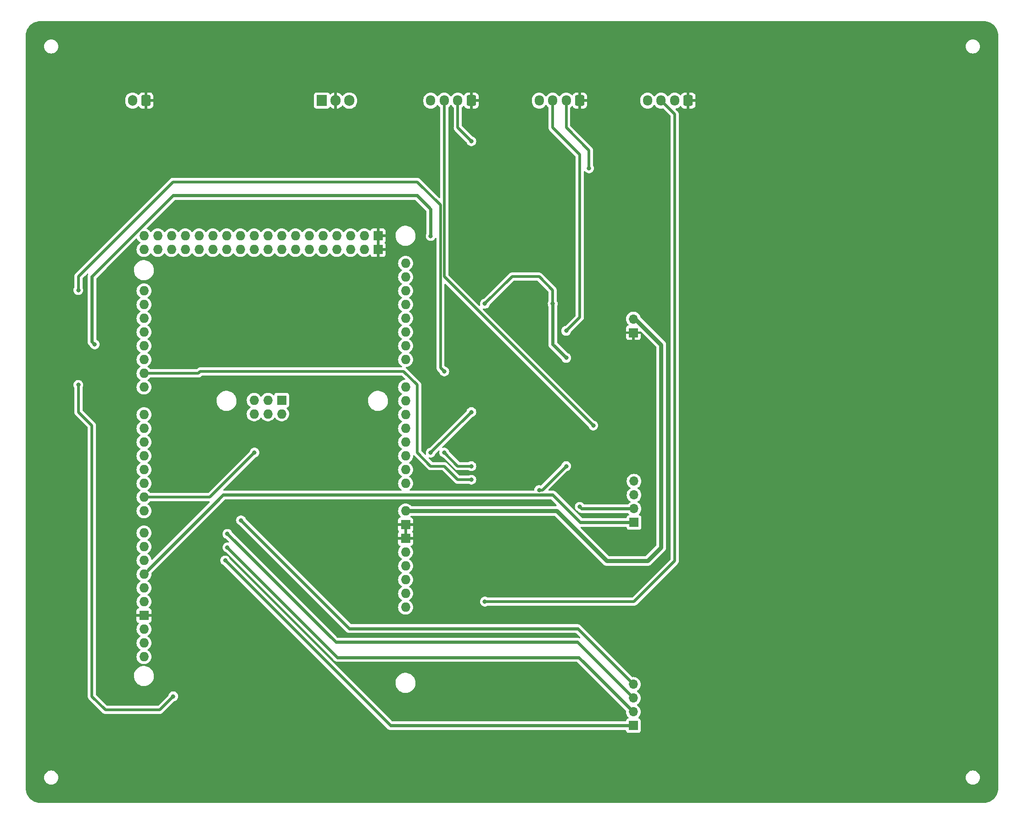
<source format=gbr>
%TF.GenerationSoftware,KiCad,Pcbnew,(7.0.0)*%
%TF.CreationDate,2023-11-10T08:28:01+01:00*%
%TF.ProjectId,AbuDhabi_ElectronBeam,41627544-6861-4626-995f-456c65637472,rev?*%
%TF.SameCoordinates,PXa6e49c0PYcef2840*%
%TF.FileFunction,Copper,L2,Bot*%
%TF.FilePolarity,Positive*%
%FSLAX46Y46*%
G04 Gerber Fmt 4.6, Leading zero omitted, Abs format (unit mm)*
G04 Created by KiCad (PCBNEW (7.0.0)) date 2023-11-10 08:28:01*
%MOMM*%
%LPD*%
G01*
G04 APERTURE LIST*
G04 Aperture macros list*
%AMRoundRect*
0 Rectangle with rounded corners*
0 $1 Rounding radius*
0 $2 $3 $4 $5 $6 $7 $8 $9 X,Y pos of 4 corners*
0 Add a 4 corners polygon primitive as box body*
4,1,4,$2,$3,$4,$5,$6,$7,$8,$9,$2,$3,0*
0 Add four circle primitives for the rounded corners*
1,1,$1+$1,$2,$3*
1,1,$1+$1,$4,$5*
1,1,$1+$1,$6,$7*
1,1,$1+$1,$8,$9*
0 Add four rect primitives between the rounded corners*
20,1,$1+$1,$2,$3,$4,$5,0*
20,1,$1+$1,$4,$5,$6,$7,0*
20,1,$1+$1,$6,$7,$8,$9,0*
20,1,$1+$1,$8,$9,$2,$3,0*%
G04 Aperture macros list end*
%TA.AperFunction,ComponentPad*%
%ADD10RoundRect,0.250000X0.600000X0.750000X-0.600000X0.750000X-0.600000X-0.750000X0.600000X-0.750000X0*%
%TD*%
%TA.AperFunction,ComponentPad*%
%ADD11O,1.700000X2.000000*%
%TD*%
%TA.AperFunction,ComponentPad*%
%ADD12R,1.905000X2.000000*%
%TD*%
%TA.AperFunction,ComponentPad*%
%ADD13O,1.905000X2.000000*%
%TD*%
%TA.AperFunction,ComponentPad*%
%ADD14RoundRect,0.250000X0.600000X0.725000X-0.600000X0.725000X-0.600000X-0.725000X0.600000X-0.725000X0*%
%TD*%
%TA.AperFunction,ComponentPad*%
%ADD15O,1.700000X1.950000*%
%TD*%
%TA.AperFunction,ComponentPad*%
%ADD16R,1.700000X1.700000*%
%TD*%
%TA.AperFunction,ComponentPad*%
%ADD17O,1.700000X1.700000*%
%TD*%
%TA.AperFunction,ComponentPad*%
%ADD18O,1.727200X1.727200*%
%TD*%
%TA.AperFunction,ComponentPad*%
%ADD19R,1.727200X1.727200*%
%TD*%
%TA.AperFunction,ViaPad*%
%ADD20C,0.800000*%
%TD*%
%TA.AperFunction,Conductor*%
%ADD21C,0.500000*%
%TD*%
%TA.AperFunction,Conductor*%
%ADD22C,0.600000*%
%TD*%
%TA.AperFunction,Conductor*%
%ADD23C,0.800000*%
%TD*%
G04 APERTURE END LIST*
D10*
%TO.P,J19,1,Pin_1*%
%TO.N,GND*%
X22500000Y130000000D03*
D11*
%TO.P,J19,2,Pin_2*%
%TO.N,+24V*%
X19999999Y129999999D03*
%TD*%
D12*
%TO.P,U2,1,IN*%
%TO.N,+24V*%
X54919999Y129999999D03*
D13*
%TO.P,U2,2,GND*%
%TO.N,GND*%
X57459999Y129999999D03*
%TO.P,U2,3,OUT*%
%TO.N,/5VExt*%
X59999999Y129999999D03*
%TD*%
D14*
%TO.P,J12,1,Pin_1*%
%TO.N,GND*%
X102500000Y130000000D03*
D15*
%TO.P,J12,2,Pin_2*%
%TO.N,/TxS*%
X99999999Y129999999D03*
%TO.P,J12,3,Pin_3*%
%TO.N,/RxS*%
X97499999Y129999999D03*
%TO.P,J12,4,Pin_4*%
%TO.N,+24V*%
X94999999Y129999999D03*
%TD*%
D14*
%TO.P,J21,1,Pin_1*%
%TO.N,GND*%
X122500000Y130000000D03*
D15*
%TO.P,J21,2,Pin_2*%
%TO.N,+24V*%
X119999999Y129999999D03*
%TO.P,J21,3,Pin_3*%
%TO.N,+3.3V*%
X117499999Y129999999D03*
%TO.P,J21,4,Pin_4*%
%TO.N,/5VExt*%
X114999999Y129999999D03*
%TD*%
D16*
%TO.P,J1,1,Pin_1*%
%TO.N,/SA0*%
X112499999Y52106999D03*
D17*
%TO.P,J1,2,Pin_2*%
%TO.N,/RES*%
X112499999Y54646999D03*
%TO.P,J1,3,Pin_3*%
%TO.N,/SCL*%
X112499999Y57186999D03*
%TO.P,J1,4,Pin_4*%
%TO.N,/SDA*%
X112499999Y59726999D03*
%TD*%
D18*
%TO.P,A3,*%
%TO.N,*%
X70359999Y36459999D03*
%TO.P,A3,3V3,3.3V*%
%TO.N,+3.3V*%
X70359999Y44079999D03*
%TO.P,A3,5V1,5V*%
%TO.N,/5Vard*%
X70359999Y46619999D03*
%TO.P,A3,5V2,SPI_5V*%
%TO.N,unconnected-(A3-SPI_5V-Pad5V2)*%
X42419999Y74686999D03*
%TO.P,A3,5V3,5V*%
%TO.N,unconnected-(A3-5V-Pad5V3)*%
X22099999Y102499999D03*
%TO.P,A3,5V4,5V*%
%TO.N,unconnected-(A3-5V-Pad5V4)*%
X22099999Y105039999D03*
%TO.P,A3,A0,A0*%
%TO.N,unconnected-(A3-PadA0)*%
X70359999Y59319999D03*
%TO.P,A3,A1,A1*%
%TO.N,unconnected-(A3-PadA1)*%
X70359999Y61859999D03*
%TO.P,A3,A2,A2*%
%TO.N,unconnected-(A3-PadA2)*%
X70359999Y64399999D03*
%TO.P,A3,A3,A3*%
%TO.N,unconnected-(A3-PadA3)*%
X70359999Y66939999D03*
%TO.P,A3,A4,A4*%
%TO.N,unconnected-(A3-PadA4)*%
X70359999Y69479999D03*
%TO.P,A3,A5,A5*%
%TO.N,unconnected-(A3-PadA5)*%
X70359999Y72019999D03*
%TO.P,A3,A6,A6*%
%TO.N,unconnected-(A3-PadA6)*%
X70359999Y74559999D03*
%TO.P,A3,A7,A7*%
%TO.N,unconnected-(A3-PadA7)*%
X70359999Y77099999D03*
%TO.P,A3,A8,A8*%
%TO.N,unconnected-(A3-PadA8)*%
X70359999Y82179999D03*
%TO.P,A3,A9,A9*%
%TO.N,unconnected-(A3-PadA9)*%
X70359999Y84719999D03*
%TO.P,A3,A10,A10*%
%TO.N,unconnected-(A3-PadA10)*%
X70359999Y87259999D03*
%TO.P,A3,A11,A11*%
%TO.N,unconnected-(A3-PadA11)*%
X70359999Y89799999D03*
%TO.P,A3,A12,A12*%
%TO.N,unconnected-(A3-PadA12)*%
X70359999Y92339999D03*
%TO.P,A3,A13,A13*%
%TO.N,unconnected-(A3-PadA13)*%
X70359999Y94879999D03*
%TO.P,A3,A14,A14*%
%TO.N,unconnected-(A3-PadA14)*%
X70359999Y97419999D03*
%TO.P,A3,A15,A15*%
%TO.N,unconnected-(A3-PadA15)*%
X70359999Y99959999D03*
%TO.P,A3,AREF,AREF*%
%TO.N,unconnected-(A3-PadAREF)*%
X22099999Y32395999D03*
%TO.P,A3,D0,D0/RX0*%
%TO.N,unconnected-(A3-D0{slash}RX0-PadD0)*%
X22099999Y72019999D03*
%TO.P,A3,D1,D1/TX0*%
%TO.N,unconnected-(A3-D1{slash}TX0-PadD1)*%
X22099999Y69479999D03*
%TO.P,A3,D2,D2_INT0*%
%TO.N,unconnected-(A3-D2_INT0-PadD2)*%
X22099999Y66939999D03*
%TO.P,A3,D3,D3_INT1*%
%TO.N,unconnected-(A3-D3_INT1-PadD3)*%
X22099999Y64399999D03*
%TO.P,A3,D4,D4*%
%TO.N,unconnected-(A3-PadD4)*%
X22099999Y61859999D03*
%TO.P,A3,D5,D5*%
%TO.N,/RES*%
X22099999Y59319999D03*
%TO.P,A3,D6,D6*%
%TO.N,/EN485*%
X22099999Y56779999D03*
%TO.P,A3,D7,D7*%
%TO.N,/Y0*%
X22099999Y54239999D03*
%TO.P,A3,D8,D8*%
%TO.N,/Y1*%
X22099999Y50175999D03*
%TO.P,A3,D9,D9*%
%TO.N,/Y2*%
X22099999Y47635999D03*
%TO.P,A3,D10,D10*%
%TO.N,/Y3*%
X22099999Y45095999D03*
%TO.P,A3,D11,D11*%
%TO.N,/SA0*%
X22099999Y42555999D03*
%TO.P,A3,D12,D12*%
%TO.N,unconnected-(A3-PadD12)*%
X22099999Y40015999D03*
%TO.P,A3,D13,D13*%
%TO.N,unconnected-(A3-PadD13)*%
X22099999Y37475999D03*
%TO.P,A3,D14,D14/TX3*%
%TO.N,/Tx3*%
X22099999Y77099999D03*
%TO.P,A3,D15,D15/RX3*%
%TO.N,/Rx3*%
X22099999Y79639999D03*
%TO.P,A3,D16,D16/TX2*%
%TO.N,/Tx2*%
X22099999Y82179999D03*
%TO.P,A3,D17,D17/RX2*%
%TO.N,/Rx2*%
X22099999Y84719999D03*
%TO.P,A3,D18,D18/TX1*%
%TO.N,unconnected-(A3-D18{slash}TX1-PadD18)*%
X22099999Y87259999D03*
%TO.P,A3,D19,D19/RX1*%
%TO.N,unconnected-(A3-D19{slash}RX1-PadD19)*%
X22099999Y89799999D03*
%TO.P,A3,D20,D20/SDA*%
%TO.N,unconnected-(A3-D20{slash}SDA-PadD20)*%
X22099999Y92339999D03*
%TO.P,A3,D21,D21/SCL*%
%TO.N,unconnected-(A3-D21{slash}SCL-PadD21)*%
X22099999Y94879999D03*
%TO.P,A3,D22,D22*%
%TO.N,unconnected-(A3-PadD22)*%
X24639999Y102499999D03*
%TO.P,A3,D23,D23*%
%TO.N,unconnected-(A3-PadD23)*%
X24639999Y105039999D03*
%TO.P,A3,D24,D24*%
%TO.N,unconnected-(A3-PadD24)*%
X27179999Y102499999D03*
%TO.P,A3,D25,D25*%
%TO.N,unconnected-(A3-PadD25)*%
X27179999Y105039999D03*
%TO.P,A3,D26,D26*%
%TO.N,unconnected-(A3-PadD26)*%
X29719999Y102499999D03*
%TO.P,A3,D27,D27*%
%TO.N,unconnected-(A3-PadD27)*%
X29719999Y105039999D03*
%TO.P,A3,D28,D28*%
%TO.N,unconnected-(A3-PadD28)*%
X32259999Y102499999D03*
%TO.P,A3,D29,D29*%
%TO.N,unconnected-(A3-PadD29)*%
X32259999Y105039999D03*
%TO.P,A3,D30,D30*%
%TO.N,unconnected-(A3-PadD30)*%
X34799999Y102499999D03*
%TO.P,A3,D31,D31*%
%TO.N,unconnected-(A3-PadD31)*%
X34799999Y105039999D03*
%TO.P,A3,D32,D32*%
%TO.N,unconnected-(A3-PadD32)*%
X37339999Y102499999D03*
%TO.P,A3,D33,D33*%
%TO.N,unconnected-(A3-PadD33)*%
X37339999Y105039999D03*
%TO.P,A3,D34,D34*%
%TO.N,unconnected-(A3-PadD34)*%
X39879999Y102499999D03*
%TO.P,A3,D35,D35*%
%TO.N,unconnected-(A3-PadD35)*%
X39879999Y105039999D03*
%TO.P,A3,D36,D36*%
%TO.N,unconnected-(A3-PadD36)*%
X42419999Y102499999D03*
%TO.P,A3,D37,D37*%
%TO.N,unconnected-(A3-PadD37)*%
X42419999Y105039999D03*
%TO.P,A3,D38,D38*%
%TO.N,unconnected-(A3-PadD38)*%
X44959999Y102499999D03*
%TO.P,A3,D39,D39*%
%TO.N,unconnected-(A3-PadD39)*%
X44959999Y105039999D03*
%TO.P,A3,D40,D40*%
%TO.N,unconnected-(A3-PadD40)*%
X47499999Y102499999D03*
%TO.P,A3,D41,D41*%
%TO.N,unconnected-(A3-PadD41)*%
X47499999Y105039999D03*
%TO.P,A3,D42,D42*%
%TO.N,unconnected-(A3-PadD42)*%
X50039999Y102499999D03*
%TO.P,A3,D43,D43*%
%TO.N,unconnected-(A3-PadD43)*%
X50039999Y105039999D03*
%TO.P,A3,D44,D44*%
%TO.N,unconnected-(A3-PadD44)*%
X52579999Y102499999D03*
%TO.P,A3,D45,D45*%
%TO.N,unconnected-(A3-PadD45)*%
X52579999Y105039999D03*
%TO.P,A3,D46,D46*%
%TO.N,unconnected-(A3-PadD46)*%
X55119999Y102499999D03*
%TO.P,A3,D47,D47*%
%TO.N,unconnected-(A3-PadD47)*%
X55119999Y105039999D03*
%TO.P,A3,D48,D48*%
%TO.N,unconnected-(A3-PadD48)*%
X57659999Y102499999D03*
%TO.P,A3,D49,D49*%
%TO.N,unconnected-(A3-PadD49)*%
X57659999Y105039999D03*
%TO.P,A3,D50,D50_MISO*%
%TO.N,unconnected-(A3-D50_MISO-PadD50)*%
X60199999Y102499999D03*
%TO.P,A3,D51,D51_MOSI*%
%TO.N,unconnected-(A3-D51_MOSI-PadD51)*%
X60199999Y105039999D03*
%TO.P,A3,D52,D52_SCK*%
%TO.N,unconnected-(A3-D52_SCK-PadD52)*%
X62739999Y102499999D03*
%TO.P,A3,D53,D53_CS*%
%TO.N,unconnected-(A3-D53_CS-PadD53)*%
X62739999Y105039999D03*
D19*
%TO.P,A3,GND1,GND*%
%TO.N,GND*%
X22099999Y34935999D03*
%TO.P,A3,GND2,GND*%
X70359999Y49159999D03*
%TO.P,A3,GND3,GND*%
X70359999Y51699999D03*
%TO.P,A3,GND4,SPI_GND*%
%TO.N,unconnected-(A3-SPI_GND-PadGND4)*%
X47499999Y74686999D03*
%TO.P,A3,GND5,GND*%
%TO.N,GND*%
X65279999Y102499999D03*
%TO.P,A3,GND6,GND*%
X65279999Y105039999D03*
D18*
%TO.P,A3,IORF,IOREF*%
%TO.N,unconnected-(A3-IOREF-PadIORF)*%
X70359999Y38999999D03*
%TO.P,A3,MISO,SPI_MISO*%
%TO.N,unconnected-(A3-SPI_MISO-PadMISO)*%
X42419999Y72146999D03*
%TO.P,A3,MOSI,SPI_MOSI*%
%TO.N,unconnected-(A3-SPI_MOSI-PadMOSI)*%
X44959999Y74686999D03*
%TO.P,A3,RST1,RESET*%
%TO.N,unconnected-(A3-RESET-PadRST1)*%
X70359999Y41539999D03*
%TO.P,A3,RST2,SPI_RESET*%
%TO.N,unconnected-(A3-SPI_RESET-PadRST2)*%
X47499999Y72146999D03*
%TO.P,A3,SCK,SPI_SCK*%
%TO.N,unconnected-(A3-SPI_SCK-PadSCK)*%
X44959999Y72146999D03*
%TO.P,A3,SCL,SCL*%
%TO.N,/SCL*%
X22099999Y27315999D03*
%TO.P,A3,SDA,SDA*%
%TO.N,/SDA*%
X22099999Y29855999D03*
%TO.P,A3,VIN,VIN*%
%TO.N,/5VExt*%
X70359999Y54239999D03*
%TD*%
D14*
%TO.P,J13,1,Pin_1*%
%TO.N,GND*%
X82500000Y130000000D03*
D15*
%TO.P,J13,2,Pin_2*%
%TO.N,/D+*%
X79999999Y129999999D03*
%TO.P,J13,3,Pin_3*%
%TO.N,/D-*%
X77499999Y129999999D03*
%TO.P,J13,4,Pin_4*%
%TO.N,+24V*%
X74999999Y129999999D03*
%TD*%
D16*
%TO.P,J16,1,Pin_1*%
%TO.N,GND*%
X112397999Y87146999D03*
D17*
%TO.P,J16,2,Pin_2*%
%TO.N,/5VExt*%
X112397999Y89686999D03*
%TD*%
D16*
%TO.P,J18,1,Pin_1*%
%TO.N,/Y3*%
X112397999Y14592999D03*
D17*
%TO.P,J18,2,Pin_2*%
%TO.N,/Y2*%
X112397999Y17132999D03*
%TO.P,J18,3,Pin_3*%
%TO.N,/Y1*%
X112397999Y19672999D03*
%TO.P,J18,4,Pin_4*%
%TO.N,/Y0*%
X112397999Y22212999D03*
%TD*%
D20*
%TO.N,GND*%
X174000000Y43000000D03*
X174000000Y18000000D03*
X174000000Y123000000D03*
X174000000Y96000000D03*
X174000000Y70000000D03*
X152000000Y43000000D03*
X152000000Y18000000D03*
X152000000Y123000000D03*
X152000000Y96000000D03*
X152000000Y70000000D03*
X72500000Y122500000D03*
X90000000Y137500000D03*
X35000000Y42500000D03*
X75000000Y25000000D03*
X15000000Y72500000D03*
X10000000Y65000000D03*
X42500000Y82500000D03*
X115000000Y65000000D03*
X129500000Y18000000D03*
X52500000Y77500000D03*
X85000000Y100000000D03*
X72500000Y90000000D03*
X27500000Y87500000D03*
X62500000Y85000000D03*
X65000000Y95000000D03*
X55000000Y97500000D03*
X92500000Y17500000D03*
X25000000Y42500000D03*
X10000000Y15000000D03*
X22500000Y120000000D03*
X112500000Y120000000D03*
X97500000Y50000000D03*
X129500000Y96000000D03*
X57500000Y50000000D03*
X77500000Y37500000D03*
X112500000Y105000000D03*
X7500000Y107500000D03*
X32500000Y92500000D03*
X55000000Y65000000D03*
X107500000Y67500000D03*
X30000000Y12500000D03*
X40000000Y120000000D03*
X35000000Y20000000D03*
X30000000Y62500000D03*
X50000000Y92500000D03*
X129500000Y123000000D03*
X118000000Y18000000D03*
X105000000Y17500000D03*
X117500000Y110000000D03*
X47500000Y65000000D03*
X32500000Y30000000D03*
X100000000Y112500000D03*
X100000000Y80000000D03*
X35000000Y97500000D03*
X30000000Y75000000D03*
X92500000Y22500000D03*
X50000000Y12500000D03*
X80000000Y90000000D03*
X65000000Y22500000D03*
X25000000Y137500000D03*
X75000000Y12500000D03*
X47500000Y117500000D03*
X90000000Y75000000D03*
X10000000Y115000000D03*
X7500000Y55000000D03*
X129500000Y43000000D03*
X57500000Y72500000D03*
X37500000Y90000000D03*
X55000000Y22500000D03*
X117500000Y100000000D03*
X62500000Y67500000D03*
X117500000Y120000000D03*
X32500000Y120000000D03*
X45000000Y27500000D03*
X82500000Y120000000D03*
X72500000Y97500000D03*
X95000000Y47500000D03*
X100000000Y92500000D03*
X75000000Y80000000D03*
X37500000Y67500000D03*
X110000000Y95000000D03*
X62500000Y62500000D03*
X27500000Y100000000D03*
X95000000Y60000000D03*
X92500000Y12500000D03*
X80000000Y85000000D03*
X105000000Y137500000D03*
X80000000Y110000000D03*
X77500000Y50000000D03*
X17500000Y112500000D03*
X110000000Y112500000D03*
X12500000Y107500000D03*
X57500000Y42500000D03*
X30000000Y127500000D03*
X118000000Y30500000D03*
X65000000Y35000000D03*
X40000000Y137500000D03*
X10000000Y122500000D03*
X17500000Y52500000D03*
X65000000Y117500000D03*
X70000000Y137500000D03*
X50000000Y20000000D03*
X72500000Y85000000D03*
X52500000Y120000000D03*
X115000000Y80000000D03*
X90000000Y107500000D03*
X95000000Y75000000D03*
X17500000Y35000000D03*
X52500000Y87500000D03*
X42500000Y22500000D03*
X45000000Y97500000D03*
X117500000Y92500000D03*
X60000000Y120000000D03*
X129500000Y70000000D03*
X10000000Y25000000D03*
X50000000Y47500000D03*
X7500000Y42500000D03*
X80000000Y100000000D03*
X100000000Y22500000D03*
X30000000Y37500000D03*
X62500000Y52500000D03*
X65000000Y42500000D03*
X105000000Y12500000D03*
X95000000Y120000000D03*
X52500000Y60000000D03*
X97500000Y102500000D03*
X90000000Y115000000D03*
X27500000Y67500000D03*
X62500000Y90000000D03*
X110000000Y75000000D03*
X47500000Y52500000D03*
%TO.N,/5Vard*%
X100000000Y62500000D03*
X100000000Y82500000D03*
X97500000Y92500000D03*
X77500000Y80000000D03*
X27500000Y20000000D03*
X95000000Y58086500D03*
X10000000Y95000000D03*
X85000000Y92500000D03*
X10000000Y77500000D03*
%TO.N,/Tx2*%
X13012000Y85000000D03*
X75000000Y105000000D03*
%TO.N,/Tx3*%
X75000000Y65000000D03*
X82500000Y72500000D03*
%TO.N,/Rx3*%
X82500000Y60000000D03*
%TO.N,/RES*%
X102500000Y55000000D03*
%TO.N,/TxS*%
X104200000Y117500000D03*
%TO.N,/RxS*%
X100000000Y87500000D03*
%TO.N,+3.3V*%
X85000000Y37500000D03*
%TO.N,/EN485*%
X82500000Y62500000D03*
X42500000Y65000000D03*
X77500000Y65000000D03*
%TO.N,/Y0*%
X40000000Y52500000D03*
%TO.N,/Y1*%
X37500000Y50000000D03*
%TO.N,/Y2*%
X37500000Y47500000D03*
%TO.N,/Y3*%
X37091000Y45096000D03*
%TO.N,/D+*%
X82500000Y122500000D03*
%TO.N,/D-*%
X105000000Y70000000D03*
%TD*%
D21*
%TO.N,/5Vard*%
X72500000Y115000000D02*
X27500000Y115000000D01*
X10000000Y97500000D02*
X10000000Y95000000D01*
X10000000Y77500000D02*
X10000000Y72500000D01*
X95000000Y58086500D02*
X95586500Y58086500D01*
X76800000Y110700000D02*
X72500000Y115000000D01*
X25000000Y17500000D02*
X27500000Y20000000D01*
X95586500Y58086500D02*
X100000000Y62500000D01*
X76800000Y80700000D02*
X76800000Y110700000D01*
X85000000Y92500000D02*
X90000000Y97500000D01*
D22*
X97500000Y85000000D02*
X100000000Y82500000D01*
D21*
X12500000Y70000000D02*
X12500000Y20000000D01*
D22*
X97500000Y92500000D02*
X97500000Y85000000D01*
D21*
X97500000Y95000000D02*
X97500000Y92500000D01*
X90000000Y97500000D02*
X95000000Y97500000D01*
X27500000Y115000000D02*
X10000000Y97500000D01*
X77500000Y80000000D02*
X76800000Y80700000D01*
X10000000Y72500000D02*
X12500000Y70000000D01*
X12500000Y20000000D02*
X15000000Y17500000D01*
X15000000Y17500000D02*
X25000000Y17500000D01*
X95000000Y97500000D02*
X97500000Y95000000D01*
D22*
%TO.N,/Tx2*%
X12500000Y85512000D02*
X12500000Y97500000D01*
X12500000Y97500000D02*
X27500000Y112500000D01*
X27500000Y112500000D02*
X72500000Y112500000D01*
X72500000Y112500000D02*
X75000000Y110000000D01*
X75000000Y110000000D02*
X75000000Y105000000D01*
X13012000Y85000000D02*
X12500000Y85512000D01*
D21*
%TO.N,/Tx3*%
X82500000Y72500000D02*
X75000000Y65000000D01*
%TO.N,/Rx3*%
X72500000Y65000000D02*
X72500000Y77500000D01*
X75000000Y62500000D02*
X72500000Y65000000D01*
X80000000Y60000000D02*
X77500000Y62500000D01*
X32500000Y80000000D02*
X32140000Y79640000D01*
X32140000Y79640000D02*
X22100000Y79640000D01*
X72500000Y77500000D02*
X70000000Y80000000D01*
X77500000Y62500000D02*
X75000000Y62500000D01*
X82500000Y60000000D02*
X80000000Y60000000D01*
X70000000Y80000000D02*
X32500000Y80000000D01*
D22*
%TO.N,/RES*%
X102853000Y54647000D02*
X112500000Y54647000D01*
X102500000Y55000000D02*
X102853000Y54647000D01*
D21*
%TO.N,/TxS*%
X104200000Y120800000D02*
X100000000Y125000000D01*
X100000000Y125000000D02*
X100000000Y130000000D01*
X104200000Y117500000D02*
X104200000Y120800000D01*
%TO.N,/RxS*%
X102500000Y120000000D02*
X97500000Y125000000D01*
X97500000Y125000000D02*
X97500000Y130000000D01*
X102500000Y90000000D02*
X102500000Y120000000D01*
X100000000Y87500000D02*
X102500000Y90000000D01*
%TO.N,+3.3V*%
X85000000Y37500000D02*
X112500000Y37500000D01*
X120000000Y45000000D02*
X120000000Y127500000D01*
X120000000Y127500000D02*
X117500000Y130000000D01*
X112500000Y37500000D02*
X120000000Y45000000D01*
%TO.N,/EN485*%
X82500000Y62500000D02*
X80000000Y62500000D01*
X42500000Y65000000D02*
X34280000Y56780000D01*
X80000000Y62500000D02*
X77500000Y65000000D01*
X34280000Y56780000D02*
X22100000Y56780000D01*
D22*
%TO.N,/Y0*%
X60000000Y32500000D02*
X102111000Y32500000D01*
X40000000Y52500000D02*
X60000000Y32500000D01*
X102111000Y32500000D02*
X112398000Y22213000D01*
%TO.N,/Y1*%
X57500000Y30000000D02*
X102071000Y30000000D01*
X102071000Y30000000D02*
X112398000Y19673000D01*
X37500000Y50000000D02*
X57500000Y30000000D01*
%TO.N,/Y2*%
X102344000Y27187000D02*
X112398000Y17133000D01*
X37500000Y47500000D02*
X57813000Y27187000D01*
X57813000Y27187000D02*
X102344000Y27187000D01*
%TO.N,/Y3*%
X67594000Y14593000D02*
X112398000Y14593000D01*
X37091000Y45096000D02*
X67594000Y14593000D01*
D23*
%TO.N,/5VExt*%
X115000000Y45000000D02*
X117500000Y47500000D01*
X117500000Y47500000D02*
X117500000Y84945000D01*
X98260000Y54240000D02*
X107500000Y45000000D01*
X112758000Y89687000D02*
X112398000Y89687000D01*
X70360000Y54240000D02*
X98260000Y54240000D01*
X117500000Y84945000D02*
X112758000Y89687000D01*
X107500000Y45000000D02*
X115000000Y45000000D01*
D22*
%TO.N,/SA0*%
X97500000Y57187000D02*
X102580000Y52107000D01*
X22100000Y42556000D02*
X36731000Y57187000D01*
X36731000Y57187000D02*
X97500000Y57187000D01*
X102580000Y52107000D02*
X112500000Y52107000D01*
D21*
%TO.N,/D+*%
X82500000Y122500000D02*
X80000000Y125000000D01*
X80000000Y125000000D02*
X80000000Y130000000D01*
%TO.N,/D-*%
X77500000Y97500000D02*
X77500000Y130000000D01*
X105000000Y70000000D02*
X77500000Y97500000D01*
%TD*%
%TA.AperFunction,Conductor*%
%TO.N,GND*%
G36*
X177003472Y144699305D02*
G01*
X177295306Y144682916D01*
X177309103Y144681362D01*
X177593827Y144632985D01*
X177607384Y144629891D01*
X177884899Y144549940D01*
X177898025Y144545347D01*
X178164841Y144434828D01*
X178177355Y144428802D01*
X178343444Y144337008D01*
X178430125Y144289101D01*
X178441899Y144281703D01*
X178677430Y144114585D01*
X178688302Y144105915D01*
X178903642Y143913476D01*
X178913475Y143903643D01*
X179105914Y143688303D01*
X179114584Y143677431D01*
X179281702Y143441900D01*
X179289100Y143430126D01*
X179428797Y143177363D01*
X179434830Y143164835D01*
X179545346Y142898025D01*
X179549939Y142884900D01*
X179629890Y142607385D01*
X179632984Y142593828D01*
X179681359Y142309115D01*
X179682916Y142295297D01*
X179699305Y142003472D01*
X179699500Y141996519D01*
X179699500Y3003481D01*
X179699305Y2996528D01*
X179682916Y2704704D01*
X179681359Y2690886D01*
X179632984Y2406173D01*
X179629890Y2392616D01*
X179549939Y2115101D01*
X179545346Y2101976D01*
X179434830Y1835166D01*
X179428797Y1822638D01*
X179289100Y1569875D01*
X179281702Y1558101D01*
X179114584Y1322570D01*
X179105914Y1311698D01*
X178913475Y1096358D01*
X178903642Y1086525D01*
X178688302Y894086D01*
X178677430Y885416D01*
X178441899Y718298D01*
X178430125Y710900D01*
X178177362Y571203D01*
X178164834Y565170D01*
X177898024Y454654D01*
X177884899Y450061D01*
X177607384Y370110D01*
X177593827Y367016D01*
X177309114Y318641D01*
X177295296Y317084D01*
X177003472Y300695D01*
X176996519Y300500D01*
X3003481Y300500D01*
X2996528Y300695D01*
X2704703Y317084D01*
X2690885Y318641D01*
X2406172Y367016D01*
X2392615Y370110D01*
X2115100Y450061D01*
X2101975Y454654D01*
X1835165Y565170D01*
X1822637Y571203D01*
X1569874Y710900D01*
X1558100Y718298D01*
X1322569Y885416D01*
X1311697Y894086D01*
X1096357Y1086525D01*
X1086524Y1096358D01*
X894085Y1311698D01*
X885415Y1322570D01*
X718297Y1558101D01*
X710899Y1569875D01*
X571202Y1822638D01*
X565172Y1835159D01*
X454653Y2101976D01*
X450060Y2115101D01*
X370109Y2392616D01*
X367015Y2406173D01*
X353965Y2482980D01*
X318638Y2690897D01*
X317084Y2704694D01*
X300695Y2996528D01*
X300500Y3003481D01*
X300500Y5000000D01*
X3694532Y5000000D01*
X3714365Y4773308D01*
X3715762Y4768093D01*
X3715764Y4768084D01*
X3771858Y4558737D01*
X3771861Y4558729D01*
X3773261Y4553504D01*
X3869432Y4347266D01*
X3999953Y4160861D01*
X4160861Y3999953D01*
X4347266Y3869432D01*
X4553504Y3773261D01*
X4773308Y3714365D01*
X4943216Y3699500D01*
X5054075Y3699500D01*
X5056784Y3699500D01*
X5226692Y3714365D01*
X5446496Y3773261D01*
X5652734Y3869432D01*
X5839139Y3999953D01*
X6000047Y4160861D01*
X6130568Y4347266D01*
X6226739Y4553504D01*
X6285635Y4773308D01*
X6305468Y5000000D01*
X173694532Y5000000D01*
X173714365Y4773308D01*
X173715762Y4768093D01*
X173715764Y4768084D01*
X173771858Y4558737D01*
X173771861Y4558729D01*
X173773261Y4553504D01*
X173869432Y4347266D01*
X173999953Y4160861D01*
X174160861Y3999953D01*
X174347266Y3869432D01*
X174553504Y3773261D01*
X174773308Y3714365D01*
X174943216Y3699500D01*
X175054075Y3699500D01*
X175056784Y3699500D01*
X175226692Y3714365D01*
X175446496Y3773261D01*
X175652734Y3869432D01*
X175839139Y3999953D01*
X176000047Y4160861D01*
X176130568Y4347266D01*
X176226739Y4553504D01*
X176285635Y4773308D01*
X176305468Y5000000D01*
X176285635Y5226692D01*
X176226739Y5446496D01*
X176130568Y5652734D01*
X176000047Y5839139D01*
X175839139Y6000047D01*
X175652734Y6130568D01*
X175446496Y6226739D01*
X175441271Y6228139D01*
X175441263Y6228142D01*
X175231916Y6284236D01*
X175231907Y6284238D01*
X175226692Y6285635D01*
X175221304Y6286107D01*
X175221301Y6286107D01*
X175059484Y6300264D01*
X175059479Y6300265D01*
X175056784Y6300500D01*
X174943216Y6300500D01*
X174940521Y6300265D01*
X174940515Y6300264D01*
X174778698Y6286107D01*
X174778693Y6286107D01*
X174773308Y6285635D01*
X174768094Y6284238D01*
X174768083Y6284236D01*
X174558736Y6228142D01*
X174558724Y6228138D01*
X174553504Y6226739D01*
X174548599Y6224453D01*
X174548594Y6224450D01*
X174352176Y6132858D01*
X174352172Y6132856D01*
X174347266Y6130568D01*
X174342833Y6127465D01*
X174342826Y6127460D01*
X174165296Y6003153D01*
X174165291Y6003150D01*
X174160861Y6000047D01*
X174157037Y5996224D01*
X174157031Y5996218D01*
X174003782Y5842969D01*
X174003776Y5842963D01*
X173999953Y5839139D01*
X173996850Y5834709D01*
X173996847Y5834704D01*
X173872540Y5657174D01*
X173872535Y5657167D01*
X173869432Y5652734D01*
X173867144Y5647828D01*
X173867142Y5647824D01*
X173775550Y5451406D01*
X173775547Y5451401D01*
X173773261Y5446496D01*
X173771862Y5441276D01*
X173771858Y5441264D01*
X173715764Y5231917D01*
X173715762Y5231906D01*
X173714365Y5226692D01*
X173694532Y5000000D01*
X6305468Y5000000D01*
X6285635Y5226692D01*
X6226739Y5446496D01*
X6130568Y5652734D01*
X6000047Y5839139D01*
X5839139Y6000047D01*
X5652734Y6130568D01*
X5446496Y6226739D01*
X5441271Y6228139D01*
X5441263Y6228142D01*
X5231916Y6284236D01*
X5231907Y6284238D01*
X5226692Y6285635D01*
X5221304Y6286107D01*
X5221301Y6286107D01*
X5059484Y6300264D01*
X5059479Y6300265D01*
X5056784Y6300500D01*
X4943216Y6300500D01*
X4940521Y6300265D01*
X4940515Y6300264D01*
X4778698Y6286107D01*
X4778693Y6286107D01*
X4773308Y6285635D01*
X4768094Y6284238D01*
X4768083Y6284236D01*
X4558736Y6228142D01*
X4558724Y6228138D01*
X4553504Y6226739D01*
X4548599Y6224453D01*
X4548594Y6224450D01*
X4352176Y6132858D01*
X4352172Y6132856D01*
X4347266Y6130568D01*
X4342833Y6127465D01*
X4342826Y6127460D01*
X4165296Y6003153D01*
X4165291Y6003150D01*
X4160861Y6000047D01*
X4157037Y5996224D01*
X4157031Y5996218D01*
X4003782Y5842969D01*
X4003776Y5842963D01*
X3999953Y5839139D01*
X3996850Y5834709D01*
X3996847Y5834704D01*
X3872540Y5657174D01*
X3872535Y5657167D01*
X3869432Y5652734D01*
X3867144Y5647828D01*
X3867142Y5647824D01*
X3775550Y5451406D01*
X3775547Y5451401D01*
X3773261Y5446496D01*
X3771862Y5441276D01*
X3771858Y5441264D01*
X3715764Y5231917D01*
X3715762Y5231906D01*
X3714365Y5226692D01*
X3694532Y5000000D01*
X300500Y5000000D01*
X300500Y77500000D01*
X9094540Y77500000D01*
X9095219Y77493540D01*
X9113646Y77318205D01*
X9113647Y77318197D01*
X9114326Y77311744D01*
X9116331Y77305572D01*
X9116333Y77305565D01*
X9144206Y77219783D01*
X9172821Y77131716D01*
X9176068Y77126092D01*
X9176069Y77126090D01*
X9232887Y77027679D01*
X9249500Y76965679D01*
X9249500Y72563707D01*
X9248191Y72545736D01*
X9244711Y72521977D01*
X9245340Y72514786D01*
X9245340Y72514779D01*
X9249028Y72472631D01*
X9249500Y72461824D01*
X9249500Y72456291D01*
X9249916Y72452728D01*
X9249917Y72452718D01*
X9253098Y72425504D01*
X9253464Y72421918D01*
X9259371Y72354396D01*
X9259372Y72354391D01*
X9260001Y72347203D01*
X9262271Y72340351D01*
X9262976Y72336937D01*
X9263028Y72336616D01*
X9263120Y72336291D01*
X9263920Y72332915D01*
X9264759Y72325745D01*
X9290413Y72255258D01*
X9291582Y72251892D01*
X9312913Y72187521D01*
X9312917Y72187511D01*
X9315186Y72180666D01*
X9318971Y72174528D01*
X9320443Y72171372D01*
X9320570Y72171065D01*
X9320729Y72170780D01*
X9322295Y72167662D01*
X9324763Y72160883D01*
X9328727Y72154856D01*
X9328729Y72154852D01*
X9365979Y72098216D01*
X9367900Y72095201D01*
X9407288Y72031344D01*
X9412392Y72026240D01*
X9414542Y72023521D01*
X9414739Y72023248D01*
X9414973Y72022993D01*
X9417202Y72020337D01*
X9421170Y72014304D01*
X9426423Y72009348D01*
X9426424Y72009347D01*
X9475708Y71962850D01*
X9478295Y71960337D01*
X11713181Y69725451D01*
X11740061Y69685223D01*
X11749500Y69637770D01*
X11749500Y20063707D01*
X11748191Y20045736D01*
X11744711Y20021977D01*
X11745340Y20014786D01*
X11745340Y20014779D01*
X11749028Y19972631D01*
X11749500Y19961824D01*
X11749500Y19956291D01*
X11749916Y19952728D01*
X11749917Y19952718D01*
X11753098Y19925504D01*
X11753464Y19921918D01*
X11759371Y19854396D01*
X11759372Y19854391D01*
X11760001Y19847203D01*
X11762271Y19840351D01*
X11762976Y19836937D01*
X11763028Y19836616D01*
X11763120Y19836291D01*
X11763920Y19832915D01*
X11764759Y19825745D01*
X11790413Y19755258D01*
X11791582Y19751892D01*
X11812913Y19687521D01*
X11812917Y19687511D01*
X11815186Y19680666D01*
X11818971Y19674528D01*
X11820443Y19671372D01*
X11820570Y19671065D01*
X11820729Y19670780D01*
X11822295Y19667662D01*
X11824763Y19660883D01*
X11828727Y19654856D01*
X11828729Y19654852D01*
X11865979Y19598216D01*
X11867900Y19595201D01*
X11907288Y19531344D01*
X11912392Y19526240D01*
X11914542Y19523521D01*
X11914739Y19523248D01*
X11914973Y19522993D01*
X11917202Y19520337D01*
X11921170Y19514304D01*
X11926423Y19509348D01*
X11926424Y19509347D01*
X11975708Y19462850D01*
X11978295Y19460337D01*
X14424270Y17014362D01*
X14436052Y17000729D01*
X14450390Y16981470D01*
X14455917Y16976833D01*
X14455922Y16976827D01*
X14488337Y16949628D01*
X14496313Y16942319D01*
X14500223Y16938409D01*
X14524556Y16919169D01*
X14527310Y16916927D01*
X14584786Y16868698D01*
X14591245Y16865454D01*
X14594134Y16863554D01*
X14594413Y16863352D01*
X14594713Y16863185D01*
X14597654Y16861371D01*
X14603323Y16856889D01*
X14663695Y16828737D01*
X14671321Y16825181D01*
X14674534Y16823626D01*
X14741567Y16789960D01*
X14748594Y16788295D01*
X14751835Y16787115D01*
X14752164Y16786979D01*
X14752498Y16786884D01*
X14755778Y16785798D01*
X14762327Y16782743D01*
X14835894Y16767553D01*
X14839257Y16766807D01*
X14912279Y16749500D01*
X14919510Y16749500D01*
X14922933Y16749100D01*
X14923285Y16749043D01*
X14923626Y16749028D01*
X14927069Y16748727D01*
X14934144Y16747266D01*
X15009129Y16749448D01*
X15012737Y16749500D01*
X24936293Y16749500D01*
X24954264Y16748191D01*
X24958160Y16747621D01*
X24978023Y16744711D01*
X25027368Y16749028D01*
X25038176Y16749500D01*
X25040100Y16749500D01*
X25043709Y16749500D01*
X25074550Y16753106D01*
X25078031Y16753461D01*
X25152797Y16760001D01*
X25159653Y16762274D01*
X25163043Y16762973D01*
X25163375Y16763027D01*
X25163728Y16763127D01*
X25167071Y16763920D01*
X25174255Y16764759D01*
X25244760Y16790421D01*
X25248118Y16791588D01*
X25319334Y16815186D01*
X25325486Y16818982D01*
X25328607Y16820436D01*
X25328929Y16820570D01*
X25329238Y16820742D01*
X25332315Y16822288D01*
X25339117Y16824763D01*
X25401837Y16866016D01*
X25404732Y16867860D01*
X25468656Y16907288D01*
X25473763Y16912397D01*
X25476476Y16914541D01*
X25476758Y16914746D01*
X25477029Y16914993D01*
X25479659Y16917201D01*
X25485696Y16921170D01*
X25537185Y16975747D01*
X25539630Y16978264D01*
X27652772Y19091406D01*
X27681283Y19112696D01*
X27714669Y19125013D01*
X27779803Y19138856D01*
X27952730Y19215849D01*
X28105871Y19327112D01*
X28232533Y19467784D01*
X28327179Y19631716D01*
X28385674Y19811744D01*
X28405460Y20000000D01*
X28385674Y20188256D01*
X28327179Y20368284D01*
X28232533Y20532216D01*
X28105871Y20672888D01*
X28100613Y20676708D01*
X28100611Y20676710D01*
X27957988Y20780331D01*
X27957987Y20780332D01*
X27952730Y20784151D01*
X27946792Y20786795D01*
X27785745Y20858499D01*
X27785740Y20858501D01*
X27779803Y20861144D01*
X27773444Y20862496D01*
X27773440Y20862497D01*
X27601008Y20899148D01*
X27601005Y20899149D01*
X27594646Y20900500D01*
X27405354Y20900500D01*
X27398995Y20899149D01*
X27398991Y20899148D01*
X27226559Y20862497D01*
X27226552Y20862495D01*
X27220197Y20861144D01*
X27214262Y20858502D01*
X27214254Y20858499D01*
X27053207Y20786795D01*
X27053202Y20786793D01*
X27047270Y20784151D01*
X27042016Y20780335D01*
X27042011Y20780331D01*
X26899388Y20676710D01*
X26899381Y20676705D01*
X26894129Y20672888D01*
X26889784Y20668063D01*
X26889779Y20668058D01*
X26771813Y20537044D01*
X26771808Y20537038D01*
X26767467Y20532216D01*
X26764222Y20526596D01*
X26764218Y20526590D01*
X26676069Y20373911D01*
X26676066Y20373906D01*
X26672821Y20368284D01*
X26670816Y20362115D01*
X26670814Y20362109D01*
X26617479Y20197960D01*
X26587229Y20148598D01*
X24725451Y18286819D01*
X24685223Y18259939D01*
X24637770Y18250500D01*
X15362229Y18250500D01*
X15314776Y18259939D01*
X15274548Y18286819D01*
X13286819Y20274549D01*
X13259939Y20314777D01*
X13250500Y20362230D01*
X13250500Y23692235D01*
X20245788Y23692235D01*
X20246282Y23687738D01*
X20246283Y23687733D01*
X20274917Y23427494D01*
X20274918Y23427487D01*
X20275414Y23422982D01*
X20276559Y23418602D01*
X20276561Y23418592D01*
X20321248Y23247664D01*
X20343928Y23160912D01*
X20345693Y23156758D01*
X20345696Y23156750D01*
X20448099Y22915777D01*
X20449870Y22911610D01*
X20452226Y22907749D01*
X20452229Y22907744D01*
X20583327Y22692933D01*
X20590982Y22680390D01*
X20764255Y22472180D01*
X20767630Y22469156D01*
X20767631Y22469155D01*
X20872330Y22375344D01*
X20965998Y22291418D01*
X21191910Y22141956D01*
X21437176Y22026980D01*
X21696569Y21948940D01*
X21964561Y21909500D01*
X22165369Y21909500D01*
X22167631Y21909500D01*
X22370156Y21924323D01*
X22634553Y21983220D01*
X22887558Y22079986D01*
X23123777Y22212559D01*
X23338177Y22378112D01*
X23526186Y22573119D01*
X23683799Y22793421D01*
X23807656Y23034325D01*
X23895118Y23290695D01*
X23944319Y23557067D01*
X23954212Y23827765D01*
X23924586Y24097018D01*
X23856072Y24359088D01*
X23750130Y24608390D01*
X23609018Y24839610D01*
X23435745Y25047820D01*
X23330759Y25141888D01*
X23237382Y25225554D01*
X23237378Y25225558D01*
X23234002Y25228582D01*
X23008090Y25378044D01*
X23003996Y25379964D01*
X23003991Y25379966D01*
X22766929Y25491096D01*
X22766925Y25491098D01*
X22762824Y25493020D01*
X22758477Y25494328D01*
X22758474Y25494329D01*
X22507772Y25569754D01*
X22507771Y25569755D01*
X22503431Y25571060D01*
X22498957Y25571719D01*
X22498950Y25571720D01*
X22239913Y25609842D01*
X22239907Y25609843D01*
X22235439Y25610500D01*
X22032369Y25610500D01*
X22030120Y25610336D01*
X22030109Y25610335D01*
X21834363Y25596008D01*
X21834359Y25596008D01*
X21829844Y25595677D01*
X21825426Y25594693D01*
X21825420Y25594692D01*
X21569877Y25537768D01*
X21569861Y25537764D01*
X21565447Y25536780D01*
X21561216Y25535162D01*
X21561210Y25535160D01*
X21316673Y25441633D01*
X21316663Y25441629D01*
X21312442Y25440014D01*
X21308494Y25437799D01*
X21308489Y25437796D01*
X21080176Y25309660D01*
X21080171Y25309657D01*
X21076223Y25307441D01*
X21072639Y25304675D01*
X21072635Y25304671D01*
X20865407Y25144657D01*
X20865394Y25144646D01*
X20861823Y25141888D01*
X20858685Y25138634D01*
X20858678Y25138627D01*
X20676958Y24950143D01*
X20676952Y24950136D01*
X20673814Y24946881D01*
X20671189Y24943213D01*
X20671179Y24943200D01*
X20518834Y24730260D01*
X20518830Y24730255D01*
X20516201Y24726579D01*
X20514132Y24722556D01*
X20514129Y24722550D01*
X20394416Y24489707D01*
X20394411Y24489696D01*
X20392344Y24485675D01*
X20390884Y24481398D01*
X20390879Y24481384D01*
X20306348Y24233605D01*
X20306344Y24233593D01*
X20304882Y24229305D01*
X20304057Y24224841D01*
X20304057Y24224839D01*
X20256504Y23967394D01*
X20256502Y23967381D01*
X20255681Y23962933D01*
X20255515Y23958407D01*
X20255515Y23958401D01*
X20248916Y23777820D01*
X20245788Y23692235D01*
X13250500Y23692235D01*
X13250500Y27316000D01*
X20731225Y27316000D01*
X20731649Y27310883D01*
X20749468Y27095826D01*
X20749469Y27095817D01*
X20749893Y27090707D01*
X20751150Y27085740D01*
X20751152Y27085733D01*
X20804130Y26876530D01*
X20805389Y26871559D01*
X20807449Y26866863D01*
X20894138Y26669230D01*
X20894141Y26669225D01*
X20896198Y26664535D01*
X20958020Y26569909D01*
X21017042Y26479569D01*
X21017045Y26479565D01*
X21019844Y26475281D01*
X21023309Y26471517D01*
X21023313Y26471512D01*
X21100146Y26388050D01*
X21172954Y26308960D01*
X21351351Y26170107D01*
X21550169Y26062512D01*
X21763986Y25989109D01*
X21986967Y25951900D01*
X22207900Y25951900D01*
X22213033Y25951900D01*
X22436014Y25989109D01*
X22649831Y26062512D01*
X22848649Y26170107D01*
X23027046Y26308960D01*
X23180156Y26475281D01*
X23303802Y26664535D01*
X23394611Y26871559D01*
X23450107Y27090707D01*
X23468775Y27316000D01*
X23450107Y27541293D01*
X23394611Y27760441D01*
X23303802Y27967465D01*
X23180156Y28156719D01*
X23176688Y28160486D01*
X23176686Y28160489D01*
X23030514Y28319273D01*
X23030512Y28319275D01*
X23027046Y28323040D01*
X22848649Y28461893D01*
X22844144Y28464331D01*
X22844138Y28464335D01*
X22820836Y28476945D01*
X22773330Y28522526D01*
X22755853Y28586000D01*
X22773330Y28649474D01*
X22820836Y28695055D01*
X22844138Y28707666D01*
X22848649Y28710107D01*
X23027046Y28848960D01*
X23180156Y29015281D01*
X23303802Y29204535D01*
X23394611Y29411559D01*
X23450107Y29630707D01*
X23468775Y29856000D01*
X23450107Y30081293D01*
X23394611Y30300441D01*
X23303802Y30507465D01*
X23180156Y30696719D01*
X23176688Y30700486D01*
X23176686Y30700489D01*
X23030514Y30859273D01*
X23030512Y30859275D01*
X23027046Y30863040D01*
X22848649Y31001893D01*
X22844144Y31004331D01*
X22844138Y31004335D01*
X22820836Y31016945D01*
X22773330Y31062526D01*
X22755853Y31126000D01*
X22773330Y31189474D01*
X22820836Y31235055D01*
X22844138Y31247666D01*
X22848649Y31250107D01*
X23027046Y31388960D01*
X23180156Y31555281D01*
X23303802Y31744535D01*
X23394611Y31951559D01*
X23450107Y32170707D01*
X23468775Y32396000D01*
X23450107Y32621293D01*
X23394611Y32840441D01*
X23303802Y33047465D01*
X23180156Y33236719D01*
X23176685Y33240490D01*
X23176680Y33240496D01*
X23042755Y33385976D01*
X23013981Y33438729D01*
X23013388Y33498816D01*
X23041116Y33552126D01*
X23090651Y33586141D01*
X23197378Y33625948D01*
X23212789Y33634363D01*
X23313692Y33709899D01*
X23326101Y33722308D01*
X23401637Y33823211D01*
X23410052Y33838623D01*
X23454488Y33957759D01*
X23458026Y33972733D01*
X23463246Y34021286D01*
X23463600Y34027882D01*
X23463600Y34669674D01*
X23460149Y34682550D01*
X23447274Y34686000D01*
X20752726Y34686000D01*
X20739850Y34682550D01*
X20736400Y34669674D01*
X20736400Y34027882D01*
X20736753Y34021286D01*
X20741973Y33972733D01*
X20745511Y33957759D01*
X20789947Y33838623D01*
X20798362Y33823211D01*
X20873898Y33722308D01*
X20886307Y33709899D01*
X20987210Y33634363D01*
X21002622Y33625948D01*
X21109348Y33586141D01*
X21158884Y33552126D01*
X21186611Y33498816D01*
X21186018Y33438729D01*
X21157245Y33385976D01*
X21023313Y33240489D01*
X21023304Y33240479D01*
X21019844Y33236719D01*
X21017049Y33232442D01*
X21017042Y33232432D01*
X20899000Y33051754D01*
X20896198Y33047465D01*
X20894143Y33042781D01*
X20894138Y33042771D01*
X20807449Y32845138D01*
X20805389Y32840441D01*
X20804131Y32835476D01*
X20804130Y32835471D01*
X20751152Y32626268D01*
X20751150Y32626259D01*
X20749893Y32621293D01*
X20749469Y32616186D01*
X20749468Y32616175D01*
X20731655Y32401197D01*
X20731225Y32396000D01*
X20731649Y32390883D01*
X20749468Y32175826D01*
X20749469Y32175817D01*
X20749893Y32170707D01*
X20751150Y32165740D01*
X20751152Y32165733D01*
X20793695Y31997738D01*
X20805389Y31951559D01*
X20807449Y31946863D01*
X20894138Y31749230D01*
X20894141Y31749225D01*
X20896198Y31744535D01*
X20919044Y31709567D01*
X21017042Y31559569D01*
X21017045Y31559565D01*
X21019844Y31555281D01*
X21023309Y31551517D01*
X21023313Y31551512D01*
X21169485Y31392728D01*
X21172954Y31388960D01*
X21351351Y31250107D01*
X21355858Y31247668D01*
X21355861Y31247666D01*
X21379165Y31235054D01*
X21426669Y31189473D01*
X21444146Y31126000D01*
X21426669Y31062527D01*
X21379165Y31016946D01*
X21355861Y31004335D01*
X21355849Y31004328D01*
X21351351Y31001893D01*
X21347314Y30998752D01*
X21347305Y30998745D01*
X21176995Y30866186D01*
X21176989Y30866182D01*
X21172954Y30863040D01*
X21169492Y30859281D01*
X21169485Y30859273D01*
X21023313Y30700489D01*
X21023304Y30700479D01*
X21019844Y30696719D01*
X21017049Y30692442D01*
X21017042Y30692432D01*
X20899000Y30511754D01*
X20896198Y30507465D01*
X20894143Y30502781D01*
X20894138Y30502771D01*
X20807449Y30305138D01*
X20805389Y30300441D01*
X20804131Y30295476D01*
X20804130Y30295471D01*
X20751152Y30086268D01*
X20751150Y30086259D01*
X20749893Y30081293D01*
X20749469Y30076186D01*
X20749468Y30076175D01*
X20731655Y29861197D01*
X20731225Y29856000D01*
X20731649Y29850883D01*
X20749468Y29635826D01*
X20749469Y29635817D01*
X20749893Y29630707D01*
X20751150Y29625740D01*
X20751152Y29625733D01*
X20783565Y29497738D01*
X20805389Y29411559D01*
X20807449Y29406863D01*
X20894138Y29209230D01*
X20894141Y29209225D01*
X20896198Y29204535D01*
X20919112Y29169463D01*
X21017042Y29019569D01*
X21017045Y29019565D01*
X21019844Y29015281D01*
X21023309Y29011517D01*
X21023313Y29011512D01*
X21169485Y28852728D01*
X21172954Y28848960D01*
X21351351Y28710107D01*
X21355858Y28707668D01*
X21355861Y28707666D01*
X21379165Y28695054D01*
X21426669Y28649473D01*
X21444146Y28586000D01*
X21426669Y28522527D01*
X21379165Y28476946D01*
X21355861Y28464335D01*
X21355849Y28464328D01*
X21351351Y28461893D01*
X21347314Y28458752D01*
X21347305Y28458745D01*
X21176995Y28326186D01*
X21176989Y28326182D01*
X21172954Y28323040D01*
X21169492Y28319281D01*
X21169485Y28319273D01*
X21023313Y28160489D01*
X21023304Y28160479D01*
X21019844Y28156719D01*
X21017049Y28152442D01*
X21017042Y28152432D01*
X20908275Y27985950D01*
X20896198Y27967465D01*
X20894143Y27962781D01*
X20894138Y27962771D01*
X20816085Y27784826D01*
X20805389Y27760441D01*
X20804131Y27755476D01*
X20804130Y27755471D01*
X20751152Y27546268D01*
X20751150Y27546259D01*
X20749893Y27541293D01*
X20749469Y27536186D01*
X20749468Y27536175D01*
X20731655Y27321197D01*
X20731225Y27316000D01*
X13250500Y27316000D01*
X13250500Y37476000D01*
X20731225Y37476000D01*
X20731649Y37470883D01*
X20749468Y37255826D01*
X20749469Y37255817D01*
X20749893Y37250707D01*
X20751150Y37245740D01*
X20751152Y37245733D01*
X20804130Y37036530D01*
X20805389Y37031559D01*
X20807449Y37026863D01*
X20894138Y36829230D01*
X20894141Y36829225D01*
X20896198Y36824535D01*
X20942734Y36753307D01*
X21017042Y36639569D01*
X21017045Y36639565D01*
X21019844Y36635281D01*
X21023313Y36631513D01*
X21023319Y36631505D01*
X21157244Y36486025D01*
X21186018Y36433273D01*
X21186611Y36373186D01*
X21158884Y36319875D01*
X21109349Y36285860D01*
X21002620Y36246052D01*
X20987210Y36237638D01*
X20886307Y36162102D01*
X20873898Y36149693D01*
X20798362Y36048790D01*
X20789947Y36033378D01*
X20745511Y35914242D01*
X20741973Y35899268D01*
X20736753Y35850715D01*
X20736400Y35844118D01*
X20736400Y35202326D01*
X20739850Y35189451D01*
X20752726Y35186000D01*
X23447274Y35186000D01*
X23460149Y35189451D01*
X23463600Y35202326D01*
X23463600Y35844118D01*
X23463246Y35850715D01*
X23458026Y35899268D01*
X23454488Y35914242D01*
X23410052Y36033378D01*
X23401637Y36048790D01*
X23326101Y36149693D01*
X23313692Y36162102D01*
X23212789Y36237638D01*
X23197379Y36246052D01*
X23090650Y36285860D01*
X23041115Y36319875D01*
X23013388Y36373186D01*
X23013981Y36433273D01*
X23042752Y36486023D01*
X23180156Y36635281D01*
X23303802Y36824535D01*
X23394611Y37031559D01*
X23450107Y37250707D01*
X23468775Y37476000D01*
X23450107Y37701293D01*
X23394611Y37920441D01*
X23303802Y38127465D01*
X23180156Y38316719D01*
X23176688Y38320486D01*
X23176686Y38320489D01*
X23030514Y38479273D01*
X23030512Y38479275D01*
X23027046Y38483040D01*
X22939908Y38550863D01*
X22852694Y38618745D01*
X22852691Y38618747D01*
X22848649Y38621893D01*
X22844144Y38624331D01*
X22844138Y38624335D01*
X22820836Y38636945D01*
X22773330Y38682526D01*
X22755853Y38746000D01*
X22773330Y38809474D01*
X22820836Y38855055D01*
X22844138Y38867666D01*
X22848649Y38870107D01*
X23027046Y39008960D01*
X23180156Y39175281D01*
X23303802Y39364535D01*
X23394611Y39571559D01*
X23450107Y39790707D01*
X23468775Y40016000D01*
X23450107Y40241293D01*
X23394611Y40460441D01*
X23303802Y40667465D01*
X23180156Y40856719D01*
X23176688Y40860486D01*
X23176686Y40860489D01*
X23030514Y41019273D01*
X23030512Y41019275D01*
X23027046Y41023040D01*
X22939908Y41090863D01*
X22852694Y41158745D01*
X22852691Y41158747D01*
X22848649Y41161893D01*
X22844144Y41164331D01*
X22844138Y41164335D01*
X22820836Y41176945D01*
X22773330Y41222526D01*
X22755853Y41286000D01*
X22773330Y41349474D01*
X22820836Y41395055D01*
X22844138Y41407666D01*
X22848649Y41410107D01*
X23027046Y41548960D01*
X23180156Y41715281D01*
X23303802Y41904535D01*
X23394611Y42111559D01*
X23450107Y42330707D01*
X23468775Y42556000D01*
X23455408Y42717308D01*
X23462560Y42770224D01*
X23491301Y42815225D01*
X25772076Y45096000D01*
X36185540Y45096000D01*
X36186219Y45089540D01*
X36204646Y44914205D01*
X36204647Y44914197D01*
X36205326Y44907744D01*
X36207331Y44901572D01*
X36207333Y44901565D01*
X36261209Y44735754D01*
X36263821Y44727716D01*
X36267068Y44722092D01*
X36267069Y44722090D01*
X36346341Y44584786D01*
X36358467Y44563784D01*
X36362811Y44558959D01*
X36362813Y44558957D01*
X36473475Y44436055D01*
X36485129Y44423112D01*
X36490387Y44419292D01*
X36490388Y44419291D01*
X36509417Y44405466D01*
X36638270Y44311849D01*
X36806190Y44237086D01*
X36843433Y44211489D01*
X66964184Y14090738D01*
X67091738Y13963184D01*
X67097633Y13959480D01*
X67124143Y13942823D01*
X67135484Y13934777D01*
X67165413Y13910909D01*
X67171687Y13907888D01*
X67171688Y13907887D01*
X67199890Y13894306D01*
X67212058Y13887582D01*
X67244478Y13867211D01*
X67251047Y13864913D01*
X67251048Y13864912D01*
X67280613Y13854567D01*
X67293450Y13849250D01*
X67327939Y13832641D01*
X67363396Y13824548D01*
X67365249Y13824125D01*
X67378610Y13820276D01*
X67408171Y13809932D01*
X67408173Y13809932D01*
X67414745Y13807632D01*
X67452800Y13803345D01*
X67466481Y13801020D01*
X67503805Y13792500D01*
X67549046Y13792500D01*
X67684194Y13792500D01*
X110925649Y13792500D01*
X110983777Y13778031D01*
X111028340Y13738002D01*
X111048939Y13681753D01*
X111053079Y13643232D01*
X111053080Y13643227D01*
X111053909Y13635517D01*
X111056619Y13628251D01*
X111056620Y13628247D01*
X111090217Y13538169D01*
X111104204Y13500669D01*
X111190454Y13385454D01*
X111305669Y13299204D01*
X111440517Y13248909D01*
X111500127Y13242500D01*
X113295872Y13242501D01*
X113355483Y13248909D01*
X113490331Y13299204D01*
X113605546Y13385454D01*
X113691796Y13500669D01*
X113742091Y13635517D01*
X113748500Y13695127D01*
X113748499Y15490872D01*
X113742091Y15550483D01*
X113691796Y15685331D01*
X113605546Y15800546D01*
X113490331Y15886796D01*
X113420359Y15912894D01*
X113358916Y15935811D01*
X113308537Y15970790D01*
X113281084Y16025635D01*
X113283273Y16086928D01*
X113314566Y16139671D01*
X113436495Y16261599D01*
X113572035Y16455170D01*
X113671903Y16669337D01*
X113733063Y16897592D01*
X113753659Y17133000D01*
X113733063Y17368408D01*
X113671903Y17596663D01*
X113572035Y17810829D01*
X113436495Y18004401D01*
X113269401Y18171495D01*
X113264968Y18174599D01*
X113264961Y18174605D01*
X113083842Y18301425D01*
X113044976Y18345743D01*
X113030965Y18403000D01*
X113044976Y18460257D01*
X113083842Y18504575D01*
X113264961Y18631396D01*
X113264961Y18631397D01*
X113269401Y18634505D01*
X113436495Y18801599D01*
X113572035Y18995170D01*
X113671903Y19209337D01*
X113733063Y19437592D01*
X113753659Y19673000D01*
X113733063Y19908408D01*
X113671903Y20136663D01*
X113572035Y20350829D01*
X113436495Y20544401D01*
X113269401Y20711495D01*
X113264970Y20714598D01*
X113264966Y20714601D01*
X113083841Y20841426D01*
X113044976Y20885744D01*
X113030965Y20943001D01*
X113044976Y21000258D01*
X113083839Y21044574D01*
X113269401Y21174505D01*
X113436495Y21341599D01*
X113572035Y21535170D01*
X113671903Y21749337D01*
X113733063Y21977592D01*
X113753659Y22213000D01*
X113733063Y22448408D01*
X113671903Y22676663D01*
X113572035Y22890829D01*
X113436495Y23084401D01*
X113269401Y23251495D01*
X113264970Y23254598D01*
X113264966Y23254601D01*
X113080259Y23383934D01*
X113080257Y23383936D01*
X113075830Y23387035D01*
X113070933Y23389319D01*
X113070927Y23389322D01*
X112866572Y23484614D01*
X112866570Y23484615D01*
X112861663Y23486903D01*
X112856438Y23488303D01*
X112856430Y23488306D01*
X112638634Y23546663D01*
X112638630Y23546664D01*
X112633408Y23548063D01*
X112628020Y23548535D01*
X112628017Y23548535D01*
X112403395Y23568187D01*
X112398000Y23568659D01*
X112392605Y23568187D01*
X112250007Y23555712D01*
X112196789Y23562718D01*
X112151519Y23591559D01*
X102645255Y33097823D01*
X102645252Y33097827D01*
X102618181Y33124897D01*
X102613262Y33129816D01*
X102580851Y33150182D01*
X102569509Y33158229D01*
X102539587Y33182091D01*
X102533318Y33185110D01*
X102533315Y33185112D01*
X102505093Y33198704D01*
X102492927Y33205428D01*
X102466414Y33222087D01*
X102466412Y33222088D01*
X102460522Y33225789D01*
X102424393Y33238432D01*
X102411554Y33243750D01*
X102383336Y33257339D01*
X102383329Y33257342D01*
X102377061Y33260360D01*
X102370276Y33261909D01*
X102370267Y33261912D01*
X102339735Y33268881D01*
X102326382Y33272727D01*
X102290255Y33285368D01*
X102283338Y33286148D01*
X102283336Y33286148D01*
X102252218Y33289655D01*
X102238518Y33291983D01*
X102207988Y33298950D01*
X102207983Y33298951D01*
X102201194Y33300500D01*
X102194228Y33300500D01*
X60382940Y33300500D01*
X60335487Y33309939D01*
X60295259Y33336819D01*
X57172078Y36460000D01*
X68991225Y36460000D01*
X68991649Y36454883D01*
X69009468Y36239826D01*
X69009469Y36239817D01*
X69009893Y36234707D01*
X69011150Y36229740D01*
X69011152Y36229733D01*
X69064130Y36020530D01*
X69065389Y36015559D01*
X69067449Y36010863D01*
X69154138Y35813230D01*
X69154141Y35813225D01*
X69156198Y35808535D01*
X69218020Y35713909D01*
X69277042Y35623569D01*
X69277045Y35623565D01*
X69279844Y35619281D01*
X69283309Y35615517D01*
X69283313Y35615512D01*
X69429485Y35456728D01*
X69432954Y35452960D01*
X69611351Y35314107D01*
X69810169Y35206512D01*
X70023986Y35133109D01*
X70246967Y35095900D01*
X70467900Y35095900D01*
X70473033Y35095900D01*
X70696014Y35133109D01*
X70909831Y35206512D01*
X71108649Y35314107D01*
X71287046Y35452960D01*
X71440156Y35619281D01*
X71563802Y35808535D01*
X71654611Y36015559D01*
X71710107Y36234707D01*
X71728775Y36460000D01*
X71710107Y36685293D01*
X71654611Y36904441D01*
X71563802Y37111465D01*
X71440156Y37300719D01*
X71436688Y37304486D01*
X71436686Y37304489D01*
X71290514Y37463273D01*
X71290512Y37463275D01*
X71287046Y37467040D01*
X71244699Y37500000D01*
X84094540Y37500000D01*
X84095219Y37493540D01*
X84113646Y37318205D01*
X84113647Y37318197D01*
X84114326Y37311744D01*
X84116331Y37305572D01*
X84116333Y37305565D01*
X84134158Y37250707D01*
X84172821Y37131716D01*
X84176068Y37126092D01*
X84176069Y37126090D01*
X84262891Y36975709D01*
X84267467Y36967784D01*
X84271811Y36962959D01*
X84271813Y36962957D01*
X84328976Y36899471D01*
X84394129Y36827112D01*
X84399387Y36823292D01*
X84399388Y36823291D01*
X84403133Y36820570D01*
X84547270Y36715849D01*
X84720197Y36638856D01*
X84905354Y36599500D01*
X85088143Y36599500D01*
X85094646Y36599500D01*
X85279803Y36638856D01*
X85452730Y36715849D01*
X85466454Y36725821D01*
X85501018Y36743431D01*
X85539336Y36749500D01*
X112436293Y36749500D01*
X112454264Y36748191D01*
X112458160Y36747621D01*
X112478023Y36744711D01*
X112527368Y36749028D01*
X112538176Y36749500D01*
X112540100Y36749500D01*
X112543709Y36749500D01*
X112574550Y36753106D01*
X112578031Y36753461D01*
X112652797Y36760001D01*
X112659653Y36762274D01*
X112663043Y36762973D01*
X112663375Y36763027D01*
X112663728Y36763127D01*
X112667071Y36763920D01*
X112674255Y36764759D01*
X112744760Y36790421D01*
X112748118Y36791588D01*
X112819334Y36815186D01*
X112825486Y36818982D01*
X112828607Y36820436D01*
X112828929Y36820570D01*
X112829238Y36820742D01*
X112832315Y36822288D01*
X112839117Y36824763D01*
X112901837Y36866016D01*
X112904732Y36867860D01*
X112968656Y36907288D01*
X112973763Y36912397D01*
X112976476Y36914541D01*
X112976758Y36914746D01*
X112977029Y36914993D01*
X112979659Y36917201D01*
X112985696Y36921170D01*
X113037185Y36975747D01*
X113039630Y36978264D01*
X120485642Y44424276D01*
X120499266Y44436050D01*
X120518530Y44450390D01*
X120550366Y44488333D01*
X120557680Y44496312D01*
X120558264Y44496897D01*
X120561591Y44500223D01*
X120580833Y44524561D01*
X120583090Y44527330D01*
X120626654Y44579247D01*
X120626653Y44579247D01*
X120631302Y44584786D01*
X120634548Y44591252D01*
X120636436Y44594121D01*
X120636645Y44594411D01*
X120636819Y44594722D01*
X120638624Y44597650D01*
X120643111Y44603323D01*
X120674834Y44671355D01*
X120676349Y44674486D01*
X120710040Y44741567D01*
X120711708Y44748609D01*
X120712878Y44751822D01*
X120713022Y44752169D01*
X120713118Y44752508D01*
X120714199Y44755773D01*
X120717257Y44762327D01*
X120732435Y44835843D01*
X120733197Y44839278D01*
X120750500Y44912279D01*
X120750500Y44919499D01*
X120750902Y44922938D01*
X120750956Y44923277D01*
X120750972Y44923627D01*
X120751273Y44927070D01*
X120752734Y44934145D01*
X120750552Y45009131D01*
X120750500Y45012738D01*
X120750500Y127436293D01*
X120751809Y127454264D01*
X120752297Y127457604D01*
X120755289Y127478023D01*
X120750972Y127527369D01*
X120750500Y127538176D01*
X120750500Y127540099D01*
X120750500Y127543709D01*
X120746903Y127574480D01*
X120746536Y127578071D01*
X120740628Y127645602D01*
X120739999Y127652797D01*
X120737726Y127659655D01*
X120737027Y127663043D01*
X120736972Y127663381D01*
X120736878Y127663714D01*
X120736079Y127667085D01*
X120735241Y127674255D01*
X120709591Y127744727D01*
X120708408Y127748132D01*
X120684814Y127819334D01*
X120681019Y127825487D01*
X120679564Y127828607D01*
X120679430Y127828931D01*
X120679259Y127829237D01*
X120677710Y127832320D01*
X120675237Y127839117D01*
X120634001Y127901812D01*
X120632086Y127904819D01*
X120596504Y127962508D01*
X120596501Y127962511D01*
X120592712Y127968655D01*
X120587605Y127973762D01*
X120585463Y127976471D01*
X120585257Y127976756D01*
X120585027Y127977007D01*
X120582796Y127979666D01*
X120578830Y127985696D01*
X120573581Y127990648D01*
X120573578Y127990652D01*
X120524272Y128037169D01*
X120521685Y128039682D01*
X120218516Y128342852D01*
X120186423Y128398438D01*
X120186423Y128462625D01*
X120218517Y128518213D01*
X120274104Y128550306D01*
X120463663Y128601097D01*
X120677829Y128700965D01*
X120871401Y128836505D01*
X121019543Y128984648D01*
X121069931Y129015223D01*
X121128750Y129019080D01*
X121182704Y128995341D01*
X121214796Y128955357D01*
X121215642Y128955878D01*
X121303890Y128812806D01*
X121312794Y128801545D01*
X121426544Y128687795D01*
X121437805Y128678891D01*
X121574733Y128594433D01*
X121587732Y128588371D01*
X121740874Y128537625D01*
X121754041Y128534806D01*
X121846890Y128525320D01*
X121853168Y128525000D01*
X122233674Y128525000D01*
X122246549Y128528451D01*
X122250000Y128541326D01*
X122250000Y128541327D01*
X122750000Y128541327D01*
X122753450Y128528452D01*
X122766326Y128525001D01*
X123146829Y128525001D01*
X123153111Y128525322D01*
X123245959Y128534806D01*
X123259122Y128537624D01*
X123412267Y128588371D01*
X123425266Y128594433D01*
X123562194Y128678891D01*
X123573455Y128687795D01*
X123687205Y128801545D01*
X123696109Y128812806D01*
X123780567Y128949734D01*
X123786629Y128962733D01*
X123837375Y129115875D01*
X123840194Y129129042D01*
X123849680Y129221891D01*
X123850000Y129228168D01*
X123850000Y129733674D01*
X123846549Y129746550D01*
X123833674Y129750000D01*
X122766326Y129750000D01*
X122753450Y129746550D01*
X122750000Y129733674D01*
X122750000Y128541327D01*
X122250000Y128541327D01*
X122250000Y130266326D01*
X122750000Y130266326D01*
X122753450Y130253451D01*
X122766326Y130250000D01*
X123833673Y130250000D01*
X123846548Y130253451D01*
X123849999Y130266326D01*
X123849999Y130771829D01*
X123849678Y130778112D01*
X123840194Y130870960D01*
X123837376Y130884123D01*
X123786629Y131037268D01*
X123780567Y131050267D01*
X123696109Y131187195D01*
X123687205Y131198456D01*
X123573455Y131312206D01*
X123562194Y131321110D01*
X123425266Y131405568D01*
X123412267Y131411630D01*
X123259125Y131462376D01*
X123245958Y131465195D01*
X123153109Y131474681D01*
X123146832Y131475000D01*
X122766326Y131475000D01*
X122753450Y131471550D01*
X122750000Y131458674D01*
X122750000Y130266326D01*
X122250000Y130266326D01*
X122250000Y131458673D01*
X122246549Y131471549D01*
X122233674Y131474999D01*
X121853171Y131474999D01*
X121846888Y131474679D01*
X121754040Y131465195D01*
X121740877Y131462377D01*
X121587732Y131411630D01*
X121574733Y131405568D01*
X121437805Y131321110D01*
X121426544Y131312206D01*
X121312794Y131198456D01*
X121303890Y131187195D01*
X121215642Y131044122D01*
X121214797Y131044643D01*
X121182699Y131004657D01*
X121128746Y130980921D01*
X121069930Y130984778D01*
X121019539Y131015357D01*
X120875232Y131159664D01*
X120875230Y131159666D01*
X120871401Y131163495D01*
X120866970Y131166598D01*
X120866966Y131166601D01*
X120682259Y131295934D01*
X120682257Y131295936D01*
X120677830Y131299035D01*
X120672933Y131301319D01*
X120672927Y131301322D01*
X120468572Y131396614D01*
X120468570Y131396615D01*
X120463663Y131398903D01*
X120458438Y131400303D01*
X120458430Y131400306D01*
X120240634Y131458663D01*
X120240630Y131458664D01*
X120235408Y131460063D01*
X120230020Y131460535D01*
X120230017Y131460535D01*
X120005395Y131480187D01*
X120000000Y131480659D01*
X119994605Y131480187D01*
X119769982Y131460535D01*
X119769977Y131460535D01*
X119764592Y131460063D01*
X119759371Y131458665D01*
X119759365Y131458663D01*
X119541569Y131400306D01*
X119541557Y131400302D01*
X119536337Y131398903D01*
X119531432Y131396617D01*
X119531427Y131396614D01*
X119327081Y131301325D01*
X119327077Y131301323D01*
X119322171Y131299035D01*
X119317738Y131295932D01*
X119317731Y131295927D01*
X119133034Y131166601D01*
X119133029Y131166598D01*
X119128599Y131163495D01*
X119124775Y131159672D01*
X119124769Y131159666D01*
X118965334Y131000231D01*
X118965328Y131000225D01*
X118961505Y130996401D01*
X118958403Y130991972D01*
X118958403Y130991971D01*
X118851575Y130839404D01*
X118807257Y130800539D01*
X118750000Y130786528D01*
X118692743Y130800539D01*
X118648425Y130839404D01*
X118621835Y130877379D01*
X118538495Y130996401D01*
X118371401Y131163495D01*
X118366970Y131166598D01*
X118366966Y131166601D01*
X118182259Y131295934D01*
X118182257Y131295936D01*
X118177830Y131299035D01*
X118172933Y131301319D01*
X118172927Y131301322D01*
X117968572Y131396614D01*
X117968570Y131396615D01*
X117963663Y131398903D01*
X117958438Y131400303D01*
X117958430Y131400306D01*
X117740634Y131458663D01*
X117740630Y131458664D01*
X117735408Y131460063D01*
X117730020Y131460535D01*
X117730017Y131460535D01*
X117505395Y131480187D01*
X117500000Y131480659D01*
X117494605Y131480187D01*
X117269982Y131460535D01*
X117269977Y131460535D01*
X117264592Y131460063D01*
X117259371Y131458665D01*
X117259365Y131458663D01*
X117041569Y131400306D01*
X117041557Y131400302D01*
X117036337Y131398903D01*
X117031432Y131396617D01*
X117031427Y131396614D01*
X116827081Y131301325D01*
X116827077Y131301323D01*
X116822171Y131299035D01*
X116817738Y131295932D01*
X116817731Y131295927D01*
X116633034Y131166601D01*
X116633029Y131166598D01*
X116628599Y131163495D01*
X116624775Y131159672D01*
X116624769Y131159666D01*
X116465334Y131000231D01*
X116465328Y131000225D01*
X116461505Y130996401D01*
X116458403Y130991972D01*
X116458403Y130991971D01*
X116351575Y130839404D01*
X116307257Y130800539D01*
X116250000Y130786528D01*
X116192743Y130800539D01*
X116148425Y130839404D01*
X116121835Y130877379D01*
X116038495Y130996401D01*
X115871401Y131163495D01*
X115866970Y131166598D01*
X115866966Y131166601D01*
X115682259Y131295934D01*
X115682257Y131295936D01*
X115677830Y131299035D01*
X115672933Y131301319D01*
X115672927Y131301322D01*
X115468572Y131396614D01*
X115468570Y131396615D01*
X115463663Y131398903D01*
X115458438Y131400303D01*
X115458430Y131400306D01*
X115240634Y131458663D01*
X115240630Y131458664D01*
X115235408Y131460063D01*
X115230020Y131460535D01*
X115230017Y131460535D01*
X115005395Y131480187D01*
X115000000Y131480659D01*
X114994605Y131480187D01*
X114769982Y131460535D01*
X114769977Y131460535D01*
X114764592Y131460063D01*
X114759371Y131458665D01*
X114759365Y131458663D01*
X114541569Y131400306D01*
X114541557Y131400302D01*
X114536337Y131398903D01*
X114531432Y131396617D01*
X114531427Y131396614D01*
X114327081Y131301325D01*
X114327077Y131301323D01*
X114322171Y131299035D01*
X114317738Y131295932D01*
X114317731Y131295927D01*
X114133034Y131166601D01*
X114133029Y131166598D01*
X114128599Y131163495D01*
X114124775Y131159672D01*
X114124769Y131159666D01*
X113965334Y131000231D01*
X113965328Y131000225D01*
X113961505Y130996401D01*
X113958402Y130991971D01*
X113958399Y130991966D01*
X113829073Y130807269D01*
X113829068Y130807262D01*
X113825965Y130802829D01*
X113823677Y130797923D01*
X113823675Y130797919D01*
X113728386Y130593573D01*
X113728383Y130593568D01*
X113726097Y130588663D01*
X113724698Y130583443D01*
X113724694Y130583431D01*
X113666337Y130365635D01*
X113666335Y130365629D01*
X113664937Y130360408D01*
X113664465Y130355023D01*
X113664465Y130355018D01*
X113655579Y130253451D01*
X113649500Y130183966D01*
X113649500Y129816034D01*
X113664937Y129639592D01*
X113666336Y129634370D01*
X113666337Y129634366D01*
X113724694Y129416570D01*
X113724697Y129416562D01*
X113726097Y129411337D01*
X113728385Y129406430D01*
X113728386Y129406428D01*
X113737755Y129386337D01*
X113825965Y129197171D01*
X113961505Y129003599D01*
X114128599Y128836505D01*
X114133031Y128833402D01*
X114133033Y128833400D01*
X114229319Y128765980D01*
X114322170Y128700965D01*
X114327070Y128698680D01*
X114327072Y128698679D01*
X114380685Y128673679D01*
X114536337Y128601097D01*
X114541567Y128599696D01*
X114541569Y128599695D01*
X114583619Y128588428D01*
X114764592Y128539937D01*
X115000000Y128519341D01*
X115235408Y128539937D01*
X115463663Y128601097D01*
X115677829Y128700965D01*
X115871401Y128836505D01*
X116038495Y129003599D01*
X116148425Y129160597D01*
X116192743Y129199462D01*
X116250000Y129213473D01*
X116307257Y129199462D01*
X116351574Y129160597D01*
X116461505Y129003599D01*
X116628599Y128836505D01*
X116633031Y128833402D01*
X116633033Y128833400D01*
X116729319Y128765980D01*
X116822170Y128700965D01*
X116827070Y128698680D01*
X116827072Y128698679D01*
X116880685Y128673679D01*
X117036337Y128601097D01*
X117041567Y128599696D01*
X117041569Y128599695D01*
X117083619Y128588428D01*
X117264592Y128539937D01*
X117500000Y128519341D01*
X117735408Y128539937D01*
X117740633Y128541338D01*
X117740638Y128541338D01*
X117795035Y128555914D01*
X117859223Y128555915D01*
X117914811Y128523821D01*
X119213181Y127225451D01*
X119240061Y127185223D01*
X119249500Y127137770D01*
X119249500Y45362229D01*
X119240061Y45314776D01*
X119213181Y45274548D01*
X112225451Y38286819D01*
X112185223Y38259939D01*
X112137770Y38250500D01*
X85539336Y38250500D01*
X85501018Y38256569D01*
X85466454Y38274180D01*
X85452730Y38284151D01*
X85389211Y38312432D01*
X85285745Y38358499D01*
X85285740Y38358501D01*
X85279803Y38361144D01*
X85273444Y38362496D01*
X85273440Y38362497D01*
X85101008Y38399148D01*
X85101005Y38399149D01*
X85094646Y38400500D01*
X84905354Y38400500D01*
X84898995Y38399149D01*
X84898991Y38399148D01*
X84726559Y38362497D01*
X84726552Y38362495D01*
X84720197Y38361144D01*
X84714262Y38358502D01*
X84714254Y38358499D01*
X84553207Y38286795D01*
X84553202Y38286793D01*
X84547270Y38284151D01*
X84542016Y38280335D01*
X84542011Y38280331D01*
X84399388Y38176710D01*
X84399381Y38176705D01*
X84394129Y38172888D01*
X84389784Y38168063D01*
X84389779Y38168058D01*
X84271813Y38037044D01*
X84271808Y38037038D01*
X84267467Y38032216D01*
X84264222Y38026596D01*
X84264218Y38026590D01*
X84176069Y37873911D01*
X84176066Y37873906D01*
X84172821Y37868284D01*
X84170815Y37862112D01*
X84170813Y37862106D01*
X84116333Y37694436D01*
X84116331Y37694427D01*
X84114326Y37688256D01*
X84113648Y37681806D01*
X84113646Y37681796D01*
X84095962Y37513536D01*
X84094540Y37500000D01*
X71244699Y37500000D01*
X71108649Y37605893D01*
X71104144Y37608331D01*
X71104138Y37608335D01*
X71080836Y37620945D01*
X71033330Y37666526D01*
X71015853Y37730000D01*
X71033330Y37793474D01*
X71080836Y37839055D01*
X71104138Y37851666D01*
X71108649Y37854107D01*
X71287046Y37992960D01*
X71440156Y38159281D01*
X71563802Y38348535D01*
X71654611Y38555559D01*
X71710107Y38774707D01*
X71728775Y39000000D01*
X71710107Y39225293D01*
X71654611Y39444441D01*
X71563802Y39651465D01*
X71440156Y39840719D01*
X71436688Y39844486D01*
X71436686Y39844489D01*
X71290514Y40003273D01*
X71290512Y40003275D01*
X71287046Y40007040D01*
X71108649Y40145893D01*
X71104144Y40148331D01*
X71104138Y40148335D01*
X71080836Y40160945D01*
X71033330Y40206526D01*
X71015853Y40270000D01*
X71033330Y40333474D01*
X71080836Y40379055D01*
X71104138Y40391666D01*
X71108649Y40394107D01*
X71287046Y40532960D01*
X71440156Y40699281D01*
X71563802Y40888535D01*
X71654611Y41095559D01*
X71710107Y41314707D01*
X71728775Y41540000D01*
X71710107Y41765293D01*
X71654611Y41984441D01*
X71563802Y42191465D01*
X71440156Y42380719D01*
X71436688Y42384486D01*
X71436686Y42384489D01*
X71290514Y42543273D01*
X71290512Y42543275D01*
X71287046Y42547040D01*
X71108649Y42685893D01*
X71104144Y42688331D01*
X71104138Y42688335D01*
X71080836Y42700945D01*
X71033330Y42746526D01*
X71015853Y42810000D01*
X71033330Y42873474D01*
X71080836Y42919055D01*
X71104138Y42931666D01*
X71108649Y42934107D01*
X71287046Y43072960D01*
X71440156Y43239281D01*
X71563802Y43428535D01*
X71654611Y43635559D01*
X71710107Y43854707D01*
X71728775Y44080000D01*
X71710107Y44305293D01*
X71654611Y44524441D01*
X71563802Y44731465D01*
X71440156Y44920719D01*
X71436688Y44924486D01*
X71436686Y44924489D01*
X71290514Y45083273D01*
X71290512Y45083275D01*
X71287046Y45087040D01*
X71267097Y45102567D01*
X71112694Y45222745D01*
X71112691Y45222747D01*
X71108649Y45225893D01*
X71104144Y45228331D01*
X71104138Y45228335D01*
X71080836Y45240945D01*
X71033330Y45286526D01*
X71015853Y45350000D01*
X71033330Y45413474D01*
X71080836Y45459055D01*
X71104138Y45471666D01*
X71108649Y45474107D01*
X71287046Y45612960D01*
X71440156Y45779281D01*
X71563802Y45968535D01*
X71654611Y46175559D01*
X71710107Y46394707D01*
X71728775Y46620000D01*
X71710107Y46845293D01*
X71654611Y47064441D01*
X71563802Y47271465D01*
X71440156Y47460719D01*
X71436685Y47464490D01*
X71436680Y47464496D01*
X71302755Y47609976D01*
X71273981Y47662729D01*
X71273388Y47722816D01*
X71301116Y47776126D01*
X71350651Y47810141D01*
X71457378Y47849948D01*
X71472789Y47858363D01*
X71573692Y47933899D01*
X71586101Y47946308D01*
X71661637Y48047211D01*
X71670052Y48062623D01*
X71714488Y48181759D01*
X71718026Y48196733D01*
X71723246Y48245286D01*
X71723600Y48251882D01*
X71723600Y48893674D01*
X71720149Y48906550D01*
X71707274Y48910000D01*
X69012726Y48910000D01*
X68999850Y48906550D01*
X68996400Y48893674D01*
X68996400Y48251882D01*
X68996753Y48245286D01*
X69001973Y48196733D01*
X69005511Y48181759D01*
X69049947Y48062623D01*
X69058362Y48047211D01*
X69133898Y47946308D01*
X69146307Y47933899D01*
X69247210Y47858363D01*
X69262622Y47849948D01*
X69369348Y47810141D01*
X69418884Y47776126D01*
X69446611Y47722816D01*
X69446018Y47662729D01*
X69417245Y47609976D01*
X69283313Y47464489D01*
X69283304Y47464479D01*
X69279844Y47460719D01*
X69277049Y47456442D01*
X69277042Y47456432D01*
X69178475Y47305563D01*
X69156198Y47271465D01*
X69154143Y47266781D01*
X69154138Y47266771D01*
X69092430Y47126089D01*
X69065389Y47064441D01*
X69064131Y47059476D01*
X69064130Y47059471D01*
X69011152Y46850268D01*
X69011150Y46850259D01*
X69009893Y46845293D01*
X69009469Y46840186D01*
X69009468Y46840175D01*
X68999167Y46715849D01*
X68991225Y46620000D01*
X68991649Y46614883D01*
X69009468Y46399826D01*
X69009469Y46399817D01*
X69009893Y46394707D01*
X69011150Y46389740D01*
X69011152Y46389733D01*
X69021344Y46349488D01*
X69065389Y46175559D01*
X69067449Y46170863D01*
X69154138Y45973230D01*
X69154141Y45973225D01*
X69156198Y45968535D01*
X69194481Y45909939D01*
X69277042Y45783569D01*
X69277045Y45783565D01*
X69279844Y45779281D01*
X69283309Y45775517D01*
X69283313Y45775512D01*
X69424089Y45622590D01*
X69432954Y45612960D01*
X69611351Y45474107D01*
X69615858Y45471668D01*
X69615861Y45471666D01*
X69639165Y45459054D01*
X69686669Y45413473D01*
X69704146Y45350000D01*
X69686669Y45286527D01*
X69639165Y45240946D01*
X69615861Y45228335D01*
X69615849Y45228328D01*
X69611351Y45225893D01*
X69607314Y45222752D01*
X69607305Y45222745D01*
X69436995Y45090186D01*
X69436989Y45090182D01*
X69432954Y45087040D01*
X69429492Y45083281D01*
X69429485Y45083273D01*
X69283313Y44924489D01*
X69283304Y44924479D01*
X69279844Y44920719D01*
X69277049Y44916442D01*
X69277042Y44916432D01*
X69169498Y44751822D01*
X69156198Y44731465D01*
X69154143Y44726781D01*
X69154138Y44726771D01*
X69095953Y44594121D01*
X69065389Y44524441D01*
X69064131Y44519476D01*
X69064130Y44519471D01*
X69011152Y44310268D01*
X69011150Y44310259D01*
X69009893Y44305293D01*
X69009469Y44300186D01*
X69009468Y44300175D01*
X68993059Y44102139D01*
X68991225Y44080000D01*
X68991649Y44074883D01*
X69009468Y43859826D01*
X69009469Y43859817D01*
X69009893Y43854707D01*
X69011150Y43849740D01*
X69011152Y43849733D01*
X69021344Y43809488D01*
X69065389Y43635559D01*
X69067449Y43630863D01*
X69154138Y43433230D01*
X69154141Y43433225D01*
X69156198Y43428535D01*
X69218021Y43333908D01*
X69277042Y43243569D01*
X69277045Y43243565D01*
X69279844Y43239281D01*
X69283309Y43235517D01*
X69283313Y43235512D01*
X69429485Y43076728D01*
X69432954Y43072960D01*
X69611351Y42934107D01*
X69615858Y42931668D01*
X69615861Y42931666D01*
X69639165Y42919054D01*
X69686669Y42873473D01*
X69704146Y42810000D01*
X69686669Y42746527D01*
X69639165Y42700946D01*
X69615861Y42688335D01*
X69615849Y42688328D01*
X69611351Y42685893D01*
X69607314Y42682752D01*
X69607305Y42682745D01*
X69436995Y42550186D01*
X69436989Y42550182D01*
X69432954Y42547040D01*
X69429492Y42543281D01*
X69429485Y42543273D01*
X69283313Y42384489D01*
X69283304Y42384479D01*
X69279844Y42380719D01*
X69277049Y42376442D01*
X69277042Y42376432D01*
X69159000Y42195754D01*
X69156198Y42191465D01*
X69154143Y42186781D01*
X69154138Y42186771D01*
X69067449Y41989138D01*
X69065389Y41984441D01*
X69064131Y41979476D01*
X69064130Y41979471D01*
X69011152Y41770268D01*
X69011150Y41770259D01*
X69009893Y41765293D01*
X69009469Y41760186D01*
X69009468Y41760175D01*
X68992280Y41552728D01*
X68991225Y41540000D01*
X68991649Y41534883D01*
X69009468Y41319826D01*
X69009469Y41319817D01*
X69009893Y41314707D01*
X69011150Y41309740D01*
X69011152Y41309733D01*
X69021344Y41269488D01*
X69065389Y41095559D01*
X69067449Y41090863D01*
X69154138Y40893230D01*
X69154141Y40893225D01*
X69156198Y40888535D01*
X69218020Y40793909D01*
X69277042Y40703569D01*
X69277045Y40703565D01*
X69279844Y40699281D01*
X69283309Y40695517D01*
X69283313Y40695512D01*
X69429485Y40536728D01*
X69432954Y40532960D01*
X69611351Y40394107D01*
X69615858Y40391668D01*
X69615861Y40391666D01*
X69639165Y40379054D01*
X69686669Y40333473D01*
X69704146Y40270000D01*
X69686669Y40206527D01*
X69639165Y40160946D01*
X69615861Y40148335D01*
X69615849Y40148328D01*
X69611351Y40145893D01*
X69607314Y40142752D01*
X69607305Y40142745D01*
X69436995Y40010186D01*
X69436989Y40010182D01*
X69432954Y40007040D01*
X69429492Y40003281D01*
X69429485Y40003273D01*
X69283313Y39844489D01*
X69283304Y39844479D01*
X69279844Y39840719D01*
X69277049Y39836442D01*
X69277042Y39836432D01*
X69159000Y39655754D01*
X69156198Y39651465D01*
X69154143Y39646781D01*
X69154138Y39646771D01*
X69067449Y39449138D01*
X69065389Y39444441D01*
X69064131Y39439476D01*
X69064130Y39439471D01*
X69011152Y39230268D01*
X69011150Y39230259D01*
X69009893Y39225293D01*
X69009469Y39220186D01*
X69009468Y39220175D01*
X68992280Y39012728D01*
X68991225Y39000000D01*
X68991649Y38994883D01*
X69009468Y38779826D01*
X69009469Y38779817D01*
X69009893Y38774707D01*
X69011150Y38769740D01*
X69011152Y38769733D01*
X69021344Y38729488D01*
X69065389Y38555559D01*
X69067449Y38550863D01*
X69154138Y38353230D01*
X69154141Y38353225D01*
X69156198Y38348535D01*
X69196519Y38286819D01*
X69277042Y38163569D01*
X69277045Y38163565D01*
X69279844Y38159281D01*
X69283309Y38155517D01*
X69283313Y38155512D01*
X69396816Y38032216D01*
X69432954Y37992960D01*
X69436995Y37989815D01*
X69593136Y37868284D01*
X69611351Y37854107D01*
X69615858Y37851668D01*
X69615861Y37851666D01*
X69639165Y37839054D01*
X69686669Y37793473D01*
X69704146Y37730000D01*
X69686669Y37666527D01*
X69639165Y37620946D01*
X69615861Y37608335D01*
X69615849Y37608328D01*
X69611351Y37605893D01*
X69607314Y37602752D01*
X69607305Y37602745D01*
X69436995Y37470186D01*
X69436989Y37470182D01*
X69432954Y37467040D01*
X69429492Y37463281D01*
X69429485Y37463273D01*
X69283313Y37304489D01*
X69283304Y37304479D01*
X69279844Y37300719D01*
X69277049Y37296442D01*
X69277042Y37296432D01*
X69165753Y37126090D01*
X69156198Y37111465D01*
X69154143Y37106781D01*
X69154138Y37106771D01*
X69069909Y36914746D01*
X69065389Y36904441D01*
X69064131Y36899476D01*
X69064130Y36899471D01*
X69011152Y36690268D01*
X69011150Y36690259D01*
X69009893Y36685293D01*
X69009469Y36680186D01*
X69009468Y36680175D01*
X68993381Y36486025D01*
X68991225Y36460000D01*
X57172078Y36460000D01*
X44205752Y49426326D01*
X68996400Y49426326D01*
X68999850Y49413451D01*
X69012726Y49410000D01*
X70093674Y49410000D01*
X70106549Y49413451D01*
X70110000Y49426326D01*
X70610000Y49426326D01*
X70613450Y49413451D01*
X70626326Y49410000D01*
X71707274Y49410000D01*
X71720149Y49413451D01*
X71723600Y49426326D01*
X71723600Y50068118D01*
X71723246Y50074715D01*
X71718026Y50123268D01*
X71714488Y50138242D01*
X71670052Y50257378D01*
X71661637Y50272791D01*
X71599579Y50355688D01*
X71577679Y50403641D01*
X71577679Y50456359D01*
X71599579Y50504312D01*
X71661637Y50587210D01*
X71670052Y50602623D01*
X71714488Y50721759D01*
X71718026Y50736733D01*
X71723246Y50785286D01*
X71723600Y50791882D01*
X71723600Y51433674D01*
X71720149Y51446550D01*
X71707274Y51450000D01*
X70626326Y51450000D01*
X70613450Y51446550D01*
X70610000Y51433674D01*
X70610000Y49426326D01*
X70110000Y49426326D01*
X70110000Y51433674D01*
X70106549Y51446550D01*
X70093674Y51450000D01*
X69012726Y51450000D01*
X68999850Y51446550D01*
X68996400Y51433674D01*
X68996400Y50791882D01*
X68996753Y50785286D01*
X69001973Y50736733D01*
X69005511Y50721759D01*
X69049947Y50602623D01*
X69058362Y50587211D01*
X69120421Y50504311D01*
X69142320Y50456358D01*
X69142320Y50403642D01*
X69120421Y50355689D01*
X69058362Y50272790D01*
X69049947Y50257378D01*
X69005511Y50138242D01*
X69001973Y50123268D01*
X68996753Y50074715D01*
X68996400Y50068118D01*
X68996400Y49426326D01*
X44205752Y49426326D01*
X40878736Y52753342D01*
X40848486Y52802706D01*
X40829187Y52862104D01*
X40829186Y52862106D01*
X40827179Y52868284D01*
X40732533Y53032216D01*
X40605871Y53172888D01*
X40600613Y53176708D01*
X40600611Y53176710D01*
X40457988Y53280331D01*
X40457987Y53280332D01*
X40452730Y53284151D01*
X40418290Y53299485D01*
X40285745Y53358499D01*
X40285740Y53358501D01*
X40279803Y53361144D01*
X40273444Y53362496D01*
X40273440Y53362497D01*
X40101008Y53399148D01*
X40101005Y53399149D01*
X40094646Y53400500D01*
X39905354Y53400500D01*
X39898995Y53399149D01*
X39898991Y53399148D01*
X39726559Y53362497D01*
X39726552Y53362495D01*
X39720197Y53361144D01*
X39714262Y53358502D01*
X39714254Y53358499D01*
X39553207Y53286795D01*
X39553202Y53286793D01*
X39547270Y53284151D01*
X39542016Y53280335D01*
X39542011Y53280331D01*
X39399388Y53176710D01*
X39399381Y53176705D01*
X39394129Y53172888D01*
X39389784Y53168063D01*
X39389779Y53168058D01*
X39271813Y53037044D01*
X39271808Y53037038D01*
X39267467Y53032216D01*
X39264222Y53026596D01*
X39264218Y53026590D01*
X39176069Y52873911D01*
X39176066Y52873906D01*
X39172821Y52868284D01*
X39170815Y52862112D01*
X39170813Y52862106D01*
X39116333Y52694436D01*
X39116331Y52694427D01*
X39114326Y52688256D01*
X39113648Y52681806D01*
X39113646Y52681796D01*
X39105903Y52608118D01*
X39094540Y52500000D01*
X39095219Y52493540D01*
X39113646Y52318205D01*
X39113647Y52318197D01*
X39114326Y52311744D01*
X39116331Y52305572D01*
X39116333Y52305565D01*
X39170813Y52137895D01*
X39172821Y52131716D01*
X39267467Y51967784D01*
X39271811Y51962959D01*
X39271813Y51962957D01*
X39283480Y51950000D01*
X39394129Y51827112D01*
X39547270Y51715849D01*
X39715190Y51641086D01*
X39752434Y51615488D01*
X59370184Y31997738D01*
X59497738Y31870184D01*
X59503633Y31866480D01*
X59530143Y31849823D01*
X59541484Y31841777D01*
X59571413Y31817909D01*
X59577688Y31814887D01*
X59577690Y31814886D01*
X59605895Y31801303D01*
X59618064Y31794578D01*
X59650478Y31774211D01*
X59657047Y31771913D01*
X59657048Y31771912D01*
X59686606Y31761569D01*
X59699443Y31756253D01*
X59733939Y31739640D01*
X59771266Y31731121D01*
X59784613Y31727275D01*
X59814170Y31716932D01*
X59814175Y31716931D01*
X59820745Y31714632D01*
X59858778Y31710347D01*
X59872484Y31708019D01*
X59909806Y31699500D01*
X59955046Y31699500D01*
X60090194Y31699500D01*
X101728060Y31699500D01*
X101775513Y31690061D01*
X101815741Y31663181D01*
X102548008Y30930914D01*
X102580569Y30873531D01*
X102579088Y30807570D01*
X102543986Y30751706D01*
X102485199Y30721753D01*
X102419371Y30726192D01*
X102384398Y30738430D01*
X102371554Y30743750D01*
X102343336Y30757339D01*
X102343329Y30757342D01*
X102337061Y30760360D01*
X102330276Y30761909D01*
X102330267Y30761912D01*
X102299735Y30768881D01*
X102286382Y30772727D01*
X102250255Y30785368D01*
X102243338Y30786148D01*
X102243336Y30786148D01*
X102212218Y30789655D01*
X102198518Y30791983D01*
X102167988Y30798950D01*
X102167983Y30798951D01*
X102161194Y30800500D01*
X102154228Y30800500D01*
X57882940Y30800500D01*
X57835487Y30809939D01*
X57795259Y30836819D01*
X38378736Y50253342D01*
X38348486Y50302706D01*
X38329187Y50362104D01*
X38329186Y50362106D01*
X38327179Y50368284D01*
X38232533Y50532216D01*
X38105871Y50672888D01*
X38100613Y50676708D01*
X38100611Y50676710D01*
X37957988Y50780331D01*
X37957987Y50780332D01*
X37952730Y50784151D01*
X37946792Y50786795D01*
X37785745Y50858499D01*
X37785740Y50858501D01*
X37779803Y50861144D01*
X37773444Y50862496D01*
X37773440Y50862497D01*
X37601008Y50899148D01*
X37601005Y50899149D01*
X37594646Y50900500D01*
X37405354Y50900500D01*
X37398995Y50899149D01*
X37398991Y50899148D01*
X37226559Y50862497D01*
X37226552Y50862495D01*
X37220197Y50861144D01*
X37214262Y50858502D01*
X37214254Y50858499D01*
X37053207Y50786795D01*
X37053202Y50786793D01*
X37047270Y50784151D01*
X37042016Y50780335D01*
X37042011Y50780331D01*
X36899388Y50676710D01*
X36899381Y50676705D01*
X36894129Y50672888D01*
X36889784Y50668063D01*
X36889779Y50668058D01*
X36771813Y50537044D01*
X36771808Y50537038D01*
X36767467Y50532216D01*
X36764222Y50526596D01*
X36764218Y50526590D01*
X36676069Y50373911D01*
X36676066Y50373906D01*
X36672821Y50368284D01*
X36670815Y50362112D01*
X36670813Y50362106D01*
X36616333Y50194436D01*
X36616331Y50194427D01*
X36614326Y50188256D01*
X36613648Y50181806D01*
X36613646Y50181796D01*
X36601699Y50068118D01*
X36594540Y50000000D01*
X36595219Y49993540D01*
X36613646Y49818205D01*
X36613647Y49818197D01*
X36614326Y49811744D01*
X36616331Y49805572D01*
X36616333Y49805565D01*
X36670813Y49637895D01*
X36672821Y49631716D01*
X36676068Y49626092D01*
X36676069Y49626090D01*
X36737177Y49520247D01*
X36767467Y49467784D01*
X36771811Y49462959D01*
X36771813Y49462957D01*
X36889779Y49331943D01*
X36894129Y49327112D01*
X37047270Y49215849D01*
X37215190Y49141086D01*
X37252434Y49115488D01*
X37772040Y48595882D01*
X37803791Y48541547D01*
X37804780Y48478623D01*
X37774751Y48423317D01*
X37721440Y48389875D01*
X37658578Y48386911D01*
X37601008Y48399148D01*
X37601005Y48399149D01*
X37594646Y48400500D01*
X37405354Y48400500D01*
X37398995Y48399149D01*
X37398991Y48399148D01*
X37226559Y48362497D01*
X37226552Y48362495D01*
X37220197Y48361144D01*
X37214262Y48358502D01*
X37214254Y48358499D01*
X37053207Y48286795D01*
X37053202Y48286793D01*
X37047270Y48284151D01*
X37042016Y48280335D01*
X37042011Y48280331D01*
X36899388Y48176710D01*
X36899381Y48176705D01*
X36894129Y48172888D01*
X36889784Y48168063D01*
X36889779Y48168058D01*
X36771813Y48037044D01*
X36771808Y48037038D01*
X36767467Y48032216D01*
X36764222Y48026596D01*
X36764218Y48026590D01*
X36676069Y47873911D01*
X36676066Y47873906D01*
X36672821Y47868284D01*
X36670815Y47862112D01*
X36670813Y47862106D01*
X36616333Y47694436D01*
X36616331Y47694427D01*
X36614326Y47688256D01*
X36613648Y47681806D01*
X36613646Y47681796D01*
X36595962Y47513536D01*
X36594540Y47500000D01*
X36595219Y47493540D01*
X36613646Y47318205D01*
X36613647Y47318197D01*
X36614326Y47311744D01*
X36616331Y47305572D01*
X36616333Y47305565D01*
X36670813Y47137895D01*
X36672821Y47131716D01*
X36676068Y47126092D01*
X36676069Y47126090D01*
X36764216Y46973414D01*
X36767467Y46967784D01*
X36771811Y46962959D01*
X36771813Y46962957D01*
X36833617Y46894317D01*
X36894129Y46827112D01*
X37047270Y46715849D01*
X37215190Y46641086D01*
X37252434Y46615488D01*
X57183184Y26684738D01*
X57310738Y26557184D01*
X57316633Y26553480D01*
X57343143Y26536823D01*
X57354484Y26528777D01*
X57384413Y26504909D01*
X57390688Y26501887D01*
X57390690Y26501886D01*
X57418895Y26488303D01*
X57431064Y26481578D01*
X57463478Y26461211D01*
X57470047Y26458913D01*
X57470048Y26458912D01*
X57499606Y26448569D01*
X57512443Y26443253D01*
X57546939Y26426640D01*
X57584266Y26418121D01*
X57597613Y26414275D01*
X57627170Y26403932D01*
X57627175Y26403931D01*
X57633745Y26401632D01*
X57671778Y26397347D01*
X57685484Y26395019D01*
X57722806Y26386500D01*
X57768046Y26386500D01*
X57903194Y26386500D01*
X101961060Y26386500D01*
X102008513Y26377061D01*
X102048741Y26350181D01*
X111019441Y17379481D01*
X111048282Y17334211D01*
X111055288Y17280993D01*
X111042863Y17138969D01*
X111042341Y17133000D01*
X111042813Y17127605D01*
X111062088Y16907288D01*
X111062937Y16897592D01*
X111064336Y16892370D01*
X111064337Y16892366D01*
X111122694Y16674570D01*
X111122697Y16674562D01*
X111124097Y16669337D01*
X111126385Y16664430D01*
X111126386Y16664428D01*
X111221678Y16460073D01*
X111221681Y16460067D01*
X111223965Y16455170D01*
X111227064Y16450743D01*
X111227066Y16450741D01*
X111356399Y16266034D01*
X111356402Y16266030D01*
X111359505Y16261599D01*
X111363336Y16257769D01*
X111363336Y16257768D01*
X111481430Y16139674D01*
X111512726Y16086928D01*
X111514915Y16025635D01*
X111487462Y15970790D01*
X111437083Y15935811D01*
X111321702Y15892777D01*
X111305669Y15886796D01*
X111298572Y15881484D01*
X111298568Y15881481D01*
X111197550Y15805859D01*
X111197546Y15805856D01*
X111190454Y15800546D01*
X111185144Y15793454D01*
X111185141Y15793450D01*
X111109519Y15692432D01*
X111109516Y15692428D01*
X111104204Y15685331D01*
X111101104Y15677022D01*
X111101104Y15677020D01*
X111056620Y15557753D01*
X111056619Y15557750D01*
X111053909Y15550483D01*
X111048937Y15504242D01*
X111028340Y15447997D01*
X110983777Y15407968D01*
X110925649Y15393500D01*
X67976940Y15393500D01*
X67929487Y15402939D01*
X67889259Y15429819D01*
X60896843Y22422235D01*
X68505788Y22422235D01*
X68506282Y22417738D01*
X68506283Y22417733D01*
X68534917Y22157494D01*
X68534918Y22157487D01*
X68535414Y22152982D01*
X68536559Y22148602D01*
X68536561Y22148592D01*
X68598896Y21910159D01*
X68603928Y21890912D01*
X68605693Y21886758D01*
X68605696Y21886750D01*
X68661867Y21754570D01*
X68709870Y21641610D01*
X68712226Y21637749D01*
X68712229Y21637744D01*
X68848618Y21414263D01*
X68850982Y21410390D01*
X69024255Y21202180D01*
X69027630Y21199156D01*
X69027631Y21199155D01*
X69132330Y21105344D01*
X69225998Y21021418D01*
X69451910Y20871956D01*
X69697176Y20756980D01*
X69956569Y20678940D01*
X70224561Y20639500D01*
X70425369Y20639500D01*
X70427631Y20639500D01*
X70630156Y20654323D01*
X70894553Y20713220D01*
X71147558Y20809986D01*
X71383777Y20942559D01*
X71598177Y21108112D01*
X71786186Y21303119D01*
X71943799Y21523421D01*
X72067656Y21764325D01*
X72155118Y22020695D01*
X72204319Y22287067D01*
X72214212Y22557765D01*
X72184586Y22827018D01*
X72116072Y23089088D01*
X72010130Y23338390D01*
X71869018Y23569610D01*
X71695745Y23777820D01*
X71692368Y23780846D01*
X71497382Y23955554D01*
X71497378Y23955558D01*
X71494002Y23958582D01*
X71268090Y24108044D01*
X71263996Y24109964D01*
X71263991Y24109966D01*
X71026929Y24221096D01*
X71026925Y24221098D01*
X71022824Y24223020D01*
X71018477Y24224328D01*
X71018474Y24224329D01*
X70767772Y24299754D01*
X70767771Y24299755D01*
X70763431Y24301060D01*
X70758957Y24301719D01*
X70758950Y24301720D01*
X70499913Y24339842D01*
X70499907Y24339843D01*
X70495439Y24340500D01*
X70292369Y24340500D01*
X70290120Y24340336D01*
X70290109Y24340335D01*
X70094363Y24326008D01*
X70094359Y24326008D01*
X70089844Y24325677D01*
X70085426Y24324693D01*
X70085420Y24324692D01*
X69829877Y24267768D01*
X69829861Y24267764D01*
X69825447Y24266780D01*
X69821216Y24265162D01*
X69821210Y24265160D01*
X69576673Y24171633D01*
X69576663Y24171629D01*
X69572442Y24170014D01*
X69568494Y24167799D01*
X69568489Y24167796D01*
X69340176Y24039660D01*
X69340171Y24039657D01*
X69336223Y24037441D01*
X69332639Y24034675D01*
X69332635Y24034671D01*
X69125407Y23874657D01*
X69125394Y23874646D01*
X69121823Y23871888D01*
X69118685Y23868634D01*
X69118678Y23868627D01*
X68936958Y23680143D01*
X68936952Y23680136D01*
X68933814Y23676881D01*
X68931189Y23673213D01*
X68931179Y23673200D01*
X68778834Y23460260D01*
X68778830Y23460255D01*
X68776201Y23456579D01*
X68774132Y23452556D01*
X68774129Y23452550D01*
X68654416Y23219707D01*
X68654411Y23219696D01*
X68652344Y23215675D01*
X68650884Y23211398D01*
X68650879Y23211384D01*
X68566348Y22963605D01*
X68566344Y22963593D01*
X68564882Y22959305D01*
X68564057Y22954841D01*
X68564057Y22954839D01*
X68516504Y22697394D01*
X68516502Y22697381D01*
X68515681Y22692933D01*
X68515515Y22688407D01*
X68515515Y22688401D01*
X68506548Y22443018D01*
X68505788Y22422235D01*
X60896843Y22422235D01*
X37969736Y45349342D01*
X37939486Y45398706D01*
X37920187Y45458104D01*
X37920186Y45458106D01*
X37918179Y45464284D01*
X37823533Y45628216D01*
X37696871Y45768888D01*
X37691613Y45772708D01*
X37691611Y45772710D01*
X37548988Y45876331D01*
X37548987Y45876332D01*
X37543730Y45880151D01*
X37537792Y45882795D01*
X37376745Y45954499D01*
X37376740Y45954501D01*
X37370803Y45957144D01*
X37364444Y45958496D01*
X37364440Y45958497D01*
X37192008Y45995148D01*
X37192005Y45995149D01*
X37185646Y45996500D01*
X36996354Y45996500D01*
X36989995Y45995149D01*
X36989991Y45995148D01*
X36817559Y45958497D01*
X36817552Y45958495D01*
X36811197Y45957144D01*
X36805262Y45954502D01*
X36805254Y45954499D01*
X36644207Y45882795D01*
X36644202Y45882793D01*
X36638270Y45880151D01*
X36633016Y45876335D01*
X36633011Y45876331D01*
X36490388Y45772710D01*
X36490381Y45772705D01*
X36485129Y45768888D01*
X36480784Y45764063D01*
X36480779Y45764058D01*
X36362813Y45633044D01*
X36362808Y45633038D01*
X36358467Y45628216D01*
X36355222Y45622596D01*
X36355218Y45622590D01*
X36267069Y45469911D01*
X36267066Y45469906D01*
X36263821Y45464284D01*
X36261815Y45458112D01*
X36261813Y45458106D01*
X36207333Y45290436D01*
X36207331Y45290427D01*
X36205326Y45284256D01*
X36204648Y45277806D01*
X36204646Y45277796D01*
X36198387Y45218238D01*
X36185540Y45096000D01*
X25772076Y45096000D01*
X37026258Y56350181D01*
X37066487Y56377061D01*
X37113940Y56386500D01*
X97117060Y56386500D01*
X97164513Y56377061D01*
X97204741Y56350181D01*
X98202741Y55352181D01*
X98232991Y55302818D01*
X98237533Y55245102D01*
X98215378Y55191615D01*
X98171355Y55154015D01*
X98115060Y55140500D01*
X71439515Y55140500D01*
X71389705Y55150944D01*
X71348285Y55180517D01*
X71290514Y55243273D01*
X71290512Y55243275D01*
X71287046Y55247040D01*
X71193412Y55319919D01*
X71112694Y55382745D01*
X71112691Y55382747D01*
X71108649Y55385893D01*
X70996600Y55446531D01*
X70914335Y55491051D01*
X70914330Y55491053D01*
X70909831Y55493488D01*
X70904990Y55495150D01*
X70904983Y55495153D01*
X70700867Y55565225D01*
X70700866Y55565226D01*
X70696014Y55566891D01*
X70690964Y55567734D01*
X70690955Y55567736D01*
X70478095Y55603256D01*
X70478086Y55603257D01*
X70473033Y55604100D01*
X70246967Y55604100D01*
X70241914Y55603257D01*
X70241904Y55603256D01*
X70029044Y55567736D01*
X70029032Y55567734D01*
X70023986Y55566891D01*
X70019136Y55565227D01*
X70019132Y55565225D01*
X69815016Y55495153D01*
X69815005Y55495149D01*
X69810169Y55493488D01*
X69805673Y55491056D01*
X69805664Y55491051D01*
X69615857Y55388332D01*
X69615852Y55388330D01*
X69611351Y55385893D01*
X69607314Y55382752D01*
X69607305Y55382745D01*
X69436995Y55250186D01*
X69436989Y55250182D01*
X69432954Y55247040D01*
X69429492Y55243281D01*
X69429485Y55243273D01*
X69283313Y55084489D01*
X69283304Y55084479D01*
X69279844Y55080719D01*
X69277049Y55076442D01*
X69277042Y55076432D01*
X69159000Y54895754D01*
X69156198Y54891465D01*
X69154143Y54886781D01*
X69154138Y54886771D01*
X69067449Y54689138D01*
X69065389Y54684441D01*
X69064131Y54679476D01*
X69064130Y54679471D01*
X69011152Y54470268D01*
X69011150Y54470259D01*
X69009893Y54465293D01*
X69009469Y54460186D01*
X69009468Y54460175D01*
X68991655Y54245197D01*
X68991225Y54240000D01*
X68991649Y54234883D01*
X69009468Y54019826D01*
X69009469Y54019817D01*
X69009893Y54014707D01*
X69011150Y54009740D01*
X69011152Y54009733D01*
X69050332Y53855018D01*
X69065389Y53795559D01*
X69067449Y53790863D01*
X69154138Y53593230D01*
X69154141Y53593225D01*
X69156198Y53588535D01*
X69188146Y53539635D01*
X69277042Y53403569D01*
X69277045Y53403565D01*
X69279844Y53399281D01*
X69283313Y53395513D01*
X69283319Y53395505D01*
X69417244Y53250025D01*
X69446018Y53197273D01*
X69446611Y53137186D01*
X69418884Y53083875D01*
X69369349Y53049860D01*
X69262620Y53010052D01*
X69247210Y53001638D01*
X69146307Y52926102D01*
X69133898Y52913693D01*
X69058362Y52812790D01*
X69049947Y52797378D01*
X69005511Y52678242D01*
X69001973Y52663268D01*
X68996753Y52614715D01*
X68996400Y52608118D01*
X68996400Y51966326D01*
X68999850Y51953451D01*
X69012726Y51950000D01*
X71707274Y51950000D01*
X71720149Y51953451D01*
X71723600Y51966326D01*
X71723600Y52608118D01*
X71723246Y52614715D01*
X71718026Y52663268D01*
X71714488Y52678242D01*
X71670052Y52797378D01*
X71661637Y52812790D01*
X71586101Y52913693D01*
X71573692Y52926102D01*
X71472789Y53001638D01*
X71457379Y53010052D01*
X71350650Y53049860D01*
X71301115Y53083876D01*
X71273388Y53137187D01*
X71273982Y53197274D01*
X71302755Y53250025D01*
X71348285Y53299485D01*
X71389706Y53329056D01*
X71439515Y53339500D01*
X97835639Y53339500D01*
X97883092Y53330061D01*
X97923320Y53303181D01*
X106806236Y44420265D01*
X106818873Y44405469D01*
X106827112Y44394129D01*
X106831940Y44389782D01*
X106831942Y44389780D01*
X106877516Y44348745D01*
X106882222Y44344279D01*
X106896620Y44329881D01*
X106899142Y44327839D01*
X106912442Y44317068D01*
X106917376Y44312854D01*
X106931457Y44300175D01*
X106967784Y44267467D01*
X106979916Y44260463D01*
X106995956Y44249439D01*
X107001794Y44244711D01*
X107001801Y44244706D01*
X107006851Y44240617D01*
X107067289Y44209823D01*
X107072975Y44206735D01*
X107126079Y44176075D01*
X107126083Y44176074D01*
X107131716Y44172821D01*
X107145041Y44168492D01*
X107163022Y44161044D01*
X107175512Y44154680D01*
X107181792Y44152998D01*
X107181793Y44152997D01*
X107241017Y44137129D01*
X107247244Y44135285D01*
X107311744Y44114326D01*
X107325100Y44112923D01*
X107325685Y44112861D01*
X107344813Y44109317D01*
X107358354Y44105688D01*
X107426086Y44102139D01*
X107432543Y44101630D01*
X107452808Y44099500D01*
X107473180Y44099500D01*
X107479669Y44099331D01*
X107547388Y44095781D01*
X107561227Y44097973D01*
X107580626Y44099500D01*
X114919374Y44099500D01*
X114938772Y44097973D01*
X114952612Y44095781D01*
X115020336Y44099330D01*
X115026826Y44099500D01*
X115043952Y44099500D01*
X115047192Y44099500D01*
X115050413Y44099839D01*
X115050421Y44099839D01*
X115067447Y44101629D01*
X115073906Y44102138D01*
X115141646Y44105687D01*
X115155187Y44109317D01*
X115174316Y44112862D01*
X115188256Y44114326D01*
X115252761Y44135286D01*
X115258962Y44137123D01*
X115324488Y44154680D01*
X115336973Y44161043D01*
X115354956Y44168492D01*
X115368284Y44172821D01*
X115427035Y44206743D01*
X115432710Y44209823D01*
X115435978Y44211488D01*
X115493149Y44240617D01*
X115504045Y44249442D01*
X115520083Y44260463D01*
X115532216Y44267467D01*
X115582657Y44312885D01*
X115587533Y44317049D01*
X115603380Y44329881D01*
X115617779Y44344282D01*
X115622470Y44348734D01*
X115672888Y44394129D01*
X115681125Y44405468D01*
X115693763Y44420265D01*
X118079743Y46806245D01*
X118094531Y46818874D01*
X118105871Y46827112D01*
X118151257Y46877520D01*
X118155712Y46882213D01*
X118170120Y46896620D01*
X118182964Y46912483D01*
X118187131Y46917362D01*
X118232533Y46967784D01*
X118239536Y46979916D01*
X118250564Y46995961D01*
X118255294Y47001802D01*
X118259383Y47006851D01*
X118290178Y47067293D01*
X118293257Y47072965D01*
X118327179Y47131716D01*
X118331508Y47145044D01*
X118338957Y47163027D01*
X118345320Y47175512D01*
X118362872Y47241020D01*
X118364716Y47247243D01*
X118383666Y47305563D01*
X118383666Y47305567D01*
X118385674Y47311744D01*
X118387138Y47325683D01*
X118390683Y47344810D01*
X118394313Y47358355D01*
X118397862Y47426094D01*
X118398371Y47432553D01*
X118400161Y47449579D01*
X118400161Y47449587D01*
X118400500Y47452808D01*
X118400500Y47473175D01*
X118400670Y47479664D01*
X118403879Y47540899D01*
X118403878Y47540900D01*
X118404219Y47547388D01*
X118402027Y47561228D01*
X118400500Y47580626D01*
X118400500Y84864374D01*
X118402027Y84883772D01*
X118402056Y84883956D01*
X118404219Y84897612D01*
X118400670Y84965336D01*
X118400500Y84971825D01*
X118400500Y84988950D01*
X118400500Y84992192D01*
X118398371Y85012447D01*
X118397862Y85018905D01*
X118394313Y85086645D01*
X118390685Y85100182D01*
X118387138Y85119326D01*
X118386353Y85126795D01*
X118385674Y85133256D01*
X118364714Y85197763D01*
X118362871Y85203986D01*
X118347002Y85263211D01*
X118347001Y85263212D01*
X118345320Y85269488D01*
X118338956Y85281978D01*
X118331506Y85299964D01*
X118329187Y85307102D01*
X118327179Y85313284D01*
X118323926Y85318917D01*
X118323925Y85318921D01*
X118293265Y85372025D01*
X118290178Y85377708D01*
X118259383Y85438149D01*
X118250559Y85449046D01*
X118239541Y85465078D01*
X118232533Y85477216D01*
X118187145Y85527624D01*
X118182928Y85532563D01*
X118179299Y85537044D01*
X118170120Y85548380D01*
X118155714Y85562786D01*
X118151246Y85567494D01*
X118110217Y85613061D01*
X118105871Y85617888D01*
X118100617Y85621706D01*
X118100614Y85621708D01*
X118094529Y85626129D01*
X118079735Y85638765D01*
X113733487Y89985012D01*
X113701393Y90040601D01*
X113673305Y90145429D01*
X113671903Y90150663D01*
X113572035Y90364829D01*
X113436495Y90558401D01*
X113269401Y90725495D01*
X113264970Y90728598D01*
X113264966Y90728601D01*
X113080259Y90857934D01*
X113080257Y90857936D01*
X113075830Y90861035D01*
X113070933Y90863319D01*
X113070927Y90863322D01*
X112866572Y90958614D01*
X112866570Y90958615D01*
X112861663Y90960903D01*
X112856438Y90962303D01*
X112856430Y90962306D01*
X112638634Y91020663D01*
X112638630Y91020664D01*
X112633408Y91022063D01*
X112628020Y91022535D01*
X112628017Y91022535D01*
X112403395Y91042187D01*
X112398000Y91042659D01*
X112392605Y91042187D01*
X112167982Y91022535D01*
X112167977Y91022535D01*
X112162592Y91022063D01*
X112157371Y91020665D01*
X112157365Y91020663D01*
X111939569Y90962306D01*
X111939557Y90962302D01*
X111934337Y90960903D01*
X111929432Y90958617D01*
X111929427Y90958614D01*
X111725081Y90863325D01*
X111725077Y90863323D01*
X111720171Y90861035D01*
X111715738Y90857932D01*
X111715731Y90857927D01*
X111531034Y90728601D01*
X111531029Y90728598D01*
X111526599Y90725495D01*
X111522775Y90721672D01*
X111522769Y90721666D01*
X111363334Y90562231D01*
X111363328Y90562225D01*
X111359505Y90558401D01*
X111356402Y90553971D01*
X111356399Y90553966D01*
X111227073Y90369269D01*
X111227068Y90369262D01*
X111223965Y90364829D01*
X111221677Y90359923D01*
X111221675Y90359919D01*
X111126386Y90155573D01*
X111126383Y90155568D01*
X111124097Y90150663D01*
X111122698Y90145443D01*
X111122694Y90145431D01*
X111064337Y89927635D01*
X111064335Y89927629D01*
X111062937Y89922408D01*
X111062465Y89917023D01*
X111062465Y89917018D01*
X111061436Y89905251D01*
X111042341Y89687000D01*
X111042813Y89681605D01*
X111059359Y89492479D01*
X111062937Y89451592D01*
X111064336Y89446370D01*
X111064337Y89446366D01*
X111122694Y89228570D01*
X111122697Y89228562D01*
X111124097Y89223337D01*
X111126385Y89218430D01*
X111126386Y89218428D01*
X111221678Y89014073D01*
X111221681Y89014067D01*
X111223965Y89009170D01*
X111227064Y89004743D01*
X111227066Y89004741D01*
X111356399Y88820034D01*
X111356402Y88820030D01*
X111359505Y88815599D01*
X111363336Y88811768D01*
X111481818Y88693286D01*
X111513114Y88640540D01*
X111515303Y88579247D01*
X111487850Y88524403D01*
X111437471Y88489424D01*
X111314226Y88443456D01*
X111298810Y88435038D01*
X111197907Y88359502D01*
X111185498Y88347093D01*
X111109962Y88246190D01*
X111101547Y88230778D01*
X111057111Y88111642D01*
X111053573Y88096668D01*
X111048353Y88048115D01*
X111048000Y88041518D01*
X111048000Y87413326D01*
X111051450Y87400451D01*
X111064326Y87397000D01*
X113723138Y87397000D01*
X113770591Y87387561D01*
X113810819Y87360681D01*
X116563181Y84608319D01*
X116590061Y84568091D01*
X116599500Y84520638D01*
X116599500Y47924362D01*
X116590061Y47876909D01*
X116563181Y47836681D01*
X114663320Y45936819D01*
X114623092Y45909939D01*
X114575639Y45900500D01*
X107924361Y45900500D01*
X107876908Y45909939D01*
X107836680Y45936819D01*
X102678680Y51094819D01*
X102648430Y51144182D01*
X102643888Y51201898D01*
X102666043Y51255385D01*
X102710066Y51292985D01*
X102766361Y51306500D01*
X111027649Y51306500D01*
X111085777Y51292031D01*
X111130340Y51252002D01*
X111150939Y51195753D01*
X111155079Y51157232D01*
X111155080Y51157227D01*
X111155909Y51149517D01*
X111158619Y51142251D01*
X111158620Y51142247D01*
X111176310Y51094819D01*
X111206204Y51014669D01*
X111292454Y50899454D01*
X111407669Y50813204D01*
X111542517Y50762909D01*
X111602127Y50756500D01*
X113397872Y50756501D01*
X113457483Y50762909D01*
X113592331Y50813204D01*
X113707546Y50899454D01*
X113793796Y51014669D01*
X113844091Y51149517D01*
X113850500Y51209127D01*
X113850499Y53004872D01*
X113844091Y53064483D01*
X113793796Y53199331D01*
X113707546Y53314546D01*
X113648832Y53358499D01*
X113599431Y53395481D01*
X113599430Y53395482D01*
X113592331Y53400796D01*
X113522359Y53426894D01*
X113460916Y53449811D01*
X113410537Y53484790D01*
X113383084Y53539635D01*
X113385273Y53600928D01*
X113416566Y53653671D01*
X113538495Y53775599D01*
X113674035Y53969170D01*
X113773903Y54183337D01*
X113835063Y54411592D01*
X113855659Y54647000D01*
X113835063Y54882408D01*
X113773903Y55110663D01*
X113674035Y55324829D01*
X113538495Y55518401D01*
X113371401Y55685495D01*
X113366968Y55688599D01*
X113366961Y55688605D01*
X113185842Y55815425D01*
X113146976Y55859743D01*
X113132965Y55917000D01*
X113146976Y55974257D01*
X113185842Y56018575D01*
X113366961Y56145396D01*
X113366961Y56145397D01*
X113371401Y56148505D01*
X113538495Y56315599D01*
X113674035Y56509170D01*
X113773903Y56723337D01*
X113835063Y56951592D01*
X113855659Y57187000D01*
X113835063Y57422408D01*
X113773903Y57650663D01*
X113674035Y57864829D01*
X113538495Y58058401D01*
X113371401Y58225495D01*
X113366968Y58228599D01*
X113366961Y58228605D01*
X113185842Y58355425D01*
X113146976Y58399743D01*
X113132965Y58457000D01*
X113146976Y58514257D01*
X113185842Y58558575D01*
X113366961Y58685396D01*
X113366961Y58685397D01*
X113371401Y58688505D01*
X113538495Y58855599D01*
X113674035Y59049170D01*
X113773903Y59263337D01*
X113835063Y59491592D01*
X113855659Y59727000D01*
X113835063Y59962408D01*
X113773903Y60190663D01*
X113674035Y60404829D01*
X113538495Y60598401D01*
X113371401Y60765495D01*
X113366970Y60768598D01*
X113366966Y60768601D01*
X113182259Y60897934D01*
X113182257Y60897936D01*
X113177830Y60901035D01*
X113172933Y60903319D01*
X113172927Y60903322D01*
X112968572Y60998614D01*
X112968570Y60998615D01*
X112963663Y61000903D01*
X112958438Y61002303D01*
X112958430Y61002306D01*
X112740634Y61060663D01*
X112740630Y61060664D01*
X112735408Y61062063D01*
X112730020Y61062535D01*
X112730017Y61062535D01*
X112505395Y61082187D01*
X112500000Y61082659D01*
X112494605Y61082187D01*
X112269982Y61062535D01*
X112269977Y61062535D01*
X112264592Y61062063D01*
X112259371Y61060665D01*
X112259365Y61060663D01*
X112041569Y61002306D01*
X112041557Y61002302D01*
X112036337Y61000903D01*
X112031432Y60998617D01*
X112031427Y60998614D01*
X111827081Y60903325D01*
X111827077Y60903323D01*
X111822171Y60901035D01*
X111817738Y60897932D01*
X111817731Y60897927D01*
X111633034Y60768601D01*
X111633029Y60768598D01*
X111628599Y60765495D01*
X111624775Y60761672D01*
X111624769Y60761666D01*
X111465334Y60602231D01*
X111465328Y60602225D01*
X111461505Y60598401D01*
X111458402Y60593971D01*
X111458399Y60593966D01*
X111329073Y60409269D01*
X111329068Y60409262D01*
X111325965Y60404829D01*
X111323677Y60399923D01*
X111323675Y60399919D01*
X111228386Y60195573D01*
X111228383Y60195568D01*
X111226097Y60190663D01*
X111224698Y60185443D01*
X111224694Y60185431D01*
X111166337Y59967635D01*
X111166335Y59967629D01*
X111164937Y59962408D01*
X111164465Y59957023D01*
X111164465Y59957018D01*
X111151755Y59811744D01*
X111144341Y59727000D01*
X111144813Y59721605D01*
X111164137Y59500729D01*
X111164937Y59491592D01*
X111166336Y59486370D01*
X111166337Y59486366D01*
X111224694Y59268570D01*
X111224697Y59268562D01*
X111226097Y59263337D01*
X111228385Y59258430D01*
X111228386Y59258428D01*
X111323678Y59054073D01*
X111323681Y59054067D01*
X111325965Y59049170D01*
X111329064Y59044743D01*
X111329066Y59044741D01*
X111458399Y58860034D01*
X111458402Y58860030D01*
X111461505Y58855599D01*
X111628599Y58688505D01*
X111633032Y58685401D01*
X111633038Y58685396D01*
X111814158Y58558575D01*
X111853024Y58514257D01*
X111867035Y58457000D01*
X111853024Y58399743D01*
X111814159Y58355425D01*
X111633041Y58228605D01*
X111628599Y58225495D01*
X111624775Y58221672D01*
X111624769Y58221666D01*
X111465334Y58062231D01*
X111465328Y58062225D01*
X111461505Y58058401D01*
X111458402Y58053971D01*
X111458399Y58053966D01*
X111329073Y57869269D01*
X111329068Y57869262D01*
X111325965Y57864829D01*
X111323677Y57859923D01*
X111323675Y57859919D01*
X111228386Y57655573D01*
X111228383Y57655568D01*
X111226097Y57650663D01*
X111224698Y57645443D01*
X111224694Y57645431D01*
X111166337Y57427635D01*
X111166335Y57427629D01*
X111164937Y57422408D01*
X111144341Y57187000D01*
X111144813Y57181605D01*
X111160238Y57005293D01*
X111164937Y56951592D01*
X111166336Y56946370D01*
X111166337Y56946366D01*
X111224694Y56728570D01*
X111224697Y56728562D01*
X111226097Y56723337D01*
X111228385Y56718430D01*
X111228386Y56718428D01*
X111323678Y56514073D01*
X111323681Y56514067D01*
X111325965Y56509170D01*
X111329064Y56504743D01*
X111329066Y56504741D01*
X111458399Y56320034D01*
X111458402Y56320030D01*
X111461505Y56315599D01*
X111628599Y56148505D01*
X111633032Y56145401D01*
X111633038Y56145396D01*
X111814158Y56018575D01*
X111853024Y55974257D01*
X111867035Y55917000D01*
X111853024Y55859743D01*
X111814159Y55815425D01*
X111633041Y55688605D01*
X111628599Y55685495D01*
X111624775Y55681672D01*
X111624769Y55681666D01*
X111465334Y55522231D01*
X111465328Y55522225D01*
X111461505Y55518401D01*
X111458404Y55513973D01*
X111458397Y55513964D01*
X111448886Y55500379D01*
X111404568Y55461511D01*
X111347310Y55447500D01*
X103353035Y55447500D01*
X103291035Y55464113D01*
X103245648Y55509500D01*
X103235781Y55526590D01*
X103232533Y55532216D01*
X103202811Y55565225D01*
X103110220Y55668058D01*
X103110219Y55668059D01*
X103105871Y55672888D01*
X103100613Y55676708D01*
X103100611Y55676710D01*
X102957988Y55780331D01*
X102957987Y55780332D01*
X102952730Y55784151D01*
X102946792Y55786795D01*
X102785745Y55858499D01*
X102785740Y55858501D01*
X102779803Y55861144D01*
X102773444Y55862496D01*
X102773440Y55862497D01*
X102601008Y55899148D01*
X102601005Y55899149D01*
X102594646Y55900500D01*
X102405354Y55900500D01*
X102398995Y55899149D01*
X102398991Y55899148D01*
X102226559Y55862497D01*
X102226552Y55862495D01*
X102220197Y55861144D01*
X102214262Y55858502D01*
X102214254Y55858499D01*
X102053207Y55786795D01*
X102053202Y55786793D01*
X102047270Y55784151D01*
X102042016Y55780335D01*
X102042011Y55780331D01*
X101899388Y55676710D01*
X101899381Y55676705D01*
X101894129Y55672888D01*
X101889784Y55668063D01*
X101889779Y55668058D01*
X101771813Y55537044D01*
X101771808Y55537038D01*
X101767467Y55532216D01*
X101764222Y55526596D01*
X101764218Y55526590D01*
X101676069Y55373911D01*
X101676066Y55373906D01*
X101672821Y55368284D01*
X101670815Y55362112D01*
X101670813Y55362106D01*
X101616333Y55194436D01*
X101616331Y55194427D01*
X101614326Y55188256D01*
X101613648Y55181806D01*
X101613646Y55181796D01*
X101602573Y55076432D01*
X101594540Y55000000D01*
X101595219Y54993540D01*
X101613646Y54818205D01*
X101613647Y54818197D01*
X101614326Y54811744D01*
X101616331Y54805572D01*
X101616333Y54805565D01*
X101657304Y54679471D01*
X101672821Y54631716D01*
X101767467Y54467784D01*
X101771811Y54462959D01*
X101771813Y54462957D01*
X101822768Y54406366D01*
X101894129Y54327112D01*
X102047270Y54215849D01*
X102215190Y54141086D01*
X102252434Y54115488D01*
X102350738Y54017184D01*
X102356633Y54013480D01*
X102383143Y53996823D01*
X102394484Y53988777D01*
X102424413Y53964909D01*
X102430687Y53961888D01*
X102430688Y53961887D01*
X102458890Y53948306D01*
X102471058Y53941582D01*
X102503478Y53921211D01*
X102510047Y53918913D01*
X102510048Y53918912D01*
X102539613Y53908567D01*
X102552450Y53903250D01*
X102586939Y53886641D01*
X102622396Y53878548D01*
X102624249Y53878125D01*
X102637610Y53874276D01*
X102667171Y53863932D01*
X102667173Y53863932D01*
X102673745Y53861632D01*
X102711800Y53857345D01*
X102725481Y53855020D01*
X102762805Y53846500D01*
X102808046Y53846500D01*
X102943194Y53846500D01*
X111347310Y53846500D01*
X111404568Y53832489D01*
X111448886Y53793621D01*
X111458397Y53780037D01*
X111458400Y53780034D01*
X111461505Y53775599D01*
X111465333Y53771771D01*
X111465334Y53771770D01*
X111583430Y53653674D01*
X111614726Y53600928D01*
X111616915Y53539635D01*
X111589462Y53484790D01*
X111539083Y53449811D01*
X111423702Y53406777D01*
X111407669Y53400796D01*
X111400572Y53395484D01*
X111400568Y53395481D01*
X111299550Y53319859D01*
X111299546Y53319856D01*
X111292454Y53314546D01*
X111287144Y53307454D01*
X111287141Y53307450D01*
X111211519Y53206432D01*
X111211516Y53206428D01*
X111206204Y53199331D01*
X111203104Y53191022D01*
X111203104Y53191020D01*
X111158620Y53071753D01*
X111158619Y53071750D01*
X111155909Y53064483D01*
X111150937Y53018242D01*
X111130340Y52961997D01*
X111085777Y52921968D01*
X111027649Y52907500D01*
X102962940Y52907500D01*
X102915487Y52916939D01*
X102875259Y52943819D01*
X98007190Y57811888D01*
X98002262Y57816816D01*
X97969851Y57837182D01*
X97958509Y57845229D01*
X97940088Y57859919D01*
X97928587Y57869091D01*
X97922318Y57872110D01*
X97922315Y57872112D01*
X97894093Y57885704D01*
X97881927Y57892428D01*
X97855414Y57909087D01*
X97855412Y57909088D01*
X97849522Y57912789D01*
X97813393Y57925432D01*
X97800554Y57930750D01*
X97772336Y57944339D01*
X97772329Y57944342D01*
X97766061Y57947360D01*
X97759276Y57948909D01*
X97759267Y57948912D01*
X97728735Y57955881D01*
X97715382Y57959727D01*
X97679255Y57972368D01*
X97672338Y57973148D01*
X97672336Y57973148D01*
X97641218Y57976655D01*
X97627518Y57978983D01*
X97596988Y57985950D01*
X97596983Y57985951D01*
X97590194Y57987500D01*
X97583228Y57987500D01*
X96848230Y57987500D01*
X96791935Y58001015D01*
X96747912Y58038615D01*
X96725757Y58092102D01*
X96730299Y58149818D01*
X96760549Y58199181D01*
X97324578Y58763210D01*
X100152772Y61591406D01*
X100181283Y61612696D01*
X100214667Y61625012D01*
X100279803Y61638856D01*
X100452730Y61715849D01*
X100605871Y61827112D01*
X100732533Y61967784D01*
X100827179Y62131716D01*
X100885674Y62311744D01*
X100905460Y62500000D01*
X100885674Y62688256D01*
X100827179Y62868284D01*
X100732533Y63032216D01*
X100708381Y63059039D01*
X100610220Y63168058D01*
X100610219Y63168059D01*
X100605871Y63172888D01*
X100600613Y63176708D01*
X100600611Y63176710D01*
X100457988Y63280331D01*
X100457987Y63280332D01*
X100452730Y63284151D01*
X100446738Y63286819D01*
X100285745Y63358499D01*
X100285740Y63358501D01*
X100279803Y63361144D01*
X100273444Y63362496D01*
X100273440Y63362497D01*
X100101008Y63399148D01*
X100101005Y63399149D01*
X100094646Y63400500D01*
X99905354Y63400500D01*
X99898995Y63399149D01*
X99898991Y63399148D01*
X99726559Y63362497D01*
X99726552Y63362495D01*
X99720197Y63361144D01*
X99714262Y63358502D01*
X99714254Y63358499D01*
X99553207Y63286795D01*
X99553202Y63286793D01*
X99547270Y63284151D01*
X99542016Y63280335D01*
X99542011Y63280331D01*
X99399388Y63176710D01*
X99399381Y63176705D01*
X99394129Y63172888D01*
X99389784Y63168063D01*
X99389779Y63168058D01*
X99271813Y63037044D01*
X99271808Y63037038D01*
X99267467Y63032216D01*
X99264222Y63026596D01*
X99264218Y63026590D01*
X99176069Y62873911D01*
X99176066Y62873906D01*
X99172821Y62868284D01*
X99170816Y62862115D01*
X99170814Y62862109D01*
X99117479Y62697960D01*
X99087229Y62648598D01*
X95413355Y58974725D01*
X95354620Y58941832D01*
X95287354Y58944476D01*
X95285740Y58945001D01*
X95279803Y58947644D01*
X95273453Y58948994D01*
X95273446Y58948996D01*
X95101008Y58985648D01*
X95101005Y58985649D01*
X95094646Y58987000D01*
X94905354Y58987000D01*
X94898995Y58985649D01*
X94898991Y58985648D01*
X94726559Y58948997D01*
X94726552Y58948995D01*
X94720197Y58947644D01*
X94714262Y58945002D01*
X94714254Y58944999D01*
X94553207Y58873295D01*
X94553202Y58873293D01*
X94547270Y58870651D01*
X94542016Y58866835D01*
X94542011Y58866831D01*
X94399388Y58763210D01*
X94399381Y58763205D01*
X94394129Y58759388D01*
X94389784Y58754563D01*
X94389779Y58754558D01*
X94271813Y58623544D01*
X94271808Y58623538D01*
X94267467Y58618716D01*
X94264222Y58613096D01*
X94264218Y58613090D01*
X94176069Y58460411D01*
X94176066Y58460406D01*
X94172821Y58454784D01*
X94170815Y58448612D01*
X94170813Y58448606D01*
X94116333Y58280936D01*
X94116331Y58280927D01*
X94114326Y58274756D01*
X94113648Y58268306D01*
X94113646Y58268296D01*
X94095805Y58098539D01*
X94075285Y58042160D01*
X94030699Y58002015D01*
X93972484Y57987500D01*
X71230096Y57987500D01*
X71171079Y58002445D01*
X71126287Y58043678D01*
X71106520Y58101260D01*
X71116540Y58161310D01*
X71153933Y58209353D01*
X71178657Y58228597D01*
X71287046Y58312960D01*
X71440156Y58479281D01*
X71563802Y58668535D01*
X71654611Y58875559D01*
X71710107Y59094707D01*
X71728775Y59320000D01*
X71710107Y59545293D01*
X71654611Y59764441D01*
X71563802Y59971465D01*
X71440156Y60160719D01*
X71436688Y60164486D01*
X71436686Y60164489D01*
X71290514Y60323273D01*
X71290512Y60323275D01*
X71287046Y60327040D01*
X71193412Y60399919D01*
X71112694Y60462745D01*
X71112691Y60462747D01*
X71108649Y60465893D01*
X71104142Y60468332D01*
X71104133Y60468338D01*
X71080833Y60480948D01*
X71033329Y60526530D01*
X71015853Y60590004D01*
X71033332Y60653478D01*
X71080836Y60699056D01*
X71108649Y60714107D01*
X71287046Y60852960D01*
X71440156Y61019281D01*
X71563802Y61208535D01*
X71654611Y61415559D01*
X71710107Y61634707D01*
X71728775Y61860000D01*
X71710107Y62085293D01*
X71654611Y62304441D01*
X71563802Y62511465D01*
X71452519Y62681796D01*
X71442957Y62696432D01*
X71442956Y62696434D01*
X71440156Y62700719D01*
X71436688Y62704486D01*
X71436686Y62704489D01*
X71290514Y62863273D01*
X71290512Y62863275D01*
X71287046Y62867040D01*
X71267097Y62882567D01*
X71112694Y63002745D01*
X71112691Y63002747D01*
X71108649Y63005893D01*
X71104142Y63008332D01*
X71104133Y63008338D01*
X71080833Y63020948D01*
X71033329Y63066530D01*
X71015853Y63130004D01*
X71033332Y63193478D01*
X71080836Y63239056D01*
X71108649Y63254107D01*
X71287046Y63392960D01*
X71440156Y63559281D01*
X71563802Y63748535D01*
X71654611Y63955559D01*
X71710107Y64174707D01*
X71728775Y64400000D01*
X71728351Y64405117D01*
X71728351Y64408755D01*
X71741541Y64464406D01*
X71778303Y64508218D01*
X71830818Y64530871D01*
X71887914Y64527546D01*
X71937443Y64498952D01*
X71975744Y64462816D01*
X71978295Y64460337D01*
X74424270Y62014362D01*
X74436052Y62000729D01*
X74450390Y61981470D01*
X74455917Y61976833D01*
X74455922Y61976827D01*
X74488337Y61949628D01*
X74496313Y61942319D01*
X74500223Y61938409D01*
X74524556Y61919169D01*
X74527310Y61916927D01*
X74584786Y61868698D01*
X74591245Y61865454D01*
X74594134Y61863554D01*
X74594413Y61863352D01*
X74594713Y61863185D01*
X74597654Y61861371D01*
X74603323Y61856889D01*
X74656820Y61831943D01*
X74671321Y61825181D01*
X74674534Y61823626D01*
X74741567Y61789960D01*
X74748594Y61788295D01*
X74751835Y61787115D01*
X74752164Y61786979D01*
X74752498Y61786884D01*
X74755778Y61785798D01*
X74762327Y61782743D01*
X74835894Y61767553D01*
X74839257Y61766807D01*
X74912279Y61749500D01*
X74919510Y61749500D01*
X74922933Y61749100D01*
X74923285Y61749043D01*
X74923626Y61749028D01*
X74927069Y61748727D01*
X74934144Y61747266D01*
X75009129Y61749448D01*
X75012737Y61749500D01*
X77137770Y61749500D01*
X77185223Y61740061D01*
X77225451Y61713181D01*
X79424270Y59514362D01*
X79436052Y59500729D01*
X79450390Y59481470D01*
X79455917Y59476833D01*
X79455922Y59476827D01*
X79488337Y59449628D01*
X79496312Y59442320D01*
X79500223Y59438409D01*
X79524556Y59419169D01*
X79527310Y59416927D01*
X79584786Y59368698D01*
X79591245Y59365454D01*
X79594134Y59363554D01*
X79594413Y59363352D01*
X79594713Y59363185D01*
X79597654Y59361371D01*
X79603323Y59356889D01*
X79656820Y59331943D01*
X79671321Y59325181D01*
X79674534Y59323626D01*
X79741567Y59289960D01*
X79748594Y59288295D01*
X79751835Y59287115D01*
X79752164Y59286979D01*
X79752498Y59286884D01*
X79755778Y59285798D01*
X79762327Y59282743D01*
X79835894Y59267553D01*
X79839257Y59266807D01*
X79912279Y59249500D01*
X79919510Y59249500D01*
X79922933Y59249100D01*
X79923285Y59249043D01*
X79923626Y59249028D01*
X79927069Y59248727D01*
X79934144Y59247266D01*
X80009129Y59249448D01*
X80012737Y59249500D01*
X81960664Y59249500D01*
X81998982Y59243431D01*
X82033545Y59225821D01*
X82047270Y59215849D01*
X82220197Y59138856D01*
X82405354Y59099500D01*
X82588143Y59099500D01*
X82594646Y59099500D01*
X82779803Y59138856D01*
X82952730Y59215849D01*
X83105871Y59327112D01*
X83232533Y59467784D01*
X83327179Y59631716D01*
X83385674Y59811744D01*
X83405460Y60000000D01*
X83385674Y60188256D01*
X83327179Y60368284D01*
X83232533Y60532216D01*
X83195371Y60573488D01*
X83110220Y60668058D01*
X83110219Y60668059D01*
X83105871Y60672888D01*
X83100613Y60676708D01*
X83100611Y60676710D01*
X82957988Y60780331D01*
X82957987Y60780332D01*
X82952730Y60784151D01*
X82946738Y60786819D01*
X82785745Y60858499D01*
X82785740Y60858501D01*
X82779803Y60861144D01*
X82773444Y60862496D01*
X82773440Y60862497D01*
X82601008Y60899148D01*
X82601005Y60899149D01*
X82594646Y60900500D01*
X82405354Y60900500D01*
X82398995Y60899149D01*
X82398991Y60899148D01*
X82226559Y60862497D01*
X82226552Y60862495D01*
X82220197Y60861144D01*
X82214262Y60858502D01*
X82214254Y60858499D01*
X82053207Y60786795D01*
X82053202Y60786793D01*
X82047270Y60784151D01*
X82033545Y60774180D01*
X81998982Y60756569D01*
X81960664Y60750500D01*
X80362229Y60750500D01*
X80314776Y60759939D01*
X80274548Y60786819D01*
X79188026Y61873341D01*
X78075729Y62985639D01*
X78063947Y62999273D01*
X78053925Y63012735D01*
X78053921Y63012739D01*
X78049610Y63018530D01*
X78011667Y63050369D01*
X78003691Y63057677D01*
X78002329Y63059039D01*
X78002328Y63059040D01*
X77999777Y63061591D01*
X77996953Y63063824D01*
X77996944Y63063832D01*
X77975445Y63080830D01*
X77972674Y63083087D01*
X77915214Y63131302D01*
X77908760Y63134544D01*
X77905859Y63136452D01*
X77905588Y63136648D01*
X77905292Y63136813D01*
X77902339Y63138634D01*
X77896677Y63143111D01*
X77890134Y63146162D01*
X77890131Y63146164D01*
X77828692Y63174814D01*
X77825446Y63176385D01*
X77764884Y63206800D01*
X77764885Y63206800D01*
X77758433Y63210040D01*
X77751409Y63211705D01*
X77748151Y63212891D01*
X77747832Y63213023D01*
X77747504Y63213116D01*
X77744218Y63214205D01*
X77737673Y63217257D01*
X77730604Y63218717D01*
X77730600Y63218718D01*
X77664212Y63232426D01*
X77660691Y63233206D01*
X77594741Y63248837D01*
X77594734Y63248838D01*
X77587721Y63250500D01*
X77580510Y63250500D01*
X77577061Y63250903D01*
X77576727Y63250957D01*
X77576374Y63250972D01*
X77572929Y63251274D01*
X77565856Y63252734D01*
X77558638Y63252524D01*
X77490870Y63250552D01*
X77487263Y63250500D01*
X75362229Y63250500D01*
X75314776Y63259939D01*
X75274548Y63286819D01*
X74638162Y63923205D01*
X74606411Y63977540D01*
X74605422Y64040464D01*
X74635451Y64095770D01*
X74688762Y64129212D01*
X74751624Y64132176D01*
X74905354Y64099500D01*
X75088143Y64099500D01*
X75094646Y64099500D01*
X75279803Y64138856D01*
X75452730Y64215849D01*
X75605871Y64327112D01*
X75732533Y64467784D01*
X75827179Y64631716D01*
X75882522Y64802045D01*
X75912769Y64851403D01*
X76424643Y65363277D01*
X76481484Y65395698D01*
X76546916Y65394671D01*
X76602714Y65360478D01*
X76633335Y65302645D01*
X76630253Y65237277D01*
X76616334Y65194439D01*
X76616332Y65194431D01*
X76614326Y65188256D01*
X76613648Y65181806D01*
X76613646Y65181796D01*
X76596850Y65021977D01*
X76594540Y65000000D01*
X76595219Y64993540D01*
X76613646Y64818205D01*
X76613647Y64818197D01*
X76614326Y64811744D01*
X76616331Y64805572D01*
X76616333Y64805565D01*
X76651492Y64697358D01*
X76672821Y64631716D01*
X76676068Y64626092D01*
X76676069Y64626090D01*
X76740608Y64514304D01*
X76767467Y64467784D01*
X76771811Y64462959D01*
X76771813Y64462957D01*
X76889779Y64331943D01*
X76894129Y64327112D01*
X77047270Y64215849D01*
X77220197Y64138856D01*
X77285335Y64125011D01*
X77318714Y64112697D01*
X77347228Y64091404D01*
X79424270Y62014362D01*
X79436052Y62000729D01*
X79450390Y61981470D01*
X79455917Y61976833D01*
X79455922Y61976827D01*
X79488337Y61949628D01*
X79496313Y61942319D01*
X79500223Y61938409D01*
X79524556Y61919169D01*
X79527310Y61916927D01*
X79584786Y61868698D01*
X79591245Y61865454D01*
X79594134Y61863554D01*
X79594413Y61863352D01*
X79594713Y61863185D01*
X79597654Y61861371D01*
X79603323Y61856889D01*
X79656820Y61831943D01*
X79671321Y61825181D01*
X79674534Y61823626D01*
X79741567Y61789960D01*
X79748594Y61788295D01*
X79751835Y61787115D01*
X79752164Y61786979D01*
X79752498Y61786884D01*
X79755778Y61785798D01*
X79762327Y61782743D01*
X79835894Y61767553D01*
X79839257Y61766807D01*
X79912279Y61749500D01*
X79919510Y61749500D01*
X79922933Y61749100D01*
X79923285Y61749043D01*
X79923626Y61749028D01*
X79927069Y61748727D01*
X79934144Y61747266D01*
X80009129Y61749448D01*
X80012737Y61749500D01*
X81960664Y61749500D01*
X81998982Y61743431D01*
X82033545Y61725821D01*
X82047270Y61715849D01*
X82220197Y61638856D01*
X82405354Y61599500D01*
X82588143Y61599500D01*
X82594646Y61599500D01*
X82779803Y61638856D01*
X82952730Y61715849D01*
X83105871Y61827112D01*
X83232533Y61967784D01*
X83327179Y62131716D01*
X83385674Y62311744D01*
X83405460Y62500000D01*
X83385674Y62688256D01*
X83327179Y62868284D01*
X83232533Y63032216D01*
X83208381Y63059039D01*
X83110220Y63168058D01*
X83110219Y63168059D01*
X83105871Y63172888D01*
X83100613Y63176708D01*
X83100611Y63176710D01*
X82957988Y63280331D01*
X82957987Y63280332D01*
X82952730Y63284151D01*
X82946738Y63286819D01*
X82785745Y63358499D01*
X82785740Y63358501D01*
X82779803Y63361144D01*
X82773444Y63362496D01*
X82773440Y63362497D01*
X82601008Y63399148D01*
X82601005Y63399149D01*
X82594646Y63400500D01*
X82405354Y63400500D01*
X82398995Y63399149D01*
X82398991Y63399148D01*
X82226559Y63362497D01*
X82226552Y63362495D01*
X82220197Y63361144D01*
X82214262Y63358502D01*
X82214254Y63358499D01*
X82053207Y63286795D01*
X82053202Y63286793D01*
X82047270Y63284151D01*
X82033545Y63274180D01*
X81998982Y63256569D01*
X81960664Y63250500D01*
X80362229Y63250500D01*
X80314776Y63259939D01*
X80274548Y63286819D01*
X79348161Y64213206D01*
X78412770Y65148598D01*
X78382521Y65197960D01*
X78327179Y65368284D01*
X78232533Y65532216D01*
X78105871Y65672888D01*
X78100613Y65676708D01*
X78100611Y65676710D01*
X77957988Y65780331D01*
X77957987Y65780332D01*
X77952730Y65784151D01*
X77930369Y65794107D01*
X77785745Y65858499D01*
X77785740Y65858501D01*
X77779803Y65861144D01*
X77773444Y65862496D01*
X77773440Y65862497D01*
X77601008Y65899148D01*
X77601005Y65899149D01*
X77594646Y65900500D01*
X77405354Y65900500D01*
X77398995Y65899149D01*
X77398991Y65899148D01*
X77251623Y65867824D01*
X77188761Y65870788D01*
X77135450Y65904230D01*
X77105421Y65959536D01*
X77106410Y66022460D01*
X77138159Y66076793D01*
X82652772Y71591406D01*
X82681283Y71612696D01*
X82714669Y71625013D01*
X82779803Y71638856D01*
X82952730Y71715849D01*
X83105871Y71827112D01*
X83232533Y71967784D01*
X83327179Y72131716D01*
X83385674Y72311744D01*
X83405460Y72500000D01*
X83385674Y72688256D01*
X83327179Y72868284D01*
X83232533Y73032216D01*
X83105871Y73172888D01*
X83100613Y73176708D01*
X83100611Y73176710D01*
X82957988Y73280331D01*
X82957987Y73280332D01*
X82952730Y73284151D01*
X82940166Y73289745D01*
X82785745Y73358499D01*
X82785740Y73358501D01*
X82779803Y73361144D01*
X82773444Y73362496D01*
X82773440Y73362497D01*
X82601008Y73399148D01*
X82601005Y73399149D01*
X82594646Y73400500D01*
X82405354Y73400500D01*
X82398995Y73399149D01*
X82398991Y73399148D01*
X82226559Y73362497D01*
X82226552Y73362495D01*
X82220197Y73361144D01*
X82214262Y73358502D01*
X82214254Y73358499D01*
X82053207Y73286795D01*
X82053202Y73286793D01*
X82047270Y73284151D01*
X82042016Y73280335D01*
X82042011Y73280331D01*
X81899388Y73176710D01*
X81899381Y73176705D01*
X81894129Y73172888D01*
X81889784Y73168063D01*
X81889779Y73168058D01*
X81771813Y73037044D01*
X81771808Y73037038D01*
X81767467Y73032216D01*
X81764222Y73026596D01*
X81764218Y73026590D01*
X81676069Y72873911D01*
X81676066Y72873906D01*
X81672821Y72868284D01*
X81670816Y72862115D01*
X81670814Y72862109D01*
X81617479Y72697960D01*
X81587229Y72648598D01*
X74847228Y65908598D01*
X74818715Y65887306D01*
X74785330Y65874989D01*
X74726556Y65862496D01*
X74726552Y65862496D01*
X74720197Y65861144D01*
X74714262Y65858502D01*
X74714254Y65858499D01*
X74553207Y65786795D01*
X74553202Y65786793D01*
X74547270Y65784151D01*
X74542016Y65780335D01*
X74542011Y65780331D01*
X74399388Y65676710D01*
X74399381Y65676705D01*
X74394129Y65672888D01*
X74389784Y65668063D01*
X74389779Y65668058D01*
X74271813Y65537044D01*
X74271808Y65537038D01*
X74267467Y65532216D01*
X74264222Y65526596D01*
X74264218Y65526590D01*
X74176069Y65373911D01*
X74176066Y65373906D01*
X74172821Y65368284D01*
X74170815Y65362112D01*
X74170813Y65362106D01*
X74116333Y65194436D01*
X74116331Y65194427D01*
X74114326Y65188256D01*
X74113648Y65181806D01*
X74113646Y65181796D01*
X74096850Y65021977D01*
X74094540Y65000000D01*
X74095219Y64993540D01*
X74113646Y64818205D01*
X74113647Y64818197D01*
X74114326Y64811744D01*
X74116331Y64805572D01*
X74116333Y64805565D01*
X74130253Y64762726D01*
X74133336Y64697358D01*
X74102714Y64639524D01*
X74046917Y64605332D01*
X73981484Y64604304D01*
X73924641Y64636727D01*
X73286819Y65274549D01*
X73259939Y65314777D01*
X73250500Y65362230D01*
X73250500Y77436293D01*
X73251809Y77454264D01*
X73252297Y77457604D01*
X73255289Y77478023D01*
X73250972Y77527369D01*
X73250500Y77538176D01*
X73250500Y77540099D01*
X73250500Y77543709D01*
X73246903Y77574480D01*
X73246536Y77578071D01*
X73240628Y77645602D01*
X73239999Y77652797D01*
X73237726Y77659655D01*
X73237027Y77663043D01*
X73236972Y77663381D01*
X73236878Y77663714D01*
X73236079Y77667085D01*
X73235241Y77674255D01*
X73232496Y77681796D01*
X73209592Y77744726D01*
X73208408Y77748132D01*
X73205882Y77755754D01*
X73184814Y77819334D01*
X73181019Y77825487D01*
X73179564Y77828607D01*
X73179430Y77828931D01*
X73179259Y77829237D01*
X73177710Y77832320D01*
X73175237Y77839117D01*
X73134001Y77901812D01*
X73132086Y77904819D01*
X73096504Y77962508D01*
X73096501Y77962511D01*
X73092712Y77968655D01*
X73087605Y77973762D01*
X73085463Y77976471D01*
X73085257Y77976756D01*
X73085027Y77977007D01*
X73082796Y77979666D01*
X73078830Y77985696D01*
X73073581Y77990648D01*
X73073578Y77990652D01*
X73024272Y78037169D01*
X73021685Y78039682D01*
X70575729Y80485639D01*
X70563947Y80499273D01*
X70553925Y80512735D01*
X70553921Y80512739D01*
X70549610Y80518530D01*
X70527673Y80536937D01*
X70511666Y80550369D01*
X70503691Y80557677D01*
X70502329Y80559039D01*
X70502328Y80559040D01*
X70499777Y80561591D01*
X70496953Y80563824D01*
X70496944Y80563832D01*
X70475445Y80580830D01*
X70472674Y80583087D01*
X70447473Y80604234D01*
X70408834Y80662206D01*
X70407554Y80731865D01*
X70444039Y80791219D01*
X70506769Y80821530D01*
X70696014Y80853109D01*
X70909831Y80926512D01*
X71108649Y81034107D01*
X71287046Y81172960D01*
X71440156Y81339281D01*
X71563802Y81528535D01*
X71654611Y81735559D01*
X71710107Y81954707D01*
X71728775Y82180000D01*
X71710107Y82405293D01*
X71654611Y82624441D01*
X71563802Y82831465D01*
X71440156Y83020719D01*
X71436688Y83024486D01*
X71436686Y83024489D01*
X71290514Y83183273D01*
X71290512Y83183275D01*
X71287046Y83187040D01*
X71108649Y83325893D01*
X71104144Y83328331D01*
X71104138Y83328335D01*
X71080836Y83340945D01*
X71033330Y83386526D01*
X71015853Y83450000D01*
X71033330Y83513474D01*
X71080836Y83559055D01*
X71104138Y83571666D01*
X71108649Y83574107D01*
X71287046Y83712960D01*
X71440156Y83879281D01*
X71563802Y84068535D01*
X71654611Y84275559D01*
X71710107Y84494707D01*
X71728775Y84720000D01*
X71710107Y84945293D01*
X71654611Y85164441D01*
X71563802Y85371465D01*
X71449870Y85545851D01*
X71442957Y85556432D01*
X71442956Y85556434D01*
X71440156Y85560719D01*
X71436688Y85564486D01*
X71436686Y85564489D01*
X71290514Y85723273D01*
X71290512Y85723275D01*
X71287046Y85727040D01*
X71218578Y85780331D01*
X71112694Y85862745D01*
X71112691Y85862747D01*
X71108649Y85865893D01*
X71104144Y85868331D01*
X71104138Y85868335D01*
X71080836Y85880945D01*
X71033330Y85926526D01*
X71015853Y85990000D01*
X71033330Y86053474D01*
X71080836Y86099055D01*
X71104138Y86111666D01*
X71108649Y86114107D01*
X71287046Y86252960D01*
X71440156Y86419281D01*
X71563802Y86608535D01*
X71654611Y86815559D01*
X71710107Y87034707D01*
X71728775Y87260000D01*
X71710107Y87485293D01*
X71654611Y87704441D01*
X71563802Y87911465D01*
X71440156Y88100719D01*
X71436688Y88104486D01*
X71436686Y88104489D01*
X71290514Y88263273D01*
X71290512Y88263275D01*
X71287046Y88267040D01*
X71177971Y88351937D01*
X71112694Y88402745D01*
X71112691Y88402747D01*
X71108649Y88405893D01*
X71104144Y88408331D01*
X71104138Y88408335D01*
X71080836Y88420945D01*
X71033330Y88466526D01*
X71015853Y88530000D01*
X71033330Y88593474D01*
X71080836Y88639055D01*
X71104138Y88651666D01*
X71108649Y88654107D01*
X71287046Y88792960D01*
X71440156Y88959281D01*
X71563802Y89148535D01*
X71654611Y89355559D01*
X71710107Y89574707D01*
X71728775Y89800000D01*
X71710107Y90025293D01*
X71654611Y90244441D01*
X71563802Y90451465D01*
X71440156Y90640719D01*
X71436688Y90644486D01*
X71436686Y90644489D01*
X71290514Y90803273D01*
X71290512Y90803275D01*
X71287046Y90807040D01*
X71217674Y90861035D01*
X71112694Y90942745D01*
X71112691Y90942747D01*
X71108649Y90945893D01*
X71104144Y90948331D01*
X71104138Y90948335D01*
X71080836Y90960945D01*
X71033330Y91006526D01*
X71015853Y91070000D01*
X71033330Y91133474D01*
X71080836Y91179055D01*
X71104138Y91191666D01*
X71108649Y91194107D01*
X71287046Y91332960D01*
X71440156Y91499281D01*
X71563802Y91688535D01*
X71654611Y91895559D01*
X71710107Y92114707D01*
X71728775Y92340000D01*
X71710107Y92565293D01*
X71654611Y92784441D01*
X71563802Y92991465D01*
X71440156Y93180719D01*
X71436688Y93184486D01*
X71436686Y93184489D01*
X71290514Y93343273D01*
X71290512Y93343275D01*
X71287046Y93347040D01*
X71108649Y93485893D01*
X71104144Y93488331D01*
X71104138Y93488335D01*
X71080836Y93500945D01*
X71033330Y93546526D01*
X71015853Y93610000D01*
X71033330Y93673474D01*
X71080836Y93719055D01*
X71104138Y93731666D01*
X71108649Y93734107D01*
X71287046Y93872960D01*
X71440156Y94039281D01*
X71563802Y94228535D01*
X71654611Y94435559D01*
X71710107Y94654707D01*
X71728775Y94880000D01*
X71710107Y95105293D01*
X71654611Y95324441D01*
X71563802Y95531465D01*
X71440156Y95720719D01*
X71436688Y95724486D01*
X71436686Y95724489D01*
X71290514Y95883273D01*
X71290512Y95883275D01*
X71287046Y95887040D01*
X71108649Y96025893D01*
X71104144Y96028331D01*
X71104138Y96028335D01*
X71080836Y96040945D01*
X71033330Y96086526D01*
X71015853Y96150000D01*
X71033330Y96213474D01*
X71080836Y96259055D01*
X71104138Y96271666D01*
X71108649Y96274107D01*
X71287046Y96412960D01*
X71440156Y96579281D01*
X71563802Y96768535D01*
X71654611Y96975559D01*
X71710107Y97194707D01*
X71728775Y97420000D01*
X71710107Y97645293D01*
X71654611Y97864441D01*
X71563802Y98071465D01*
X71453693Y98239999D01*
X71442957Y98256432D01*
X71442956Y98256434D01*
X71440156Y98260719D01*
X71436688Y98264486D01*
X71436686Y98264489D01*
X71290514Y98423273D01*
X71290512Y98423275D01*
X71287046Y98427040D01*
X71108649Y98565893D01*
X71104144Y98568331D01*
X71104138Y98568335D01*
X71080836Y98580945D01*
X71033330Y98626526D01*
X71015853Y98690000D01*
X71033330Y98753474D01*
X71080836Y98799055D01*
X71104138Y98811666D01*
X71108649Y98814107D01*
X71287046Y98952960D01*
X71440156Y99119281D01*
X71563802Y99308535D01*
X71654611Y99515559D01*
X71710107Y99734707D01*
X71728775Y99960000D01*
X71710107Y100185293D01*
X71654611Y100404441D01*
X71563802Y100611465D01*
X71440156Y100800719D01*
X71436688Y100804486D01*
X71436686Y100804489D01*
X71290514Y100963273D01*
X71290512Y100963275D01*
X71287046Y100967040D01*
X71108649Y101105893D01*
X71035440Y101145512D01*
X70914335Y101211051D01*
X70914330Y101211053D01*
X70909831Y101213488D01*
X70904990Y101215150D01*
X70904983Y101215153D01*
X70700867Y101285225D01*
X70700866Y101285226D01*
X70696014Y101286891D01*
X70690964Y101287734D01*
X70690955Y101287736D01*
X70478095Y101323256D01*
X70478086Y101323257D01*
X70473033Y101324100D01*
X70246967Y101324100D01*
X70241914Y101323257D01*
X70241904Y101323256D01*
X70029044Y101287736D01*
X70029032Y101287734D01*
X70023986Y101286891D01*
X70019136Y101285227D01*
X70019132Y101285225D01*
X69815016Y101215153D01*
X69815005Y101215149D01*
X69810169Y101213488D01*
X69805673Y101211056D01*
X69805664Y101211051D01*
X69615857Y101108332D01*
X69615852Y101108330D01*
X69611351Y101105893D01*
X69607314Y101102752D01*
X69607305Y101102745D01*
X69436995Y100970186D01*
X69436989Y100970182D01*
X69432954Y100967040D01*
X69429492Y100963281D01*
X69429485Y100963273D01*
X69283313Y100804489D01*
X69283304Y100804479D01*
X69279844Y100800719D01*
X69277049Y100796442D01*
X69277042Y100796432D01*
X69159000Y100615754D01*
X69156198Y100611465D01*
X69154143Y100606781D01*
X69154138Y100606771D01*
X69067449Y100409138D01*
X69065389Y100404441D01*
X69064131Y100399476D01*
X69064130Y100399471D01*
X69011152Y100190268D01*
X69011150Y100190259D01*
X69009893Y100185293D01*
X69009469Y100180186D01*
X69009468Y100180175D01*
X68992952Y99980846D01*
X68991225Y99960000D01*
X68991649Y99954883D01*
X69009468Y99739826D01*
X69009469Y99739817D01*
X69009893Y99734707D01*
X69011150Y99729740D01*
X69011152Y99729733D01*
X69030698Y99652550D01*
X69065389Y99515559D01*
X69067449Y99510863D01*
X69154138Y99313230D01*
X69154141Y99313225D01*
X69156198Y99308535D01*
X69171762Y99284713D01*
X69277042Y99123569D01*
X69277045Y99123565D01*
X69279844Y99119281D01*
X69283309Y99115517D01*
X69283313Y99115512D01*
X69360736Y99031409D01*
X69432954Y98952960D01*
X69611351Y98814107D01*
X69639163Y98799056D01*
X69686667Y98753477D01*
X69704146Y98690004D01*
X69686671Y98626531D01*
X69639168Y98580948D01*
X69615857Y98568332D01*
X69615852Y98568330D01*
X69611351Y98565893D01*
X69607314Y98562752D01*
X69607305Y98562745D01*
X69436995Y98430186D01*
X69436989Y98430182D01*
X69432954Y98427040D01*
X69429492Y98423281D01*
X69429485Y98423273D01*
X69283313Y98264489D01*
X69283304Y98264479D01*
X69279844Y98260719D01*
X69277049Y98256442D01*
X69277042Y98256432D01*
X69165207Y98085255D01*
X69156198Y98071465D01*
X69154143Y98066781D01*
X69154138Y98066771D01*
X69076659Y97890135D01*
X69065389Y97864441D01*
X69064131Y97859476D01*
X69064130Y97859471D01*
X69011152Y97650268D01*
X69011150Y97650259D01*
X69009893Y97645293D01*
X69009469Y97640186D01*
X69009468Y97640175D01*
X68998417Y97506801D01*
X68991225Y97420000D01*
X68991649Y97414883D01*
X69009468Y97199826D01*
X69009469Y97199817D01*
X69009893Y97194707D01*
X69011150Y97189740D01*
X69011152Y97189733D01*
X69064130Y96980530D01*
X69065389Y96975559D01*
X69074112Y96955672D01*
X69154138Y96773230D01*
X69154141Y96773225D01*
X69156198Y96768535D01*
X69174801Y96740061D01*
X69277042Y96583569D01*
X69277045Y96583565D01*
X69279844Y96579281D01*
X69283309Y96575517D01*
X69283313Y96575512D01*
X69429485Y96416728D01*
X69432954Y96412960D01*
X69611351Y96274107D01*
X69639163Y96259056D01*
X69686667Y96213477D01*
X69704146Y96150004D01*
X69686671Y96086531D01*
X69639168Y96040948D01*
X69615857Y96028332D01*
X69615852Y96028330D01*
X69611351Y96025893D01*
X69607314Y96022752D01*
X69607305Y96022745D01*
X69436995Y95890186D01*
X69436989Y95890182D01*
X69432954Y95887040D01*
X69429492Y95883281D01*
X69429485Y95883273D01*
X69283313Y95724489D01*
X69283304Y95724479D01*
X69279844Y95720719D01*
X69277049Y95716442D01*
X69277042Y95716432D01*
X69159000Y95535754D01*
X69156198Y95531465D01*
X69154143Y95526781D01*
X69154138Y95526771D01*
X69067449Y95329138D01*
X69065389Y95324441D01*
X69064131Y95319476D01*
X69064130Y95319471D01*
X69011152Y95110268D01*
X69011150Y95110259D01*
X69009893Y95105293D01*
X69009469Y95100186D01*
X69009468Y95100175D01*
X68996638Y94945329D01*
X68991225Y94880000D01*
X68991649Y94874883D01*
X69009468Y94659826D01*
X69009469Y94659817D01*
X69009893Y94654707D01*
X69011150Y94649740D01*
X69011152Y94649733D01*
X69057228Y94467784D01*
X69065389Y94435559D01*
X69067449Y94430863D01*
X69154138Y94233230D01*
X69154141Y94233225D01*
X69156198Y94228535D01*
X69166213Y94213206D01*
X69277042Y94043569D01*
X69277045Y94043565D01*
X69279844Y94039281D01*
X69283309Y94035517D01*
X69283313Y94035512D01*
X69429485Y93876728D01*
X69432954Y93872960D01*
X69611351Y93734107D01*
X69639163Y93719056D01*
X69686667Y93673477D01*
X69704146Y93610004D01*
X69686671Y93546531D01*
X69639168Y93500948D01*
X69615857Y93488332D01*
X69615852Y93488330D01*
X69611351Y93485893D01*
X69607314Y93482752D01*
X69607305Y93482745D01*
X69436995Y93350186D01*
X69436989Y93350182D01*
X69432954Y93347040D01*
X69429492Y93343281D01*
X69429485Y93343273D01*
X69283313Y93184489D01*
X69283304Y93184479D01*
X69279844Y93180719D01*
X69277049Y93176442D01*
X69277042Y93176432D01*
X69185976Y93037044D01*
X69156198Y92991465D01*
X69154143Y92986781D01*
X69154138Y92986771D01*
X69067449Y92789138D01*
X69065389Y92784441D01*
X69064131Y92779476D01*
X69064130Y92779471D01*
X69011152Y92570268D01*
X69011150Y92570259D01*
X69009893Y92565293D01*
X69009469Y92560186D01*
X69009468Y92560175D01*
X69003947Y92493540D01*
X68991225Y92340000D01*
X68991649Y92334883D01*
X69009468Y92119826D01*
X69009469Y92119817D01*
X69009893Y92114707D01*
X69011150Y92109740D01*
X69011152Y92109733D01*
X69012527Y92104304D01*
X69065389Y91895559D01*
X69067449Y91890863D01*
X69154138Y91693230D01*
X69154141Y91693225D01*
X69156198Y91688535D01*
X69218021Y91593908D01*
X69277042Y91503569D01*
X69277045Y91503565D01*
X69279844Y91499281D01*
X69283309Y91495517D01*
X69283313Y91495512D01*
X69299858Y91477540D01*
X69432954Y91332960D01*
X69611351Y91194107D01*
X69615858Y91191668D01*
X69615861Y91191666D01*
X69639165Y91179054D01*
X69686669Y91133473D01*
X69704146Y91070000D01*
X69686669Y91006527D01*
X69639165Y90960946D01*
X69615861Y90948335D01*
X69615849Y90948328D01*
X69611351Y90945893D01*
X69607314Y90942752D01*
X69607305Y90942745D01*
X69436995Y90810186D01*
X69436989Y90810182D01*
X69432954Y90807040D01*
X69429492Y90803281D01*
X69429485Y90803273D01*
X69283313Y90644489D01*
X69283304Y90644479D01*
X69279844Y90640719D01*
X69277049Y90636442D01*
X69277042Y90636432D01*
X69223165Y90553966D01*
X69156198Y90451465D01*
X69154143Y90446781D01*
X69154138Y90446771D01*
X69094526Y90310867D01*
X69065389Y90244441D01*
X69064131Y90239476D01*
X69064130Y90239471D01*
X69011152Y90030268D01*
X69011150Y90030259D01*
X69009893Y90025293D01*
X69009469Y90020186D01*
X69009468Y90020175D01*
X68999946Y89905251D01*
X68991225Y89800000D01*
X68991649Y89794883D01*
X69009468Y89579826D01*
X69009469Y89579817D01*
X69009893Y89574707D01*
X69011150Y89569740D01*
X69011152Y89569733D01*
X69047989Y89424269D01*
X69065389Y89355559D01*
X69067449Y89350863D01*
X69154138Y89153230D01*
X69154141Y89153225D01*
X69156198Y89148535D01*
X69218020Y89053909D01*
X69277042Y88963569D01*
X69277045Y88963565D01*
X69279844Y88959281D01*
X69283309Y88955517D01*
X69283313Y88955512D01*
X69412113Y88815599D01*
X69432954Y88792960D01*
X69611351Y88654107D01*
X69615858Y88651668D01*
X69615861Y88651666D01*
X69639165Y88639054D01*
X69686669Y88593473D01*
X69704146Y88530000D01*
X69686669Y88466527D01*
X69639165Y88420946D01*
X69615861Y88408335D01*
X69615849Y88408328D01*
X69611351Y88405893D01*
X69607314Y88402752D01*
X69607305Y88402745D01*
X69436995Y88270186D01*
X69436989Y88270182D01*
X69432954Y88267040D01*
X69429492Y88263281D01*
X69429485Y88263273D01*
X69283313Y88104489D01*
X69283304Y88104479D01*
X69279844Y88100719D01*
X69277049Y88096442D01*
X69277042Y88096432D01*
X69159000Y87915754D01*
X69156198Y87911465D01*
X69154143Y87906781D01*
X69154138Y87906771D01*
X69067449Y87709138D01*
X69065389Y87704441D01*
X69064131Y87699476D01*
X69064130Y87699471D01*
X69011152Y87490268D01*
X69011150Y87490259D01*
X69009893Y87485293D01*
X69009469Y87480186D01*
X69009468Y87480175D01*
X68991655Y87265197D01*
X68991225Y87260000D01*
X68991649Y87254883D01*
X69009468Y87039826D01*
X69009469Y87039817D01*
X69009893Y87034707D01*
X69011150Y87029740D01*
X69011152Y87029733D01*
X69061240Y86831943D01*
X69065389Y86815559D01*
X69067449Y86810863D01*
X69154138Y86613230D01*
X69154141Y86613225D01*
X69156198Y86608535D01*
X69161217Y86600853D01*
X69277042Y86423569D01*
X69277045Y86423565D01*
X69279844Y86419281D01*
X69283309Y86415517D01*
X69283313Y86415512D01*
X69429485Y86256728D01*
X69432954Y86252960D01*
X69611351Y86114107D01*
X69615858Y86111668D01*
X69615861Y86111666D01*
X69639165Y86099054D01*
X69686669Y86053473D01*
X69704146Y85990000D01*
X69686669Y85926527D01*
X69639165Y85880946D01*
X69615861Y85868335D01*
X69615849Y85868328D01*
X69611351Y85865893D01*
X69607314Y85862752D01*
X69607305Y85862745D01*
X69436995Y85730186D01*
X69436989Y85730182D01*
X69432954Y85727040D01*
X69429492Y85723281D01*
X69429485Y85723273D01*
X69283313Y85564489D01*
X69283304Y85564479D01*
X69279844Y85560719D01*
X69277049Y85556442D01*
X69277042Y85556432D01*
X69159000Y85375754D01*
X69156198Y85371465D01*
X69154143Y85366781D01*
X69154138Y85366771D01*
X69067449Y85169138D01*
X69065389Y85164441D01*
X69064131Y85159476D01*
X69064130Y85159471D01*
X69011152Y84950268D01*
X69011150Y84950259D01*
X69009893Y84945293D01*
X69009469Y84940186D01*
X69009468Y84940175D01*
X68996035Y84778047D01*
X68991225Y84720000D01*
X68991649Y84714883D01*
X69009468Y84499826D01*
X69009469Y84499817D01*
X69009893Y84494707D01*
X69011150Y84489740D01*
X69011152Y84489733D01*
X69064130Y84280530D01*
X69065389Y84275559D01*
X69067449Y84270863D01*
X69154138Y84073230D01*
X69154141Y84073225D01*
X69156198Y84068535D01*
X69218020Y83973909D01*
X69277042Y83883569D01*
X69277045Y83883565D01*
X69279844Y83879281D01*
X69283309Y83875517D01*
X69283313Y83875512D01*
X69429485Y83716728D01*
X69432954Y83712960D01*
X69611351Y83574107D01*
X69615858Y83571668D01*
X69615861Y83571666D01*
X69639165Y83559054D01*
X69686669Y83513473D01*
X69704146Y83450000D01*
X69686669Y83386527D01*
X69639165Y83340946D01*
X69615861Y83328335D01*
X69615849Y83328328D01*
X69611351Y83325893D01*
X69607314Y83322752D01*
X69607305Y83322745D01*
X69436995Y83190186D01*
X69436989Y83190182D01*
X69432954Y83187040D01*
X69429492Y83183281D01*
X69429485Y83183273D01*
X69283313Y83024489D01*
X69283304Y83024479D01*
X69279844Y83020719D01*
X69277049Y83016442D01*
X69277042Y83016432D01*
X69159000Y82835754D01*
X69156198Y82831465D01*
X69154143Y82826781D01*
X69154138Y82826771D01*
X69090547Y82681796D01*
X69065389Y82624441D01*
X69064131Y82619476D01*
X69064130Y82619471D01*
X69011152Y82410268D01*
X69011150Y82410259D01*
X69009893Y82405293D01*
X69009469Y82400186D01*
X69009468Y82400175D01*
X68995004Y82225609D01*
X68991225Y82180000D01*
X68991649Y82174883D01*
X69009468Y81959826D01*
X69009469Y81959817D01*
X69009893Y81954707D01*
X69011150Y81949740D01*
X69011152Y81949733D01*
X69043172Y81823291D01*
X69065389Y81735559D01*
X69067449Y81730863D01*
X69154138Y81533230D01*
X69154141Y81533225D01*
X69156198Y81528535D01*
X69218021Y81433908D01*
X69277042Y81343569D01*
X69277045Y81343565D01*
X69279844Y81339281D01*
X69283309Y81335517D01*
X69283313Y81335512D01*
X69429485Y81176728D01*
X69432954Y81172960D01*
X69436995Y81169815D01*
X69575217Y81062231D01*
X69611351Y81034107D01*
X69615856Y81031669D01*
X69615861Y81031666D01*
X69704762Y80983555D01*
X69751739Y80938852D01*
X69769728Y80876550D01*
X69753809Y80813688D01*
X69708336Y80767456D01*
X69645745Y80750500D01*
X32563707Y80750500D01*
X32545736Y80751809D01*
X32529126Y80754242D01*
X32529124Y80754243D01*
X32521977Y80755289D01*
X32514784Y80754660D01*
X32514778Y80754660D01*
X32472631Y80750972D01*
X32461824Y80750500D01*
X32456291Y80750500D01*
X32452730Y80750084D01*
X32452715Y80750083D01*
X32425501Y80746902D01*
X32421916Y80746536D01*
X32354393Y80740629D01*
X32354385Y80740628D01*
X32347203Y80739999D01*
X32340352Y80737730D01*
X32336935Y80737024D01*
X32336619Y80736973D01*
X32336295Y80736881D01*
X32332913Y80736080D01*
X32325745Y80735241D01*
X32318968Y80732775D01*
X32318957Y80732772D01*
X32255231Y80709579D01*
X32251831Y80708397D01*
X32221863Y80698467D01*
X32180666Y80684814D01*
X32174528Y80681029D01*
X32171367Y80679555D01*
X32171061Y80679429D01*
X32170781Y80679272D01*
X32167659Y80677704D01*
X32160883Y80675237D01*
X32154855Y80671273D01*
X32154854Y80671272D01*
X32098220Y80634024D01*
X32095182Y80632089D01*
X32037492Y80596505D01*
X32037483Y80596499D01*
X32031345Y80592712D01*
X32026243Y80587611D01*
X32023504Y80585445D01*
X32023240Y80585255D01*
X32022994Y80585029D01*
X32020332Y80582796D01*
X32014304Y80578830D01*
X32009354Y80573585D01*
X32009346Y80573577D01*
X31962833Y80524278D01*
X31960323Y80521694D01*
X31865451Y80426820D01*
X31825222Y80399939D01*
X31777769Y80390500D01*
X23306205Y80390500D01*
X23247187Y80405445D01*
X23202396Y80446679D01*
X23182961Y80476427D01*
X23182955Y80476435D01*
X23180156Y80480719D01*
X23176688Y80484486D01*
X23176686Y80484489D01*
X23030514Y80643273D01*
X23030512Y80643275D01*
X23027046Y80647040D01*
X22947473Y80708975D01*
X22852694Y80782745D01*
X22852691Y80782747D01*
X22848649Y80785893D01*
X22844144Y80788331D01*
X22844138Y80788335D01*
X22820836Y80800945D01*
X22773330Y80846526D01*
X22755853Y80910000D01*
X22773330Y80973474D01*
X22820836Y81019055D01*
X22844138Y81031666D01*
X22848649Y81034107D01*
X23027046Y81172960D01*
X23180156Y81339281D01*
X23303802Y81528535D01*
X23394611Y81735559D01*
X23450107Y81954707D01*
X23468775Y82180000D01*
X23450107Y82405293D01*
X23394611Y82624441D01*
X23303802Y82831465D01*
X23180156Y83020719D01*
X23176688Y83024486D01*
X23176686Y83024489D01*
X23030514Y83183273D01*
X23030512Y83183275D01*
X23027046Y83187040D01*
X22848649Y83325893D01*
X22844144Y83328331D01*
X22844138Y83328335D01*
X22820836Y83340945D01*
X22773330Y83386526D01*
X22755853Y83450000D01*
X22773330Y83513474D01*
X22820836Y83559055D01*
X22844138Y83571666D01*
X22848649Y83574107D01*
X23027046Y83712960D01*
X23180156Y83879281D01*
X23303802Y84068535D01*
X23394611Y84275559D01*
X23450107Y84494707D01*
X23468775Y84720000D01*
X23450107Y84945293D01*
X23394611Y85164441D01*
X23303802Y85371465D01*
X23189870Y85545851D01*
X23182957Y85556432D01*
X23182956Y85556434D01*
X23180156Y85560719D01*
X23176688Y85564486D01*
X23176686Y85564489D01*
X23030514Y85723273D01*
X23030512Y85723275D01*
X23027046Y85727040D01*
X22958578Y85780331D01*
X22852694Y85862745D01*
X22852691Y85862747D01*
X22848649Y85865893D01*
X22844144Y85868331D01*
X22844138Y85868335D01*
X22820836Y85880945D01*
X22773330Y85926526D01*
X22755853Y85990000D01*
X22773330Y86053474D01*
X22820836Y86099055D01*
X22844138Y86111666D01*
X22848649Y86114107D01*
X23027046Y86252960D01*
X23180156Y86419281D01*
X23303802Y86608535D01*
X23394611Y86815559D01*
X23450107Y87034707D01*
X23468775Y87260000D01*
X23450107Y87485293D01*
X23394611Y87704441D01*
X23303802Y87911465D01*
X23180156Y88100719D01*
X23176688Y88104486D01*
X23176686Y88104489D01*
X23030514Y88263273D01*
X23030512Y88263275D01*
X23027046Y88267040D01*
X22917971Y88351937D01*
X22852694Y88402745D01*
X22852691Y88402747D01*
X22848649Y88405893D01*
X22844144Y88408331D01*
X22844138Y88408335D01*
X22820836Y88420945D01*
X22773330Y88466526D01*
X22755853Y88530000D01*
X22773330Y88593474D01*
X22820836Y88639055D01*
X22844138Y88651666D01*
X22848649Y88654107D01*
X23027046Y88792960D01*
X23180156Y88959281D01*
X23303802Y89148535D01*
X23394611Y89355559D01*
X23450107Y89574707D01*
X23468775Y89800000D01*
X23450107Y90025293D01*
X23394611Y90244441D01*
X23303802Y90451465D01*
X23180156Y90640719D01*
X23176688Y90644486D01*
X23176686Y90644489D01*
X23030514Y90803273D01*
X23030512Y90803275D01*
X23027046Y90807040D01*
X22957674Y90861035D01*
X22852694Y90942745D01*
X22852691Y90942747D01*
X22848649Y90945893D01*
X22844144Y90948331D01*
X22844138Y90948335D01*
X22820836Y90960945D01*
X22773330Y91006526D01*
X22755853Y91070000D01*
X22773330Y91133474D01*
X22820836Y91179055D01*
X22844138Y91191666D01*
X22848649Y91194107D01*
X23027046Y91332960D01*
X23180156Y91499281D01*
X23303802Y91688535D01*
X23394611Y91895559D01*
X23450107Y92114707D01*
X23468775Y92340000D01*
X23450107Y92565293D01*
X23394611Y92784441D01*
X23303802Y92991465D01*
X23180156Y93180719D01*
X23176688Y93184486D01*
X23176686Y93184489D01*
X23030514Y93343273D01*
X23030512Y93343275D01*
X23027046Y93347040D01*
X22848649Y93485893D01*
X22844144Y93488331D01*
X22844138Y93488335D01*
X22820836Y93500945D01*
X22773330Y93546526D01*
X22755853Y93610000D01*
X22773330Y93673474D01*
X22820836Y93719055D01*
X22844138Y93731666D01*
X22848649Y93734107D01*
X23027046Y93872960D01*
X23180156Y94039281D01*
X23303802Y94228535D01*
X23394611Y94435559D01*
X23450107Y94654707D01*
X23468775Y94880000D01*
X23450107Y95105293D01*
X23394611Y95324441D01*
X23303802Y95531465D01*
X23180156Y95720719D01*
X23176688Y95724486D01*
X23176686Y95724489D01*
X23030514Y95883273D01*
X23030512Y95883275D01*
X23027046Y95887040D01*
X22848649Y96025893D01*
X22818897Y96041994D01*
X22654335Y96131051D01*
X22654330Y96131053D01*
X22649831Y96133488D01*
X22644990Y96135150D01*
X22644983Y96135153D01*
X22440867Y96205225D01*
X22440866Y96205226D01*
X22436014Y96206891D01*
X22430964Y96207734D01*
X22430955Y96207736D01*
X22218095Y96243256D01*
X22218086Y96243257D01*
X22213033Y96244100D01*
X21986967Y96244100D01*
X21981914Y96243257D01*
X21981904Y96243256D01*
X21769044Y96207736D01*
X21769032Y96207734D01*
X21763986Y96206891D01*
X21759136Y96205227D01*
X21759132Y96205225D01*
X21555016Y96135153D01*
X21555005Y96135149D01*
X21550169Y96133488D01*
X21545673Y96131056D01*
X21545664Y96131051D01*
X21355857Y96028332D01*
X21355852Y96028330D01*
X21351351Y96025893D01*
X21347314Y96022752D01*
X21347305Y96022745D01*
X21176995Y95890186D01*
X21176989Y95890182D01*
X21172954Y95887040D01*
X21169492Y95883281D01*
X21169485Y95883273D01*
X21023313Y95724489D01*
X21023304Y95724479D01*
X21019844Y95720719D01*
X21017049Y95716442D01*
X21017042Y95716432D01*
X20899000Y95535754D01*
X20896198Y95531465D01*
X20894143Y95526781D01*
X20894138Y95526771D01*
X20807449Y95329138D01*
X20805389Y95324441D01*
X20804131Y95319476D01*
X20804130Y95319471D01*
X20751152Y95110268D01*
X20751150Y95110259D01*
X20749893Y95105293D01*
X20749469Y95100186D01*
X20749468Y95100175D01*
X20736638Y94945329D01*
X20731225Y94880000D01*
X20731649Y94874883D01*
X20749468Y94659826D01*
X20749469Y94659817D01*
X20749893Y94654707D01*
X20751150Y94649740D01*
X20751152Y94649733D01*
X20797228Y94467784D01*
X20805389Y94435559D01*
X20807449Y94430863D01*
X20894138Y94233230D01*
X20894141Y94233225D01*
X20896198Y94228535D01*
X20906213Y94213206D01*
X21017042Y94043569D01*
X21017045Y94043565D01*
X21019844Y94039281D01*
X21023309Y94035517D01*
X21023313Y94035512D01*
X21169485Y93876728D01*
X21172954Y93872960D01*
X21351351Y93734107D01*
X21379163Y93719056D01*
X21426667Y93673477D01*
X21444146Y93610004D01*
X21426671Y93546531D01*
X21379168Y93500948D01*
X21355857Y93488332D01*
X21355852Y93488330D01*
X21351351Y93485893D01*
X21347314Y93482752D01*
X21347305Y93482745D01*
X21176995Y93350186D01*
X21176989Y93350182D01*
X21172954Y93347040D01*
X21169492Y93343281D01*
X21169485Y93343273D01*
X21023313Y93184489D01*
X21023304Y93184479D01*
X21019844Y93180719D01*
X21017049Y93176442D01*
X21017042Y93176432D01*
X20925976Y93037044D01*
X20896198Y92991465D01*
X20894143Y92986781D01*
X20894138Y92986771D01*
X20807449Y92789138D01*
X20805389Y92784441D01*
X20804131Y92779476D01*
X20804130Y92779471D01*
X20751152Y92570268D01*
X20751150Y92570259D01*
X20749893Y92565293D01*
X20749469Y92560186D01*
X20749468Y92560175D01*
X20743947Y92493540D01*
X20731225Y92340000D01*
X20731649Y92334883D01*
X20749468Y92119826D01*
X20749469Y92119817D01*
X20749893Y92114707D01*
X20751150Y92109740D01*
X20751152Y92109733D01*
X20752527Y92104304D01*
X20805389Y91895559D01*
X20807449Y91890863D01*
X20894138Y91693230D01*
X20894141Y91693225D01*
X20896198Y91688535D01*
X20958021Y91593908D01*
X21017042Y91503569D01*
X21017045Y91503565D01*
X21019844Y91499281D01*
X21023309Y91495517D01*
X21023313Y91495512D01*
X21039858Y91477540D01*
X21172954Y91332960D01*
X21351351Y91194107D01*
X21355858Y91191668D01*
X21355861Y91191666D01*
X21379165Y91179054D01*
X21426669Y91133473D01*
X21444146Y91070000D01*
X21426669Y91006527D01*
X21379165Y90960946D01*
X21355861Y90948335D01*
X21355849Y90948328D01*
X21351351Y90945893D01*
X21347314Y90942752D01*
X21347305Y90942745D01*
X21176995Y90810186D01*
X21176989Y90810182D01*
X21172954Y90807040D01*
X21169492Y90803281D01*
X21169485Y90803273D01*
X21023313Y90644489D01*
X21023304Y90644479D01*
X21019844Y90640719D01*
X21017049Y90636442D01*
X21017042Y90636432D01*
X20963165Y90553966D01*
X20896198Y90451465D01*
X20894143Y90446781D01*
X20894138Y90446771D01*
X20834526Y90310867D01*
X20805389Y90244441D01*
X20804131Y90239476D01*
X20804130Y90239471D01*
X20751152Y90030268D01*
X20751150Y90030259D01*
X20749893Y90025293D01*
X20749469Y90020186D01*
X20749468Y90020175D01*
X20739946Y89905251D01*
X20731225Y89800000D01*
X20731649Y89794883D01*
X20749468Y89579826D01*
X20749469Y89579817D01*
X20749893Y89574707D01*
X20751150Y89569740D01*
X20751152Y89569733D01*
X20787989Y89424269D01*
X20805389Y89355559D01*
X20807449Y89350863D01*
X20894138Y89153230D01*
X20894141Y89153225D01*
X20896198Y89148535D01*
X20958020Y89053909D01*
X21017042Y88963569D01*
X21017045Y88963565D01*
X21019844Y88959281D01*
X21023309Y88955517D01*
X21023313Y88955512D01*
X21152113Y88815599D01*
X21172954Y88792960D01*
X21351351Y88654107D01*
X21355858Y88651668D01*
X21355861Y88651666D01*
X21379165Y88639054D01*
X21426669Y88593473D01*
X21444146Y88530000D01*
X21426669Y88466527D01*
X21379165Y88420946D01*
X21355861Y88408335D01*
X21355849Y88408328D01*
X21351351Y88405893D01*
X21347314Y88402752D01*
X21347305Y88402745D01*
X21176995Y88270186D01*
X21176989Y88270182D01*
X21172954Y88267040D01*
X21169492Y88263281D01*
X21169485Y88263273D01*
X21023313Y88104489D01*
X21023304Y88104479D01*
X21019844Y88100719D01*
X21017049Y88096442D01*
X21017042Y88096432D01*
X20899000Y87915754D01*
X20896198Y87911465D01*
X20894143Y87906781D01*
X20894138Y87906771D01*
X20807449Y87709138D01*
X20805389Y87704441D01*
X20804131Y87699476D01*
X20804130Y87699471D01*
X20751152Y87490268D01*
X20751150Y87490259D01*
X20749893Y87485293D01*
X20749469Y87480186D01*
X20749468Y87480175D01*
X20731655Y87265197D01*
X20731225Y87260000D01*
X20731649Y87254883D01*
X20749468Y87039826D01*
X20749469Y87039817D01*
X20749893Y87034707D01*
X20751150Y87029740D01*
X20751152Y87029733D01*
X20801240Y86831943D01*
X20805389Y86815559D01*
X20807449Y86810863D01*
X20894138Y86613230D01*
X20894141Y86613225D01*
X20896198Y86608535D01*
X20901217Y86600853D01*
X21017042Y86423569D01*
X21017045Y86423565D01*
X21019844Y86419281D01*
X21023309Y86415517D01*
X21023313Y86415512D01*
X21169485Y86256728D01*
X21172954Y86252960D01*
X21351351Y86114107D01*
X21355858Y86111668D01*
X21355861Y86111666D01*
X21379165Y86099054D01*
X21426669Y86053473D01*
X21444146Y85990000D01*
X21426669Y85926527D01*
X21379165Y85880946D01*
X21355861Y85868335D01*
X21355849Y85868328D01*
X21351351Y85865893D01*
X21347314Y85862752D01*
X21347305Y85862745D01*
X21176995Y85730186D01*
X21176989Y85730182D01*
X21172954Y85727040D01*
X21169492Y85723281D01*
X21169485Y85723273D01*
X21023313Y85564489D01*
X21023304Y85564479D01*
X21019844Y85560719D01*
X21017049Y85556442D01*
X21017042Y85556432D01*
X20899000Y85375754D01*
X20896198Y85371465D01*
X20894143Y85366781D01*
X20894138Y85366771D01*
X20807449Y85169138D01*
X20805389Y85164441D01*
X20804131Y85159476D01*
X20804130Y85159471D01*
X20751152Y84950268D01*
X20751150Y84950259D01*
X20749893Y84945293D01*
X20749469Y84940186D01*
X20749468Y84940175D01*
X20736035Y84778047D01*
X20731225Y84720000D01*
X20731649Y84714883D01*
X20749468Y84499826D01*
X20749469Y84499817D01*
X20749893Y84494707D01*
X20751150Y84489740D01*
X20751152Y84489733D01*
X20804130Y84280530D01*
X20805389Y84275559D01*
X20807449Y84270863D01*
X20894138Y84073230D01*
X20894141Y84073225D01*
X20896198Y84068535D01*
X20958021Y83973908D01*
X21017042Y83883569D01*
X21017045Y83883565D01*
X21019844Y83879281D01*
X21023309Y83875517D01*
X21023313Y83875512D01*
X21169485Y83716728D01*
X21172954Y83712960D01*
X21351351Y83574107D01*
X21355858Y83571668D01*
X21355861Y83571666D01*
X21379165Y83559054D01*
X21426669Y83513473D01*
X21444146Y83450000D01*
X21426669Y83386527D01*
X21379165Y83340946D01*
X21355861Y83328335D01*
X21355849Y83328328D01*
X21351351Y83325893D01*
X21347314Y83322752D01*
X21347305Y83322745D01*
X21176995Y83190186D01*
X21176989Y83190182D01*
X21172954Y83187040D01*
X21169492Y83183281D01*
X21169485Y83183273D01*
X21023313Y83024489D01*
X21023304Y83024479D01*
X21019844Y83020719D01*
X21017049Y83016442D01*
X21017042Y83016432D01*
X20899000Y82835754D01*
X20896198Y82831465D01*
X20894143Y82826781D01*
X20894138Y82826771D01*
X20830547Y82681796D01*
X20805389Y82624441D01*
X20804131Y82619476D01*
X20804130Y82619471D01*
X20751152Y82410268D01*
X20751150Y82410259D01*
X20749893Y82405293D01*
X20749469Y82400186D01*
X20749468Y82400175D01*
X20735004Y82225609D01*
X20731225Y82180000D01*
X20731649Y82174883D01*
X20749468Y81959826D01*
X20749469Y81959817D01*
X20749893Y81954707D01*
X20751150Y81949740D01*
X20751152Y81949733D01*
X20783172Y81823291D01*
X20805389Y81735559D01*
X20807449Y81730863D01*
X20894138Y81533230D01*
X20894141Y81533225D01*
X20896198Y81528535D01*
X20958021Y81433908D01*
X21017042Y81343569D01*
X21017045Y81343565D01*
X21019844Y81339281D01*
X21023309Y81335517D01*
X21023313Y81335512D01*
X21169485Y81176728D01*
X21172954Y81172960D01*
X21176995Y81169815D01*
X21315217Y81062231D01*
X21351351Y81034107D01*
X21355856Y81031669D01*
X21355861Y81031666D01*
X21379165Y81019054D01*
X21426669Y80973473D01*
X21444146Y80910000D01*
X21426669Y80846527D01*
X21379165Y80800946D01*
X21355861Y80788335D01*
X21355849Y80788328D01*
X21351351Y80785893D01*
X21347314Y80782752D01*
X21347305Y80782745D01*
X21176995Y80650186D01*
X21176989Y80650182D01*
X21172954Y80647040D01*
X21169492Y80643281D01*
X21169485Y80643273D01*
X21023313Y80484489D01*
X21023304Y80484479D01*
X21019844Y80480719D01*
X21017049Y80476442D01*
X21017042Y80476432D01*
X20899629Y80296717D01*
X20896198Y80291465D01*
X20894143Y80286781D01*
X20894138Y80286771D01*
X20838679Y80160335D01*
X20805389Y80084441D01*
X20804131Y80079476D01*
X20804130Y80079471D01*
X20751152Y79870268D01*
X20751150Y79870259D01*
X20749893Y79865293D01*
X20749469Y79860186D01*
X20749468Y79860175D01*
X20731655Y79645197D01*
X20731225Y79640000D01*
X20731649Y79634883D01*
X20749468Y79419826D01*
X20749469Y79419817D01*
X20749893Y79414707D01*
X20751150Y79409740D01*
X20751152Y79409733D01*
X20799283Y79219670D01*
X20805389Y79195559D01*
X20807449Y79190863D01*
X20894138Y78993230D01*
X20894141Y78993225D01*
X20896198Y78988535D01*
X20949316Y78907232D01*
X21017042Y78803569D01*
X21017045Y78803565D01*
X21019844Y78799281D01*
X21023309Y78795517D01*
X21023313Y78795512D01*
X21169485Y78636728D01*
X21172954Y78632960D01*
X21351351Y78494107D01*
X21355858Y78491668D01*
X21355861Y78491666D01*
X21379165Y78479054D01*
X21426669Y78433473D01*
X21444146Y78370000D01*
X21426669Y78306527D01*
X21379165Y78260946D01*
X21355861Y78248335D01*
X21355849Y78248328D01*
X21351351Y78245893D01*
X21347314Y78242752D01*
X21347305Y78242745D01*
X21176995Y78110186D01*
X21176989Y78110182D01*
X21172954Y78107040D01*
X21169492Y78103281D01*
X21169485Y78103273D01*
X21023313Y77944489D01*
X21023304Y77944479D01*
X21019844Y77940719D01*
X21017049Y77936442D01*
X21017042Y77936432D01*
X20899000Y77755754D01*
X20896198Y77751465D01*
X20894143Y77746781D01*
X20894138Y77746771D01*
X20852918Y77652797D01*
X20805389Y77544441D01*
X20804131Y77539476D01*
X20804130Y77539471D01*
X20751152Y77330268D01*
X20751150Y77330259D01*
X20749893Y77325293D01*
X20749469Y77320186D01*
X20749468Y77320175D01*
X20734365Y77137895D01*
X20731225Y77100000D01*
X20731649Y77094883D01*
X20749468Y76879826D01*
X20749469Y76879817D01*
X20749893Y76874707D01*
X20751150Y76869740D01*
X20751152Y76869733D01*
X20804130Y76660530D01*
X20805389Y76655559D01*
X20807449Y76650863D01*
X20894138Y76453230D01*
X20894141Y76453225D01*
X20896198Y76448535D01*
X20938309Y76384079D01*
X21017042Y76263569D01*
X21017045Y76263565D01*
X21019844Y76259281D01*
X21023309Y76255517D01*
X21023313Y76255512D01*
X21157580Y76109660D01*
X21172954Y76092960D01*
X21351351Y75954107D01*
X21550169Y75846512D01*
X21763986Y75773109D01*
X21986967Y75735900D01*
X22207900Y75735900D01*
X22213033Y75735900D01*
X22436014Y75773109D01*
X22649831Y75846512D01*
X22848649Y75954107D01*
X23027046Y76092960D01*
X23180156Y76259281D01*
X23303802Y76448535D01*
X23394611Y76655559D01*
X23450107Y76874707D01*
X23468775Y77100000D01*
X23450107Y77325293D01*
X23394611Y77544441D01*
X23303802Y77751465D01*
X23180156Y77940719D01*
X23176688Y77944486D01*
X23176686Y77944489D01*
X23030514Y78103273D01*
X23030512Y78103275D01*
X23027046Y78107040D01*
X22848649Y78245893D01*
X22844144Y78248331D01*
X22844138Y78248335D01*
X22820836Y78260945D01*
X22773330Y78306526D01*
X22755853Y78370000D01*
X22773330Y78433474D01*
X22820836Y78479055D01*
X22844138Y78491666D01*
X22848649Y78494107D01*
X23027046Y78632960D01*
X23180156Y78799281D01*
X23182961Y78803574D01*
X23202396Y78833321D01*
X23247187Y78874555D01*
X23306205Y78889500D01*
X32076293Y78889500D01*
X32094264Y78888191D01*
X32098160Y78887621D01*
X32118023Y78884711D01*
X32167368Y78889028D01*
X32178176Y78889500D01*
X32180100Y78889500D01*
X32183709Y78889500D01*
X32214550Y78893106D01*
X32218031Y78893461D01*
X32292797Y78900001D01*
X32299653Y78902274D01*
X32303043Y78902973D01*
X32303375Y78903027D01*
X32303728Y78903127D01*
X32307071Y78903920D01*
X32314255Y78904759D01*
X32384760Y78930421D01*
X32388118Y78931588D01*
X32459334Y78955186D01*
X32465486Y78958982D01*
X32468607Y78960436D01*
X32468929Y78960570D01*
X32469238Y78960742D01*
X32472315Y78962288D01*
X32479117Y78964763D01*
X32541837Y79006016D01*
X32544732Y79007860D01*
X32608656Y79047288D01*
X32613763Y79052397D01*
X32616476Y79054541D01*
X32616758Y79054746D01*
X32617029Y79054993D01*
X32619659Y79057201D01*
X32625696Y79061170D01*
X32677168Y79115729D01*
X32679648Y79118281D01*
X32774551Y79213182D01*
X32814779Y79240061D01*
X32862231Y79249500D01*
X69637770Y79249500D01*
X69685223Y79240061D01*
X69725451Y79213181D01*
X70271648Y78666984D01*
X70304481Y78608500D01*
X70302056Y78541473D01*
X70265082Y78485514D01*
X70204377Y78456994D01*
X70029044Y78427736D01*
X70029032Y78427734D01*
X70023986Y78426891D01*
X70019136Y78425227D01*
X70019132Y78425225D01*
X69815016Y78355153D01*
X69815005Y78355149D01*
X69810169Y78353488D01*
X69805673Y78351056D01*
X69805664Y78351051D01*
X69615857Y78248332D01*
X69615852Y78248330D01*
X69611351Y78245893D01*
X69607314Y78242752D01*
X69607305Y78242745D01*
X69436995Y78110186D01*
X69436989Y78110182D01*
X69432954Y78107040D01*
X69429492Y78103281D01*
X69429485Y78103273D01*
X69283313Y77944489D01*
X69283304Y77944479D01*
X69279844Y77940719D01*
X69277049Y77936442D01*
X69277042Y77936432D01*
X69159000Y77755754D01*
X69156198Y77751465D01*
X69154143Y77746781D01*
X69154138Y77746771D01*
X69112918Y77652797D01*
X69065389Y77544441D01*
X69064131Y77539476D01*
X69064130Y77539471D01*
X69011152Y77330268D01*
X69011150Y77330259D01*
X69009893Y77325293D01*
X69009469Y77320186D01*
X69009468Y77320175D01*
X68994365Y77137895D01*
X68991225Y77100000D01*
X68991649Y77094883D01*
X69009468Y76879826D01*
X69009469Y76879817D01*
X69009893Y76874707D01*
X69011150Y76869740D01*
X69011152Y76869733D01*
X69064130Y76660530D01*
X69065389Y76655559D01*
X69067449Y76650863D01*
X69154138Y76453230D01*
X69154141Y76453225D01*
X69156198Y76448535D01*
X69198309Y76384079D01*
X69277042Y76263569D01*
X69277045Y76263565D01*
X69279844Y76259281D01*
X69283309Y76255517D01*
X69283313Y76255512D01*
X69417580Y76109660D01*
X69432954Y76092960D01*
X69611351Y75954107D01*
X69615856Y75951669D01*
X69615861Y75951666D01*
X69639165Y75939054D01*
X69686669Y75893473D01*
X69704146Y75830000D01*
X69686669Y75766527D01*
X69639165Y75720946D01*
X69615861Y75708335D01*
X69615849Y75708328D01*
X69611351Y75705893D01*
X69607314Y75702752D01*
X69607305Y75702745D01*
X69436995Y75570186D01*
X69436989Y75570182D01*
X69432954Y75567040D01*
X69429492Y75563281D01*
X69429485Y75563273D01*
X69283313Y75404489D01*
X69283304Y75404479D01*
X69279844Y75400719D01*
X69277049Y75396442D01*
X69277042Y75396432D01*
X69161651Y75219811D01*
X69156198Y75211465D01*
X69154143Y75206781D01*
X69154138Y75206771D01*
X69121096Y75131441D01*
X69065389Y75004441D01*
X69064131Y74999476D01*
X69064130Y74999471D01*
X69011152Y74790268D01*
X69011150Y74790259D01*
X69009893Y74785293D01*
X69009469Y74780186D01*
X69009468Y74780175D01*
X69002172Y74692117D01*
X68991225Y74560000D01*
X68991649Y74554883D01*
X69009468Y74339826D01*
X69009469Y74339817D01*
X69009893Y74334707D01*
X69011150Y74329740D01*
X69011152Y74329733D01*
X69039297Y74218592D01*
X69065389Y74115559D01*
X69067449Y74110863D01*
X69154138Y73913230D01*
X69154141Y73913225D01*
X69156198Y73908535D01*
X69218020Y73813909D01*
X69277042Y73723569D01*
X69277045Y73723565D01*
X69279844Y73719281D01*
X69283309Y73715517D01*
X69283313Y73715512D01*
X69429485Y73556728D01*
X69432954Y73552960D01*
X69611351Y73414107D01*
X69615858Y73411668D01*
X69615861Y73411666D01*
X69639165Y73399054D01*
X69686669Y73353473D01*
X69704146Y73290000D01*
X69686669Y73226527D01*
X69639165Y73180946D01*
X69615861Y73168335D01*
X69615849Y73168328D01*
X69611351Y73165893D01*
X69607314Y73162752D01*
X69607305Y73162745D01*
X69436995Y73030186D01*
X69436989Y73030182D01*
X69432954Y73027040D01*
X69429492Y73023281D01*
X69429485Y73023273D01*
X69283313Y72864489D01*
X69283304Y72864479D01*
X69279844Y72860719D01*
X69277049Y72856442D01*
X69277042Y72856432D01*
X69161651Y72679811D01*
X69156198Y72671465D01*
X69154143Y72666781D01*
X69154138Y72666771D01*
X69078153Y72493540D01*
X69065389Y72464441D01*
X69064131Y72459476D01*
X69064130Y72459471D01*
X69011152Y72250268D01*
X69011150Y72250259D01*
X69009893Y72245293D01*
X69009469Y72240186D01*
X69009468Y72240175D01*
X68997706Y72098216D01*
X68991225Y72020000D01*
X68991649Y72014883D01*
X69009468Y71799826D01*
X69009469Y71799817D01*
X69009893Y71794707D01*
X69011150Y71789740D01*
X69011152Y71789733D01*
X69061377Y71591403D01*
X69065389Y71575559D01*
X69067449Y71570863D01*
X69154138Y71373230D01*
X69154141Y71373225D01*
X69156198Y71368535D01*
X69194066Y71310574D01*
X69277042Y71183569D01*
X69277045Y71183565D01*
X69279844Y71179281D01*
X69283309Y71175517D01*
X69283313Y71175512D01*
X69429485Y71016728D01*
X69432954Y71012960D01*
X69436995Y71009815D01*
X69588557Y70891848D01*
X69611351Y70874107D01*
X69615858Y70871668D01*
X69615861Y70871666D01*
X69639165Y70859054D01*
X69686669Y70813473D01*
X69704146Y70750000D01*
X69686669Y70686527D01*
X69639165Y70640946D01*
X69615861Y70628335D01*
X69615849Y70628328D01*
X69611351Y70625893D01*
X69607314Y70622752D01*
X69607305Y70622745D01*
X69436995Y70490186D01*
X69436989Y70490182D01*
X69432954Y70487040D01*
X69429492Y70483281D01*
X69429485Y70483273D01*
X69283313Y70324489D01*
X69283304Y70324479D01*
X69279844Y70320719D01*
X69277049Y70316442D01*
X69277042Y70316432D01*
X69170135Y70152797D01*
X69156198Y70131465D01*
X69154143Y70126781D01*
X69154138Y70126771D01*
X69067449Y69929138D01*
X69065389Y69924441D01*
X69064131Y69919476D01*
X69064130Y69919471D01*
X69011152Y69710268D01*
X69011150Y69710259D01*
X69009893Y69705293D01*
X69009469Y69700186D01*
X69009468Y69700175D01*
X69003796Y69631716D01*
X68991225Y69480000D01*
X68991649Y69474883D01*
X69009468Y69259826D01*
X69009469Y69259817D01*
X69009893Y69254707D01*
X69011150Y69249740D01*
X69011152Y69249733D01*
X69039573Y69137504D01*
X69065389Y69035559D01*
X69067449Y69030863D01*
X69154138Y68833230D01*
X69154141Y68833225D01*
X69156198Y68828535D01*
X69198309Y68764079D01*
X69277042Y68643569D01*
X69277045Y68643565D01*
X69279844Y68639281D01*
X69283309Y68635517D01*
X69283313Y68635512D01*
X69429485Y68476728D01*
X69432954Y68472960D01*
X69611351Y68334107D01*
X69639163Y68319056D01*
X69686667Y68273477D01*
X69704146Y68210004D01*
X69686671Y68146531D01*
X69639168Y68100948D01*
X69615857Y68088332D01*
X69615852Y68088330D01*
X69611351Y68085893D01*
X69607314Y68082752D01*
X69607305Y68082745D01*
X69436995Y67950186D01*
X69436989Y67950182D01*
X69432954Y67947040D01*
X69429492Y67943281D01*
X69429485Y67943273D01*
X69283313Y67784489D01*
X69283304Y67784479D01*
X69279844Y67780719D01*
X69277049Y67776442D01*
X69277042Y67776432D01*
X69161651Y67599811D01*
X69156198Y67591465D01*
X69154143Y67586781D01*
X69154138Y67586771D01*
X69067449Y67389138D01*
X69065389Y67384441D01*
X69064131Y67379476D01*
X69064130Y67379471D01*
X69011152Y67170268D01*
X69011150Y67170259D01*
X69009893Y67165293D01*
X69009469Y67160186D01*
X69009468Y67160175D01*
X68991655Y66945197D01*
X68991225Y66940000D01*
X68991649Y66934883D01*
X69009468Y66719826D01*
X69009469Y66719817D01*
X69009893Y66714707D01*
X69011150Y66709740D01*
X69011152Y66709733D01*
X69064130Y66500530D01*
X69065389Y66495559D01*
X69067449Y66490863D01*
X69154138Y66293230D01*
X69154141Y66293225D01*
X69156198Y66288535D01*
X69198309Y66224079D01*
X69277042Y66103569D01*
X69277045Y66103565D01*
X69279844Y66099281D01*
X69283309Y66095517D01*
X69283313Y66095512D01*
X69350563Y66022460D01*
X69432954Y65932960D01*
X69611351Y65794107D01*
X69639163Y65779056D01*
X69686667Y65733477D01*
X69704146Y65670004D01*
X69686671Y65606531D01*
X69639168Y65560948D01*
X69615857Y65548332D01*
X69615852Y65548330D01*
X69611351Y65545893D01*
X69607314Y65542752D01*
X69607305Y65542745D01*
X69436995Y65410186D01*
X69436989Y65410182D01*
X69432954Y65407040D01*
X69429492Y65403281D01*
X69429485Y65403273D01*
X69283313Y65244489D01*
X69283304Y65244479D01*
X69279844Y65240719D01*
X69277049Y65236442D01*
X69277042Y65236432D01*
X69161651Y65059811D01*
X69156198Y65051465D01*
X69154143Y65046781D01*
X69154138Y65046771D01*
X69067449Y64849138D01*
X69065389Y64844441D01*
X69064131Y64839476D01*
X69064130Y64839471D01*
X69011152Y64630268D01*
X69011150Y64630259D01*
X69009893Y64625293D01*
X69009469Y64620186D01*
X69009468Y64620175D01*
X68991950Y64408755D01*
X68991225Y64400000D01*
X68991649Y64394883D01*
X69009468Y64179826D01*
X69009469Y64179817D01*
X69009893Y64174707D01*
X69011150Y64169740D01*
X69011152Y64169733D01*
X69064130Y63960530D01*
X69065389Y63955559D01*
X69067449Y63950863D01*
X69154138Y63753230D01*
X69154141Y63753225D01*
X69156198Y63748535D01*
X69218020Y63653909D01*
X69277042Y63563569D01*
X69277045Y63563565D01*
X69279844Y63559281D01*
X69283309Y63555517D01*
X69283313Y63555512D01*
X69429485Y63396728D01*
X69432954Y63392960D01*
X69611351Y63254107D01*
X69639163Y63239056D01*
X69686667Y63193477D01*
X69704146Y63130004D01*
X69686671Y63066531D01*
X69639168Y63020948D01*
X69615857Y63008332D01*
X69615852Y63008330D01*
X69611351Y63005893D01*
X69607314Y63002752D01*
X69607305Y63002745D01*
X69436995Y62870186D01*
X69436989Y62870182D01*
X69432954Y62867040D01*
X69429492Y62863281D01*
X69429485Y62863273D01*
X69283313Y62704489D01*
X69283304Y62704479D01*
X69279844Y62700719D01*
X69277049Y62696442D01*
X69277042Y62696432D01*
X69159000Y62515754D01*
X69156198Y62511465D01*
X69154143Y62506781D01*
X69154138Y62506771D01*
X69071426Y62318205D01*
X69065389Y62304441D01*
X69064131Y62299476D01*
X69064130Y62299471D01*
X69011152Y62090268D01*
X69011150Y62090259D01*
X69009893Y62085293D01*
X69009469Y62080186D01*
X69009468Y62080175D01*
X68996129Y61919184D01*
X68991225Y61860000D01*
X68991649Y61854883D01*
X69009468Y61639826D01*
X69009469Y61639817D01*
X69009893Y61634707D01*
X69011150Y61629740D01*
X69011152Y61629733D01*
X69020859Y61591403D01*
X69065389Y61415559D01*
X69067449Y61410863D01*
X69154138Y61213230D01*
X69154141Y61213225D01*
X69156198Y61208535D01*
X69218021Y61113908D01*
X69277042Y61023569D01*
X69277045Y61023565D01*
X69279844Y61019281D01*
X69283309Y61015517D01*
X69283313Y61015512D01*
X69425420Y60861144D01*
X69432954Y60852960D01*
X69611351Y60714107D01*
X69639163Y60699056D01*
X69686667Y60653477D01*
X69704146Y60590004D01*
X69686671Y60526531D01*
X69639168Y60480948D01*
X69615857Y60468332D01*
X69615852Y60468330D01*
X69611351Y60465893D01*
X69607314Y60462752D01*
X69607305Y60462745D01*
X69436995Y60330186D01*
X69436989Y60330182D01*
X69432954Y60327040D01*
X69429492Y60323281D01*
X69429485Y60323273D01*
X69283313Y60164489D01*
X69283304Y60164479D01*
X69279844Y60160719D01*
X69277049Y60156442D01*
X69277042Y60156432D01*
X69179061Y60006460D01*
X69156198Y59971465D01*
X69154143Y59966781D01*
X69154138Y59966771D01*
X69067449Y59769138D01*
X69065389Y59764441D01*
X69064131Y59759476D01*
X69064130Y59759471D01*
X69011152Y59550268D01*
X69011150Y59550259D01*
X69009893Y59545293D01*
X69009469Y59540186D01*
X69009468Y59540175D01*
X68995645Y59373341D01*
X68991225Y59320000D01*
X68991649Y59314883D01*
X69009468Y59099826D01*
X69009469Y59099817D01*
X69009893Y59094707D01*
X69011150Y59089740D01*
X69011152Y59089733D01*
X69048606Y58941832D01*
X69065389Y58875559D01*
X69072199Y58860034D01*
X69154138Y58673230D01*
X69154141Y58673225D01*
X69156198Y58668535D01*
X69192422Y58613090D01*
X69277042Y58483569D01*
X69277045Y58483565D01*
X69279844Y58479281D01*
X69283309Y58475517D01*
X69283313Y58475512D01*
X69393862Y58355425D01*
X69432954Y58312960D01*
X69436995Y58309815D01*
X69566067Y58209353D01*
X69603460Y58161310D01*
X69613480Y58101260D01*
X69593713Y58043678D01*
X69548921Y58002445D01*
X69489904Y57987500D01*
X36848229Y57987500D01*
X36791934Y58001015D01*
X36747911Y58038615D01*
X36725756Y58092102D01*
X36730298Y58149818D01*
X36760548Y58199181D01*
X38199262Y59637895D01*
X42652771Y64091406D01*
X42681283Y64112696D01*
X42714667Y64125012D01*
X42779803Y64138856D01*
X42952730Y64215849D01*
X43105871Y64327112D01*
X43232533Y64467784D01*
X43327179Y64631716D01*
X43385674Y64811744D01*
X43405460Y65000000D01*
X43385674Y65188256D01*
X43327179Y65368284D01*
X43232533Y65532216D01*
X43105871Y65672888D01*
X43100613Y65676708D01*
X43100611Y65676710D01*
X42957988Y65780331D01*
X42957987Y65780332D01*
X42952730Y65784151D01*
X42930369Y65794107D01*
X42785745Y65858499D01*
X42785740Y65858501D01*
X42779803Y65861144D01*
X42773444Y65862496D01*
X42773440Y65862497D01*
X42601008Y65899148D01*
X42601005Y65899149D01*
X42594646Y65900500D01*
X42405354Y65900500D01*
X42398995Y65899149D01*
X42398991Y65899148D01*
X42226559Y65862497D01*
X42226552Y65862495D01*
X42220197Y65861144D01*
X42214262Y65858502D01*
X42214254Y65858499D01*
X42053207Y65786795D01*
X42053202Y65786793D01*
X42047270Y65784151D01*
X42042016Y65780335D01*
X42042011Y65780331D01*
X41899388Y65676710D01*
X41899381Y65676705D01*
X41894129Y65672888D01*
X41889784Y65668063D01*
X41889779Y65668058D01*
X41771813Y65537044D01*
X41771808Y65537038D01*
X41767467Y65532216D01*
X41764222Y65526596D01*
X41764218Y65526590D01*
X41676069Y65373911D01*
X41676066Y65373906D01*
X41672821Y65368284D01*
X41670816Y65362115D01*
X41670814Y65362109D01*
X41617479Y65197960D01*
X41587229Y65148598D01*
X34005451Y57566819D01*
X33965223Y57539939D01*
X33917770Y57530500D01*
X23306205Y57530500D01*
X23247187Y57545445D01*
X23202396Y57586679D01*
X23182961Y57616427D01*
X23182955Y57616435D01*
X23180156Y57620719D01*
X23176688Y57624486D01*
X23176686Y57624489D01*
X23030514Y57783273D01*
X23030512Y57783275D01*
X23027046Y57787040D01*
X22957865Y57840886D01*
X22852694Y57922745D01*
X22852691Y57922747D01*
X22848649Y57925893D01*
X22844142Y57928332D01*
X22844133Y57928338D01*
X22820833Y57940948D01*
X22773329Y57986530D01*
X22755853Y58050004D01*
X22773332Y58113478D01*
X22820836Y58159056D01*
X22848649Y58174107D01*
X23027046Y58312960D01*
X23180156Y58479281D01*
X23303802Y58668535D01*
X23394611Y58875559D01*
X23450107Y59094707D01*
X23468775Y59320000D01*
X23450107Y59545293D01*
X23394611Y59764441D01*
X23303802Y59971465D01*
X23180156Y60160719D01*
X23176688Y60164486D01*
X23176686Y60164489D01*
X23030514Y60323273D01*
X23030512Y60323275D01*
X23027046Y60327040D01*
X22933412Y60399919D01*
X22852694Y60462745D01*
X22852691Y60462747D01*
X22848649Y60465893D01*
X22844142Y60468332D01*
X22844133Y60468338D01*
X22820833Y60480948D01*
X22773329Y60526530D01*
X22755853Y60590004D01*
X22773332Y60653478D01*
X22820836Y60699056D01*
X22848649Y60714107D01*
X23027046Y60852960D01*
X23180156Y61019281D01*
X23303802Y61208535D01*
X23394611Y61415559D01*
X23450107Y61634707D01*
X23468775Y61860000D01*
X23450107Y62085293D01*
X23394611Y62304441D01*
X23303802Y62511465D01*
X23192519Y62681796D01*
X23182957Y62696432D01*
X23182956Y62696434D01*
X23180156Y62700719D01*
X23176688Y62704486D01*
X23176686Y62704489D01*
X23030514Y62863273D01*
X23030512Y62863275D01*
X23027046Y62867040D01*
X23007097Y62882567D01*
X22852694Y63002745D01*
X22852691Y63002747D01*
X22848649Y63005893D01*
X22844142Y63008332D01*
X22844133Y63008338D01*
X22820833Y63020948D01*
X22773329Y63066530D01*
X22755853Y63130004D01*
X22773332Y63193478D01*
X22820836Y63239056D01*
X22848649Y63254107D01*
X23027046Y63392960D01*
X23180156Y63559281D01*
X23303802Y63748535D01*
X23394611Y63955559D01*
X23450107Y64174707D01*
X23468775Y64400000D01*
X23450107Y64625293D01*
X23394611Y64844441D01*
X23303802Y65051465D01*
X23180156Y65240719D01*
X23176688Y65244486D01*
X23176686Y65244489D01*
X23030514Y65403273D01*
X23030512Y65403275D01*
X23027046Y65407040D01*
X23007097Y65422567D01*
X22852694Y65542745D01*
X22852691Y65542747D01*
X22848649Y65545893D01*
X22844142Y65548332D01*
X22844133Y65548338D01*
X22820833Y65560948D01*
X22773329Y65606530D01*
X22755853Y65670004D01*
X22773332Y65733478D01*
X22820836Y65779056D01*
X22848649Y65794107D01*
X23027046Y65932960D01*
X23180156Y66099281D01*
X23303802Y66288535D01*
X23394611Y66495559D01*
X23450107Y66714707D01*
X23468775Y66940000D01*
X23450107Y67165293D01*
X23394611Y67384441D01*
X23303802Y67591465D01*
X23180156Y67780719D01*
X23176688Y67784486D01*
X23176686Y67784489D01*
X23030514Y67943273D01*
X23030512Y67943275D01*
X23027046Y67947040D01*
X22848649Y68085893D01*
X22844142Y68088332D01*
X22844133Y68088338D01*
X22820833Y68100948D01*
X22773329Y68146530D01*
X22755853Y68210004D01*
X22773332Y68273478D01*
X22820836Y68319056D01*
X22848649Y68334107D01*
X23027046Y68472960D01*
X23180156Y68639281D01*
X23303802Y68828535D01*
X23394611Y69035559D01*
X23450107Y69254707D01*
X23468775Y69480000D01*
X23450107Y69705293D01*
X23394611Y69924441D01*
X23303802Y70131465D01*
X23180156Y70320719D01*
X23176688Y70324486D01*
X23176686Y70324489D01*
X23030514Y70483273D01*
X23030512Y70483275D01*
X23027046Y70487040D01*
X22848649Y70625893D01*
X22844144Y70628331D01*
X22844138Y70628335D01*
X22820836Y70640945D01*
X22773330Y70686526D01*
X22755853Y70750000D01*
X22773330Y70813474D01*
X22820836Y70859055D01*
X22844138Y70871666D01*
X22848649Y70874107D01*
X23027046Y71012960D01*
X23180156Y71179281D01*
X23303802Y71368535D01*
X23394611Y71575559D01*
X23450107Y71794707D01*
X23468775Y72020000D01*
X23458252Y72147000D01*
X41051225Y72147000D01*
X41051649Y72141883D01*
X41069468Y71926826D01*
X41069469Y71926817D01*
X41069893Y71921707D01*
X41071150Y71916740D01*
X41071152Y71916733D01*
X41122693Y71713206D01*
X41125389Y71702559D01*
X41127449Y71697863D01*
X41214138Y71500230D01*
X41214141Y71500225D01*
X41216198Y71495535D01*
X41226870Y71479201D01*
X41337042Y71310569D01*
X41337045Y71310565D01*
X41339844Y71306281D01*
X41343309Y71302517D01*
X41343313Y71302512D01*
X41452809Y71183569D01*
X41492954Y71139960D01*
X41671351Y71001107D01*
X41870169Y70893512D01*
X42083986Y70820109D01*
X42306967Y70782900D01*
X42527900Y70782900D01*
X42533033Y70782900D01*
X42756014Y70820109D01*
X42969831Y70893512D01*
X43168649Y71001107D01*
X43347046Y71139960D01*
X43500156Y71306281D01*
X43523657Y71342251D01*
X43586191Y71437967D01*
X43630982Y71479201D01*
X43690000Y71494146D01*
X43749018Y71479201D01*
X43793809Y71437967D01*
X43877038Y71310574D01*
X43877045Y71310565D01*
X43879844Y71306281D01*
X43883309Y71302517D01*
X43883313Y71302512D01*
X43992809Y71183569D01*
X44032954Y71139960D01*
X44211351Y71001107D01*
X44410169Y70893512D01*
X44623986Y70820109D01*
X44846967Y70782900D01*
X45067900Y70782900D01*
X45073033Y70782900D01*
X45296014Y70820109D01*
X45509831Y70893512D01*
X45708649Y71001107D01*
X45887046Y71139960D01*
X46040156Y71306281D01*
X46063657Y71342251D01*
X46126191Y71437967D01*
X46170982Y71479201D01*
X46230000Y71494146D01*
X46289018Y71479201D01*
X46333809Y71437967D01*
X46417038Y71310574D01*
X46417045Y71310565D01*
X46419844Y71306281D01*
X46423309Y71302517D01*
X46423313Y71302512D01*
X46532809Y71183569D01*
X46572954Y71139960D01*
X46751351Y71001107D01*
X46950169Y70893512D01*
X47163986Y70820109D01*
X47386967Y70782900D01*
X47607900Y70782900D01*
X47613033Y70782900D01*
X47836014Y70820109D01*
X48049831Y70893512D01*
X48248649Y71001107D01*
X48427046Y71139960D01*
X48580156Y71306281D01*
X48703802Y71495535D01*
X48794611Y71702559D01*
X48850107Y71921707D01*
X48868775Y72147000D01*
X48850107Y72372293D01*
X48794611Y72591441D01*
X48703802Y72798465D01*
X48580156Y72987719D01*
X48576688Y72991486D01*
X48576686Y72991489D01*
X48443120Y73136579D01*
X48414347Y73189332D01*
X48413754Y73249419D01*
X48441481Y73302729D01*
X48491017Y73336744D01*
X48605931Y73379604D01*
X48721146Y73465854D01*
X48807396Y73581069D01*
X48857691Y73715917D01*
X48864100Y73775527D01*
X48864100Y74492235D01*
X63425788Y74492235D01*
X63426282Y74487738D01*
X63426283Y74487733D01*
X63454917Y74227494D01*
X63454918Y74227487D01*
X63455414Y74222982D01*
X63456559Y74218602D01*
X63456561Y74218592D01*
X63504419Y74035535D01*
X63523928Y73960912D01*
X63525693Y73956758D01*
X63525696Y73956750D01*
X63624788Y73723569D01*
X63629870Y73711610D01*
X63632226Y73707749D01*
X63632229Y73707744D01*
X63768618Y73484263D01*
X63770982Y73480390D01*
X63944255Y73272180D01*
X63947630Y73269156D01*
X63947631Y73269155D01*
X64080311Y73150273D01*
X64145998Y73091418D01*
X64371910Y72941956D01*
X64617176Y72826980D01*
X64876569Y72748940D01*
X65144561Y72709500D01*
X65345369Y72709500D01*
X65347631Y72709500D01*
X65550156Y72724323D01*
X65814553Y72783220D01*
X66067558Y72879986D01*
X66303777Y73012559D01*
X66518177Y73178112D01*
X66706186Y73373119D01*
X66863799Y73593421D01*
X66987656Y73834325D01*
X67075118Y74090695D01*
X67124319Y74357067D01*
X67134212Y74627765D01*
X67104586Y74897018D01*
X67036072Y75159088D01*
X66930130Y75408390D01*
X66789018Y75639610D01*
X66615745Y75847820D01*
X66548417Y75908146D01*
X66417382Y76025554D01*
X66417378Y76025558D01*
X66414002Y76028582D01*
X66188090Y76178044D01*
X66183996Y76179964D01*
X66183991Y76179966D01*
X65946929Y76291096D01*
X65946925Y76291098D01*
X65942824Y76293020D01*
X65938477Y76294328D01*
X65938474Y76294329D01*
X65687772Y76369754D01*
X65687771Y76369755D01*
X65683431Y76371060D01*
X65678957Y76371719D01*
X65678950Y76371720D01*
X65419913Y76409842D01*
X65419907Y76409843D01*
X65415439Y76410500D01*
X65212369Y76410500D01*
X65210120Y76410336D01*
X65210109Y76410335D01*
X65014363Y76396008D01*
X65014359Y76396008D01*
X65009844Y76395677D01*
X65005426Y76394693D01*
X65005420Y76394692D01*
X64749877Y76337768D01*
X64749861Y76337764D01*
X64745447Y76336780D01*
X64741216Y76335162D01*
X64741210Y76335160D01*
X64496673Y76241633D01*
X64496663Y76241629D01*
X64492442Y76240014D01*
X64488494Y76237799D01*
X64488489Y76237796D01*
X64260176Y76109660D01*
X64260171Y76109657D01*
X64256223Y76107441D01*
X64252639Y76104675D01*
X64252635Y76104671D01*
X64045407Y75944657D01*
X64045394Y75944646D01*
X64041823Y75941888D01*
X64038685Y75938634D01*
X64038678Y75938627D01*
X63856958Y75750143D01*
X63856952Y75750136D01*
X63853814Y75746881D01*
X63851189Y75743213D01*
X63851179Y75743200D01*
X63698834Y75530260D01*
X63698830Y75530255D01*
X63696201Y75526579D01*
X63694132Y75522556D01*
X63694129Y75522550D01*
X63574416Y75289707D01*
X63574411Y75289696D01*
X63572344Y75285675D01*
X63570884Y75281398D01*
X63570879Y75281384D01*
X63486348Y75033605D01*
X63486344Y75033593D01*
X63484882Y75029305D01*
X63484057Y75024841D01*
X63484057Y75024839D01*
X63436504Y74767394D01*
X63436502Y74767381D01*
X63435681Y74762933D01*
X63435515Y74758407D01*
X63435515Y74758401D01*
X63428078Y74554883D01*
X63425788Y74492235D01*
X48864100Y74492235D01*
X48864099Y75598472D01*
X48857691Y75658083D01*
X48807396Y75792931D01*
X48721146Y75908146D01*
X48605931Y75994396D01*
X48471083Y76044691D01*
X48463370Y76045521D01*
X48463367Y76045521D01*
X48414780Y76050745D01*
X48414769Y76050746D01*
X48411473Y76051100D01*
X48408150Y76051100D01*
X46591839Y76051100D01*
X46591820Y76051100D01*
X46588528Y76051099D01*
X46585250Y76050747D01*
X46585238Y76050746D01*
X46536631Y76045521D01*
X46536625Y76045520D01*
X46528917Y76044691D01*
X46521652Y76041982D01*
X46521646Y76041980D01*
X46402380Y75997496D01*
X46402378Y75997496D01*
X46394069Y75994396D01*
X46386972Y75989084D01*
X46386968Y75989081D01*
X46285950Y75913459D01*
X46285946Y75913456D01*
X46278854Y75908146D01*
X46273544Y75901054D01*
X46273541Y75901050D01*
X46197919Y75800032D01*
X46197916Y75800028D01*
X46192604Y75792931D01*
X46189504Y75784622D01*
X46189505Y75784622D01*
X46148845Y75675609D01*
X46112893Y75624396D01*
X46056511Y75597258D01*
X45994057Y75601106D01*
X45941433Y75634960D01*
X45937152Y75639610D01*
X45887046Y75694040D01*
X45823886Y75743200D01*
X45712694Y75829745D01*
X45712691Y75829747D01*
X45708649Y75832893D01*
X45596707Y75893473D01*
X45514335Y75938051D01*
X45514330Y75938053D01*
X45509831Y75940488D01*
X45504990Y75942150D01*
X45504983Y75942153D01*
X45300867Y76012225D01*
X45300866Y76012226D01*
X45296014Y76013891D01*
X45290964Y76014734D01*
X45290955Y76014736D01*
X45078095Y76050256D01*
X45078086Y76050257D01*
X45073033Y76051100D01*
X44846967Y76051100D01*
X44841914Y76050257D01*
X44841904Y76050256D01*
X44629044Y76014736D01*
X44629032Y76014734D01*
X44623986Y76013891D01*
X44619136Y76012227D01*
X44619132Y76012225D01*
X44415016Y75942153D01*
X44415005Y75942149D01*
X44410169Y75940488D01*
X44405673Y75938056D01*
X44405664Y75938051D01*
X44215857Y75835332D01*
X44215852Y75835330D01*
X44211351Y75832893D01*
X44207314Y75829752D01*
X44207305Y75829745D01*
X44036995Y75697186D01*
X44036989Y75697182D01*
X44032954Y75694040D01*
X44029492Y75690281D01*
X44029485Y75690273D01*
X43883313Y75531489D01*
X43883304Y75531479D01*
X43879844Y75527719D01*
X43877049Y75523442D01*
X43877042Y75523432D01*
X43793809Y75396033D01*
X43749017Y75354800D01*
X43690000Y75339855D01*
X43630983Y75354800D01*
X43586191Y75396033D01*
X43502957Y75523432D01*
X43502956Y75523434D01*
X43500156Y75527719D01*
X43496688Y75531486D01*
X43496686Y75531489D01*
X43350514Y75690273D01*
X43350512Y75690275D01*
X43347046Y75694040D01*
X43283886Y75743200D01*
X43172694Y75829745D01*
X43172691Y75829747D01*
X43168649Y75832893D01*
X43056707Y75893473D01*
X42974335Y75938051D01*
X42974330Y75938053D01*
X42969831Y75940488D01*
X42964990Y75942150D01*
X42964983Y75942153D01*
X42760867Y76012225D01*
X42760866Y76012226D01*
X42756014Y76013891D01*
X42750964Y76014734D01*
X42750955Y76014736D01*
X42538095Y76050256D01*
X42538086Y76050257D01*
X42533033Y76051100D01*
X42306967Y76051100D01*
X42301914Y76050257D01*
X42301904Y76050256D01*
X42089044Y76014736D01*
X42089032Y76014734D01*
X42083986Y76013891D01*
X42079136Y76012227D01*
X42079132Y76012225D01*
X41875016Y75942153D01*
X41875005Y75942149D01*
X41870169Y75940488D01*
X41865673Y75938056D01*
X41865664Y75938051D01*
X41675857Y75835332D01*
X41675852Y75835330D01*
X41671351Y75832893D01*
X41667314Y75829752D01*
X41667305Y75829745D01*
X41496995Y75697186D01*
X41496989Y75697182D01*
X41492954Y75694040D01*
X41489492Y75690281D01*
X41489485Y75690273D01*
X41343313Y75531489D01*
X41343304Y75531479D01*
X41339844Y75527719D01*
X41337049Y75523442D01*
X41337042Y75523432D01*
X41253809Y75396033D01*
X41216198Y75338465D01*
X41214143Y75333781D01*
X41214138Y75333771D01*
X41150000Y75187549D01*
X41125389Y75131441D01*
X41124131Y75126476D01*
X41124130Y75126471D01*
X41071152Y74917268D01*
X41071150Y74917259D01*
X41069893Y74912293D01*
X41069469Y74907186D01*
X41069468Y74907175D01*
X41057517Y74762933D01*
X41051225Y74687000D01*
X41051649Y74681883D01*
X41069468Y74466826D01*
X41069469Y74466817D01*
X41069893Y74461707D01*
X41071150Y74456740D01*
X41071152Y74456733D01*
X41102054Y74334707D01*
X41125389Y74242559D01*
X41127449Y74237863D01*
X41214138Y74040230D01*
X41214141Y74040225D01*
X41216198Y74035535D01*
X41226870Y74019201D01*
X41337042Y73850569D01*
X41337045Y73850565D01*
X41339844Y73846281D01*
X41343309Y73842517D01*
X41343313Y73842512D01*
X41489485Y73683728D01*
X41492954Y73679960D01*
X41496995Y73676815D01*
X41608866Y73589741D01*
X41671351Y73541107D01*
X41675858Y73538668D01*
X41675861Y73538666D01*
X41699165Y73526054D01*
X41746669Y73480473D01*
X41764146Y73417000D01*
X41746669Y73353527D01*
X41699165Y73307946D01*
X41675861Y73295335D01*
X41675849Y73295328D01*
X41671351Y73292893D01*
X41667314Y73289752D01*
X41667305Y73289745D01*
X41496995Y73157186D01*
X41496989Y73157182D01*
X41492954Y73154040D01*
X41489492Y73150281D01*
X41489485Y73150273D01*
X41343313Y72991489D01*
X41343304Y72991479D01*
X41339844Y72987719D01*
X41337049Y72983442D01*
X41337042Y72983432D01*
X41253809Y72856033D01*
X41216198Y72798465D01*
X41214143Y72793781D01*
X41214138Y72793771D01*
X41150460Y72648598D01*
X41125389Y72591441D01*
X41124131Y72586476D01*
X41124130Y72586471D01*
X41071152Y72377268D01*
X41071150Y72377259D01*
X41069893Y72372293D01*
X41069469Y72367186D01*
X41069468Y72367175D01*
X41053244Y72171372D01*
X41051225Y72147000D01*
X23458252Y72147000D01*
X23450107Y72245293D01*
X23394611Y72464441D01*
X23303802Y72671465D01*
X23180156Y72860719D01*
X23176688Y72864486D01*
X23176686Y72864489D01*
X23030514Y73023273D01*
X23030512Y73023275D01*
X23027046Y73027040D01*
X22940442Y73094447D01*
X22852694Y73162745D01*
X22852691Y73162747D01*
X22848649Y73165893D01*
X22805338Y73189332D01*
X22654335Y73271051D01*
X22654330Y73271053D01*
X22649831Y73273488D01*
X22644990Y73275150D01*
X22644983Y73275153D01*
X22440867Y73345225D01*
X22440866Y73345226D01*
X22436014Y73346891D01*
X22430964Y73347734D01*
X22430955Y73347736D01*
X22218095Y73383256D01*
X22218086Y73383257D01*
X22213033Y73384100D01*
X21986967Y73384100D01*
X21981914Y73383257D01*
X21981904Y73383256D01*
X21769044Y73347736D01*
X21769032Y73347734D01*
X21763986Y73346891D01*
X21759136Y73345227D01*
X21759132Y73345225D01*
X21555016Y73275153D01*
X21555005Y73275149D01*
X21550169Y73273488D01*
X21545673Y73271056D01*
X21545664Y73271051D01*
X21355857Y73168332D01*
X21355852Y73168330D01*
X21351351Y73165893D01*
X21347314Y73162752D01*
X21347305Y73162745D01*
X21176995Y73030186D01*
X21176989Y73030182D01*
X21172954Y73027040D01*
X21169492Y73023281D01*
X21169485Y73023273D01*
X21023313Y72864489D01*
X21023304Y72864479D01*
X21019844Y72860719D01*
X21017049Y72856442D01*
X21017042Y72856432D01*
X20901651Y72679811D01*
X20896198Y72671465D01*
X20894143Y72666781D01*
X20894138Y72666771D01*
X20818153Y72493540D01*
X20805389Y72464441D01*
X20804131Y72459476D01*
X20804130Y72459471D01*
X20751152Y72250268D01*
X20751150Y72250259D01*
X20749893Y72245293D01*
X20749469Y72240186D01*
X20749468Y72240175D01*
X20737706Y72098216D01*
X20731225Y72020000D01*
X20731649Y72014883D01*
X20749468Y71799826D01*
X20749469Y71799817D01*
X20749893Y71794707D01*
X20751150Y71789740D01*
X20751152Y71789733D01*
X20801377Y71591403D01*
X20805389Y71575559D01*
X20807449Y71570863D01*
X20894138Y71373230D01*
X20894141Y71373225D01*
X20896198Y71368535D01*
X20934066Y71310574D01*
X21017042Y71183569D01*
X21017045Y71183565D01*
X21019844Y71179281D01*
X21023309Y71175517D01*
X21023313Y71175512D01*
X21169485Y71016728D01*
X21172954Y71012960D01*
X21176995Y71009815D01*
X21328557Y70891848D01*
X21351351Y70874107D01*
X21355858Y70871668D01*
X21355861Y70871666D01*
X21379165Y70859054D01*
X21426669Y70813473D01*
X21444146Y70750000D01*
X21426669Y70686527D01*
X21379165Y70640946D01*
X21355861Y70628335D01*
X21355849Y70628328D01*
X21351351Y70625893D01*
X21347314Y70622752D01*
X21347305Y70622745D01*
X21176995Y70490186D01*
X21176989Y70490182D01*
X21172954Y70487040D01*
X21169492Y70483281D01*
X21169485Y70483273D01*
X21023313Y70324489D01*
X21023304Y70324479D01*
X21019844Y70320719D01*
X21017049Y70316442D01*
X21017042Y70316432D01*
X20910135Y70152797D01*
X20896198Y70131465D01*
X20894143Y70126781D01*
X20894138Y70126771D01*
X20807449Y69929138D01*
X20805389Y69924441D01*
X20804131Y69919476D01*
X20804130Y69919471D01*
X20751152Y69710268D01*
X20751150Y69710259D01*
X20749893Y69705293D01*
X20749469Y69700186D01*
X20749468Y69700175D01*
X20743796Y69631716D01*
X20731225Y69480000D01*
X20731649Y69474883D01*
X20749468Y69259826D01*
X20749469Y69259817D01*
X20749893Y69254707D01*
X20751150Y69249740D01*
X20751152Y69249733D01*
X20779573Y69137504D01*
X20805389Y69035559D01*
X20807449Y69030863D01*
X20894138Y68833230D01*
X20894141Y68833225D01*
X20896198Y68828535D01*
X20938309Y68764079D01*
X21017042Y68643569D01*
X21017045Y68643565D01*
X21019844Y68639281D01*
X21023309Y68635517D01*
X21023313Y68635512D01*
X21169485Y68476728D01*
X21172954Y68472960D01*
X21351351Y68334107D01*
X21379163Y68319056D01*
X21426667Y68273477D01*
X21444146Y68210004D01*
X21426671Y68146531D01*
X21379168Y68100948D01*
X21355857Y68088332D01*
X21355852Y68088330D01*
X21351351Y68085893D01*
X21347314Y68082752D01*
X21347305Y68082745D01*
X21176995Y67950186D01*
X21176989Y67950182D01*
X21172954Y67947040D01*
X21169492Y67943281D01*
X21169485Y67943273D01*
X21023313Y67784489D01*
X21023304Y67784479D01*
X21019844Y67780719D01*
X21017049Y67776442D01*
X21017042Y67776432D01*
X20901651Y67599811D01*
X20896198Y67591465D01*
X20894143Y67586781D01*
X20894138Y67586771D01*
X20807449Y67389138D01*
X20805389Y67384441D01*
X20804131Y67379476D01*
X20804130Y67379471D01*
X20751152Y67170268D01*
X20751150Y67170259D01*
X20749893Y67165293D01*
X20749469Y67160186D01*
X20749468Y67160175D01*
X20731655Y66945197D01*
X20731225Y66940000D01*
X20731649Y66934883D01*
X20749468Y66719826D01*
X20749469Y66719817D01*
X20749893Y66714707D01*
X20751150Y66709740D01*
X20751152Y66709733D01*
X20804130Y66500530D01*
X20805389Y66495559D01*
X20807449Y66490863D01*
X20894138Y66293230D01*
X20894141Y66293225D01*
X20896198Y66288535D01*
X20938309Y66224079D01*
X21017042Y66103569D01*
X21017045Y66103565D01*
X21019844Y66099281D01*
X21023309Y66095517D01*
X21023313Y66095512D01*
X21090563Y66022460D01*
X21172954Y65932960D01*
X21351351Y65794107D01*
X21379163Y65779056D01*
X21426667Y65733477D01*
X21444146Y65670004D01*
X21426671Y65606531D01*
X21379168Y65560948D01*
X21355857Y65548332D01*
X21355852Y65548330D01*
X21351351Y65545893D01*
X21347314Y65542752D01*
X21347305Y65542745D01*
X21176995Y65410186D01*
X21176989Y65410182D01*
X21172954Y65407040D01*
X21169492Y65403281D01*
X21169485Y65403273D01*
X21023313Y65244489D01*
X21023304Y65244479D01*
X21019844Y65240719D01*
X21017049Y65236442D01*
X21017042Y65236432D01*
X20901651Y65059811D01*
X20896198Y65051465D01*
X20894143Y65046781D01*
X20894138Y65046771D01*
X20807449Y64849138D01*
X20805389Y64844441D01*
X20804131Y64839476D01*
X20804130Y64839471D01*
X20751152Y64630268D01*
X20751150Y64630259D01*
X20749893Y64625293D01*
X20749469Y64620186D01*
X20749468Y64620175D01*
X20731950Y64408755D01*
X20731225Y64400000D01*
X20731649Y64394883D01*
X20749468Y64179826D01*
X20749469Y64179817D01*
X20749893Y64174707D01*
X20751150Y64169740D01*
X20751152Y64169733D01*
X20804130Y63960530D01*
X20805389Y63955559D01*
X20807449Y63950863D01*
X20894138Y63753230D01*
X20894141Y63753225D01*
X20896198Y63748535D01*
X20958020Y63653909D01*
X21017042Y63563569D01*
X21017045Y63563565D01*
X21019844Y63559281D01*
X21023309Y63555517D01*
X21023313Y63555512D01*
X21169485Y63396728D01*
X21172954Y63392960D01*
X21351351Y63254107D01*
X21379163Y63239056D01*
X21426667Y63193477D01*
X21444146Y63130004D01*
X21426671Y63066531D01*
X21379168Y63020948D01*
X21355857Y63008332D01*
X21355852Y63008330D01*
X21351351Y63005893D01*
X21347314Y63002752D01*
X21347305Y63002745D01*
X21176995Y62870186D01*
X21176989Y62870182D01*
X21172954Y62867040D01*
X21169492Y62863281D01*
X21169485Y62863273D01*
X21023313Y62704489D01*
X21023304Y62704479D01*
X21019844Y62700719D01*
X21017049Y62696442D01*
X21017042Y62696432D01*
X20899000Y62515754D01*
X20896198Y62511465D01*
X20894143Y62506781D01*
X20894138Y62506771D01*
X20811426Y62318205D01*
X20805389Y62304441D01*
X20804131Y62299476D01*
X20804130Y62299471D01*
X20751152Y62090268D01*
X20751150Y62090259D01*
X20749893Y62085293D01*
X20749469Y62080186D01*
X20749468Y62080175D01*
X20736129Y61919184D01*
X20731225Y61860000D01*
X20731649Y61854883D01*
X20749468Y61639826D01*
X20749469Y61639817D01*
X20749893Y61634707D01*
X20751150Y61629740D01*
X20751152Y61629733D01*
X20760859Y61591403D01*
X20805389Y61415559D01*
X20807449Y61410863D01*
X20894138Y61213230D01*
X20894141Y61213225D01*
X20896198Y61208535D01*
X20958020Y61113909D01*
X21017042Y61023569D01*
X21017045Y61023565D01*
X21019844Y61019281D01*
X21023309Y61015517D01*
X21023313Y61015512D01*
X21165420Y60861144D01*
X21172954Y60852960D01*
X21351351Y60714107D01*
X21379163Y60699056D01*
X21426667Y60653477D01*
X21444146Y60590004D01*
X21426671Y60526531D01*
X21379168Y60480948D01*
X21355857Y60468332D01*
X21355852Y60468330D01*
X21351351Y60465893D01*
X21347314Y60462752D01*
X21347305Y60462745D01*
X21176995Y60330186D01*
X21176989Y60330182D01*
X21172954Y60327040D01*
X21169492Y60323281D01*
X21169485Y60323273D01*
X21023313Y60164489D01*
X21023304Y60164479D01*
X21019844Y60160719D01*
X21017049Y60156442D01*
X21017042Y60156432D01*
X20919061Y60006460D01*
X20896198Y59971465D01*
X20894143Y59966781D01*
X20894138Y59966771D01*
X20807449Y59769138D01*
X20805389Y59764441D01*
X20804131Y59759476D01*
X20804130Y59759471D01*
X20751152Y59550268D01*
X20751150Y59550259D01*
X20749893Y59545293D01*
X20749469Y59540186D01*
X20749468Y59540175D01*
X20735645Y59373341D01*
X20731225Y59320000D01*
X20731649Y59314883D01*
X20749468Y59099826D01*
X20749469Y59099817D01*
X20749893Y59094707D01*
X20751150Y59089740D01*
X20751152Y59089733D01*
X20788606Y58941832D01*
X20805389Y58875559D01*
X20812199Y58860034D01*
X20894138Y58673230D01*
X20894141Y58673225D01*
X20896198Y58668535D01*
X20932422Y58613090D01*
X21017042Y58483569D01*
X21017045Y58483565D01*
X21019844Y58479281D01*
X21023309Y58475517D01*
X21023313Y58475512D01*
X21133862Y58355425D01*
X21172954Y58312960D01*
X21351351Y58174107D01*
X21379163Y58159056D01*
X21426667Y58113477D01*
X21444146Y58050004D01*
X21426671Y57986531D01*
X21379168Y57940948D01*
X21355857Y57928332D01*
X21355852Y57928330D01*
X21351351Y57925893D01*
X21347314Y57922752D01*
X21347305Y57922745D01*
X21176995Y57790186D01*
X21176989Y57790182D01*
X21172954Y57787040D01*
X21169492Y57783281D01*
X21169485Y57783273D01*
X21023313Y57624489D01*
X21023304Y57624479D01*
X21019844Y57620719D01*
X21017049Y57616442D01*
X21017042Y57616432D01*
X20899000Y57435754D01*
X20896198Y57431465D01*
X20894143Y57426781D01*
X20894138Y57426771D01*
X20807449Y57229138D01*
X20805389Y57224441D01*
X20804131Y57219476D01*
X20804130Y57219471D01*
X20751152Y57010268D01*
X20751150Y57010259D01*
X20749893Y57005293D01*
X20749469Y57000186D01*
X20749468Y57000175D01*
X20745443Y56951592D01*
X20731225Y56780000D01*
X20731649Y56774883D01*
X20749468Y56559826D01*
X20749469Y56559817D01*
X20749893Y56554707D01*
X20751150Y56549740D01*
X20751152Y56549733D01*
X20762546Y56504741D01*
X20805389Y56335559D01*
X20807449Y56330863D01*
X20894138Y56133230D01*
X20894141Y56133225D01*
X20896198Y56128535D01*
X20950024Y56046148D01*
X21017042Y55943569D01*
X21017045Y55943565D01*
X21019844Y55939281D01*
X21023309Y55935517D01*
X21023313Y55935512D01*
X21131658Y55817819D01*
X21172954Y55772960D01*
X21281343Y55688597D01*
X21301525Y55672888D01*
X21351351Y55634107D01*
X21379163Y55619056D01*
X21426667Y55573477D01*
X21444146Y55510004D01*
X21426671Y55446531D01*
X21379168Y55400948D01*
X21355857Y55388332D01*
X21355852Y55388330D01*
X21351351Y55385893D01*
X21347314Y55382752D01*
X21347305Y55382745D01*
X21176995Y55250186D01*
X21176989Y55250182D01*
X21172954Y55247040D01*
X21169492Y55243281D01*
X21169485Y55243273D01*
X21023313Y55084489D01*
X21023304Y55084479D01*
X21019844Y55080719D01*
X21017049Y55076442D01*
X21017042Y55076432D01*
X20899000Y54895754D01*
X20896198Y54891465D01*
X20894143Y54886781D01*
X20894138Y54886771D01*
X20807449Y54689138D01*
X20805389Y54684441D01*
X20804131Y54679476D01*
X20804130Y54679471D01*
X20751152Y54470268D01*
X20751150Y54470259D01*
X20749893Y54465293D01*
X20749469Y54460186D01*
X20749468Y54460175D01*
X20731655Y54245197D01*
X20731225Y54240000D01*
X20731649Y54234883D01*
X20749468Y54019826D01*
X20749469Y54019817D01*
X20749893Y54014707D01*
X20751150Y54009740D01*
X20751152Y54009733D01*
X20790332Y53855018D01*
X20805389Y53795559D01*
X20807449Y53790863D01*
X20894138Y53593230D01*
X20894141Y53593225D01*
X20896198Y53588535D01*
X20928146Y53539635D01*
X21017042Y53403569D01*
X21017045Y53403565D01*
X21019844Y53399281D01*
X21023309Y53395517D01*
X21023313Y53395512D01*
X21157244Y53250025D01*
X21172954Y53232960D01*
X21284539Y53146110D01*
X21296003Y53137186D01*
X21351351Y53094107D01*
X21550169Y52986512D01*
X21763986Y52913109D01*
X21986967Y52875900D01*
X22207900Y52875900D01*
X22213033Y52875900D01*
X22436014Y52913109D01*
X22649831Y52986512D01*
... [121473 chars truncated]
</source>
